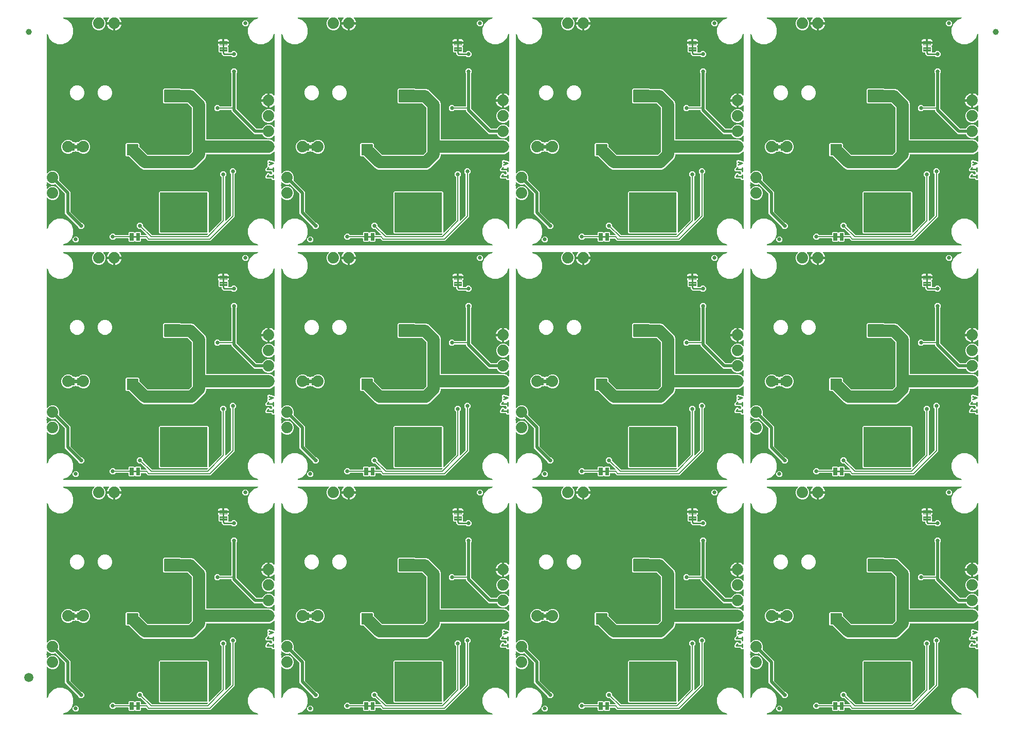
<source format=gbl>
G04 EAGLE Gerber RS-274X export*
G75*
%MOMM*%
%FSLAX34Y34*%
%LPD*%
%INBottom Copper*%
%IPPOS*%
%AMOC8*
5,1,8,0,0,1.08239X$1,22.5*%
G01*
%ADD10C,0.254000*%
%ADD11C,1.879600*%
%ADD12C,0.101600*%
%ADD13C,0.099059*%
%ADD14C,0.635000*%
%ADD15C,1.000000*%
%ADD16C,1.500000*%
%ADD17C,0.660400*%
%ADD18C,0.508000*%
%ADD19C,0.203200*%
%ADD20C,0.705600*%
%ADD21C,2.032000*%

G36*
X350044Y774969D02*
X350044Y774969D01*
X350136Y774974D01*
X350175Y774988D01*
X350216Y774995D01*
X350299Y775035D01*
X350385Y775067D01*
X350418Y775092D01*
X350455Y775110D01*
X350523Y775173D01*
X350596Y775230D01*
X350619Y775264D01*
X350649Y775292D01*
X350695Y775372D01*
X350748Y775447D01*
X350761Y775487D01*
X350781Y775522D01*
X350801Y775612D01*
X350830Y775700D01*
X350830Y775742D01*
X350839Y775782D01*
X350832Y775874D01*
X350833Y775966D01*
X350821Y776006D01*
X350817Y776047D01*
X350783Y776133D01*
X350757Y776221D01*
X350734Y776255D01*
X350718Y776294D01*
X350660Y776365D01*
X350609Y776442D01*
X350583Y776460D01*
X350551Y776500D01*
X350330Y776647D01*
X350310Y776652D01*
X350293Y776664D01*
X343514Y779472D01*
X337512Y785474D01*
X334263Y793316D01*
X334263Y801804D01*
X337512Y809646D01*
X343514Y815648D01*
X351356Y818897D01*
X359844Y818897D01*
X367686Y815648D01*
X373688Y809646D01*
X376496Y802867D01*
X376544Y802788D01*
X376584Y802705D01*
X376612Y802675D01*
X376634Y802640D01*
X376703Y802578D01*
X376766Y802511D01*
X376802Y802490D01*
X376832Y802463D01*
X376916Y802425D01*
X376996Y802379D01*
X377037Y802370D01*
X377074Y802353D01*
X377166Y802341D01*
X377256Y802321D01*
X377297Y802324D01*
X377338Y802319D01*
X377429Y802335D01*
X377521Y802343D01*
X377559Y802358D01*
X377600Y802365D01*
X377682Y802407D01*
X377768Y802442D01*
X377800Y802468D01*
X377836Y802486D01*
X377902Y802551D01*
X377974Y802609D01*
X377997Y802643D01*
X378026Y802672D01*
X378070Y802753D01*
X378121Y802830D01*
X378128Y802861D01*
X378153Y802906D01*
X378204Y803167D01*
X378201Y803187D01*
X378205Y803207D01*
X378205Y881748D01*
X378190Y881850D01*
X378182Y881952D01*
X378170Y881981D01*
X378165Y882011D01*
X378121Y882103D01*
X378083Y882199D01*
X378063Y882223D01*
X378050Y882250D01*
X377980Y882325D01*
X377915Y882405D01*
X377889Y882422D01*
X377868Y882445D01*
X377779Y882496D01*
X377694Y882553D01*
X377670Y882558D01*
X377638Y882577D01*
X377378Y882634D01*
X377340Y882631D01*
X377317Y882637D01*
X374810Y882637D01*
X373024Y884422D01*
X373024Y884571D01*
X373008Y884672D01*
X373000Y884774D01*
X372988Y884803D01*
X372984Y884833D01*
X372939Y884926D01*
X372901Y885021D01*
X372882Y885045D01*
X372868Y885073D01*
X372798Y885148D01*
X372733Y885227D01*
X372708Y885245D01*
X372687Y885267D01*
X372598Y885318D01*
X372512Y885375D01*
X372489Y885380D01*
X372456Y885399D01*
X372197Y885457D01*
X372159Y885454D01*
X372135Y885459D01*
X366130Y885459D01*
X366069Y885449D01*
X366032Y885453D01*
X364968Y885335D01*
X364908Y885375D01*
X364887Y885380D01*
X364856Y885397D01*
X364668Y885440D01*
X363911Y886198D01*
X363860Y886235D01*
X363838Y886263D01*
X363001Y886932D01*
X362987Y887003D01*
X362975Y887021D01*
X362966Y887055D01*
X362864Y887218D01*
X362864Y888289D01*
X362854Y888351D01*
X362858Y888388D01*
X362740Y889452D01*
X362780Y889512D01*
X362785Y889533D01*
X362802Y889564D01*
X362845Y889752D01*
X363603Y890509D01*
X363640Y890560D01*
X363668Y890582D01*
X363813Y890764D01*
X363814Y890764D01*
X364524Y891652D01*
X364524Y891653D01*
X365235Y892541D01*
X365945Y893429D01*
X366578Y894220D01*
X369089Y894499D01*
X371061Y892922D01*
X371125Y892346D01*
X371139Y892294D01*
X371143Y892241D01*
X371173Y892167D01*
X371193Y892090D01*
X371222Y892044D01*
X371242Y891994D01*
X371292Y891932D01*
X371335Y891865D01*
X371376Y891829D01*
X371410Y891788D01*
X371476Y891743D01*
X371536Y891691D01*
X371586Y891670D01*
X371631Y891640D01*
X371681Y891629D01*
X371780Y891586D01*
X371965Y891566D01*
X372008Y891556D01*
X372135Y891556D01*
X372237Y891572D01*
X372339Y891580D01*
X372368Y891591D01*
X372398Y891596D01*
X372491Y891641D01*
X372586Y891679D01*
X372610Y891698D01*
X372638Y891712D01*
X372713Y891782D01*
X372792Y891847D01*
X372809Y891872D01*
X372832Y891893D01*
X372883Y891982D01*
X372940Y892068D01*
X372945Y892091D01*
X372964Y892124D01*
X373022Y892383D01*
X373018Y892421D01*
X373024Y892445D01*
X373024Y892593D01*
X374026Y893594D01*
X374086Y893677D01*
X374153Y893755D01*
X374165Y893784D01*
X374183Y893808D01*
X374217Y893905D01*
X374257Y894000D01*
X374260Y894030D01*
X374271Y894059D01*
X374274Y894162D01*
X374285Y894264D01*
X374279Y894294D01*
X374280Y894325D01*
X374253Y894424D01*
X374233Y894525D01*
X374220Y894545D01*
X374210Y894582D01*
X374067Y894806D01*
X374038Y894831D01*
X374026Y894851D01*
X373024Y895852D01*
X373024Y896001D01*
X373008Y896102D01*
X373000Y896204D01*
X372988Y896233D01*
X372984Y896263D01*
X372939Y896356D01*
X372901Y896451D01*
X372882Y896475D01*
X372868Y896503D01*
X372798Y896578D01*
X372733Y896657D01*
X372708Y896675D01*
X372687Y896697D01*
X372598Y896748D01*
X372512Y896805D01*
X372489Y896810D01*
X372456Y896829D01*
X372197Y896887D01*
X372159Y896884D01*
X372135Y896889D01*
X366130Y896889D01*
X366069Y896879D01*
X366032Y896883D01*
X364968Y896765D01*
X364908Y896805D01*
X364887Y896810D01*
X364856Y896827D01*
X364668Y896870D01*
X363911Y897628D01*
X363860Y897665D01*
X363838Y897693D01*
X363001Y898362D01*
X362987Y898433D01*
X362975Y898451D01*
X362966Y898485D01*
X362864Y898648D01*
X362864Y899719D01*
X362854Y899781D01*
X362858Y899818D01*
X362740Y900882D01*
X362780Y900942D01*
X362785Y900963D01*
X362802Y900994D01*
X362845Y901182D01*
X363603Y901939D01*
X363640Y901990D01*
X363668Y902012D01*
X363907Y902311D01*
X363907Y902312D01*
X364618Y903200D01*
X365328Y904088D01*
X366039Y904976D01*
X366474Y905519D01*
X366531Y905618D01*
X366592Y905715D01*
X366597Y905733D01*
X366607Y905749D01*
X366632Y905860D01*
X366662Y905971D01*
X366661Y905986D01*
X366666Y906009D01*
X366646Y906274D01*
X366626Y906323D01*
X366623Y906355D01*
X366007Y908201D01*
X366821Y909827D01*
X366847Y909907D01*
X366881Y909983D01*
X366887Y910033D01*
X366903Y910080D01*
X366904Y910164D01*
X366914Y910247D01*
X366905Y910283D01*
X366906Y910346D01*
X366831Y910601D01*
X366823Y910613D01*
X366821Y910622D01*
X366007Y912248D01*
X366806Y914644D01*
X369065Y915774D01*
X375792Y913532D01*
X375881Y913516D01*
X375969Y913492D01*
X376001Y913496D01*
X376053Y913486D01*
X376302Y913519D01*
X376920Y913209D01*
X376960Y913196D01*
X376996Y913176D01*
X377086Y913156D01*
X377173Y913127D01*
X377215Y913127D01*
X377256Y913118D01*
X377347Y913125D01*
X377438Y913124D01*
X377479Y913136D01*
X377521Y913139D01*
X377606Y913173D01*
X377693Y913199D01*
X377728Y913223D01*
X377768Y913238D01*
X377839Y913296D01*
X377915Y913347D01*
X377941Y913379D01*
X377974Y913406D01*
X378025Y913482D01*
X378082Y913553D01*
X378098Y913592D01*
X378121Y913627D01*
X378133Y913679D01*
X378181Y913800D01*
X378194Y913954D01*
X378205Y914004D01*
X378205Y928137D01*
X378198Y928188D01*
X378199Y928240D01*
X378178Y928319D01*
X378165Y928400D01*
X378143Y928446D01*
X378129Y928496D01*
X378085Y928565D01*
X378050Y928639D01*
X378015Y928677D01*
X377987Y928720D01*
X377924Y928773D01*
X377868Y928833D01*
X377824Y928859D01*
X377784Y928892D01*
X377709Y928925D01*
X377638Y928965D01*
X377587Y928977D01*
X377540Y928997D01*
X377458Y929005D01*
X377378Y929023D01*
X377327Y929019D01*
X377275Y929024D01*
X377195Y929008D01*
X377113Y929001D01*
X377065Y928982D01*
X377015Y928972D01*
X376971Y928944D01*
X376866Y928902D01*
X376727Y928789D01*
X376689Y928765D01*
X375063Y927139D01*
X370675Y925321D01*
X266827Y925321D01*
X266725Y925306D01*
X266623Y925298D01*
X266595Y925286D01*
X266564Y925281D01*
X266472Y925237D01*
X266376Y925199D01*
X266353Y925179D01*
X266325Y925166D01*
X266250Y925096D01*
X266170Y925031D01*
X266153Y925005D01*
X266131Y924984D01*
X266080Y924895D01*
X266023Y924810D01*
X266017Y924786D01*
X265999Y924754D01*
X265941Y924494D01*
X265944Y924456D01*
X265939Y924433D01*
X265939Y922185D01*
X264121Y917797D01*
X248063Y901739D01*
X243675Y899921D01*
X162395Y899921D01*
X158007Y901739D01*
X154524Y905222D01*
X138368Y921378D01*
X138351Y921391D01*
X138338Y921407D01*
X138244Y921469D01*
X138154Y921536D01*
X138134Y921543D01*
X138116Y921554D01*
X138072Y921564D01*
X137903Y921623D01*
X137790Y921627D01*
X137740Y921638D01*
X134732Y921638D01*
X133095Y923275D01*
X133095Y941618D01*
X134732Y943255D01*
X153939Y943255D01*
X155576Y941618D01*
X155576Y938306D01*
X155579Y938285D01*
X155577Y938264D01*
X155599Y938154D01*
X155616Y938043D01*
X155625Y938024D01*
X155629Y938004D01*
X155653Y937965D01*
X155731Y937804D01*
X155808Y937721D01*
X155836Y937678D01*
X169455Y924059D01*
X169472Y924046D01*
X169485Y924030D01*
X169579Y923968D01*
X169669Y923901D01*
X169689Y923894D01*
X169706Y923883D01*
X169751Y923873D01*
X169920Y923814D01*
X170033Y923810D01*
X170083Y923799D01*
X235987Y923799D01*
X236008Y923802D01*
X236029Y923800D01*
X236139Y923822D01*
X236250Y923839D01*
X236269Y923848D01*
X236289Y923852D01*
X236328Y923876D01*
X236489Y923954D01*
X236571Y924031D01*
X236615Y924059D01*
X241801Y929245D01*
X241814Y929262D01*
X241830Y929275D01*
X241892Y929369D01*
X241959Y929459D01*
X241966Y929479D01*
X241977Y929496D01*
X241987Y929541D01*
X242046Y929710D01*
X242050Y929823D01*
X242061Y929873D01*
X242061Y1001060D01*
X242058Y1001081D01*
X242060Y1001102D01*
X242038Y1001212D01*
X242021Y1001323D01*
X242012Y1001342D01*
X242008Y1001363D01*
X241984Y1001401D01*
X241906Y1001562D01*
X241829Y1001645D01*
X241801Y1001688D01*
X234862Y1008627D01*
X234845Y1008640D01*
X234832Y1008656D01*
X234739Y1008718D01*
X234648Y1008785D01*
X234629Y1008792D01*
X234611Y1008803D01*
X234567Y1008813D01*
X234397Y1008872D01*
X234285Y1008876D01*
X234234Y1008887D01*
X223852Y1008887D01*
X223831Y1008884D01*
X223810Y1008886D01*
X223700Y1008864D01*
X223589Y1008847D01*
X223570Y1008838D01*
X223549Y1008834D01*
X223513Y1008811D01*
X196378Y1008811D01*
X194741Y1010448D01*
X194741Y1031331D01*
X196378Y1032968D01*
X223423Y1032968D01*
X223474Y1032934D01*
X223565Y1032867D01*
X223584Y1032860D01*
X223602Y1032849D01*
X223647Y1032839D01*
X223816Y1032780D01*
X223928Y1032776D01*
X223979Y1032765D01*
X241922Y1032765D01*
X246310Y1030947D01*
X264121Y1013136D01*
X265939Y1008748D01*
X265939Y950087D01*
X265954Y949985D01*
X265962Y949883D01*
X265974Y949855D01*
X265979Y949824D01*
X266023Y949732D01*
X266061Y949636D01*
X266081Y949613D01*
X266094Y949585D01*
X266164Y949510D01*
X266229Y949430D01*
X266255Y949413D01*
X266276Y949391D01*
X266365Y949340D01*
X266450Y949283D01*
X266474Y949277D01*
X266506Y949259D01*
X266766Y949201D01*
X266804Y949204D01*
X266827Y949199D01*
X370675Y949199D01*
X375063Y947381D01*
X376689Y945755D01*
X376704Y945744D01*
X376715Y945730D01*
X376741Y945713D01*
X376766Y945687D01*
X376837Y945646D01*
X376903Y945597D01*
X376927Y945589D01*
X376936Y945583D01*
X376955Y945578D01*
X376996Y945555D01*
X377076Y945537D01*
X377154Y945510D01*
X377206Y945508D01*
X377256Y945497D01*
X377304Y945501D01*
X377313Y945499D01*
X377317Y945499D01*
X377347Y945503D01*
X377420Y945501D01*
X377469Y945514D01*
X377521Y945519D01*
X377565Y945536D01*
X377580Y945539D01*
X377608Y945552D01*
X377676Y945571D01*
X377720Y945598D01*
X377768Y945618D01*
X377803Y945647D01*
X377819Y945654D01*
X377844Y945677D01*
X377900Y945713D01*
X377934Y945753D01*
X377974Y945785D01*
X377998Y945821D01*
X378013Y945836D01*
X378032Y945869D01*
X378072Y945916D01*
X378093Y945963D01*
X378121Y946006D01*
X378128Y946036D01*
X378145Y946066D01*
X378155Y946109D01*
X378177Y946160D01*
X378186Y946249D01*
X378203Y946326D01*
X378200Y946361D01*
X378205Y946383D01*
X378205Y954615D01*
X378198Y954666D01*
X378199Y954717D01*
X378178Y954796D01*
X378165Y954877D01*
X378143Y954924D01*
X378129Y954974D01*
X378085Y955043D01*
X378050Y955117D01*
X378015Y955154D01*
X377987Y955198D01*
X377924Y955251D01*
X377868Y955311D01*
X377824Y955337D01*
X377784Y955370D01*
X377709Y955402D01*
X377638Y955443D01*
X377587Y955454D01*
X377540Y955474D01*
X377458Y955483D01*
X377378Y955501D01*
X377327Y955497D01*
X377275Y955502D01*
X377195Y955486D01*
X377113Y955479D01*
X377065Y955460D01*
X377015Y955450D01*
X376971Y955422D01*
X376866Y955380D01*
X376727Y955267D01*
X376689Y955243D01*
X374631Y953185D01*
X370523Y951483D01*
X366077Y951483D01*
X361969Y953185D01*
X358825Y956329D01*
X358218Y957793D01*
X358186Y957846D01*
X358163Y957904D01*
X358118Y957959D01*
X358081Y958021D01*
X358035Y958062D01*
X357996Y958110D01*
X357936Y958150D01*
X357883Y958197D01*
X357826Y958223D01*
X357775Y958257D01*
X357728Y958268D01*
X357641Y958307D01*
X357428Y958334D01*
X357398Y958341D01*
X344515Y958341D01*
X341725Y961131D01*
X309951Y992905D01*
X307161Y995695D01*
X307161Y997001D01*
X307146Y997102D01*
X307138Y997205D01*
X307126Y997233D01*
X307122Y997264D01*
X307077Y997356D01*
X307039Y997451D01*
X307019Y997475D01*
X307006Y997503D01*
X306936Y997578D01*
X306871Y997658D01*
X306846Y997675D01*
X306825Y997697D01*
X306736Y997748D01*
X306650Y997805D01*
X306627Y997810D01*
X306594Y997829D01*
X306334Y997887D01*
X306296Y997884D01*
X306273Y997889D01*
X288984Y997889D01*
X288964Y997886D01*
X288943Y997888D01*
X288832Y997866D01*
X288722Y997849D01*
X288703Y997840D01*
X288682Y997836D01*
X288643Y997812D01*
X288482Y997734D01*
X288400Y997657D01*
X288356Y997629D01*
X286331Y995603D01*
X282121Y995603D01*
X279145Y998579D01*
X279145Y1002788D01*
X282121Y1005765D01*
X286331Y1005765D01*
X288356Y1003739D01*
X288373Y1003726D01*
X288386Y1003710D01*
X288480Y1003648D01*
X288570Y1003581D01*
X288590Y1003574D01*
X288608Y1003562D01*
X288652Y1003553D01*
X288821Y1003494D01*
X288934Y1003490D01*
X288984Y1003479D01*
X306273Y1003479D01*
X306375Y1003494D01*
X306477Y1003502D01*
X306506Y1003514D01*
X306536Y1003518D01*
X306628Y1003563D01*
X306724Y1003601D01*
X306748Y1003621D01*
X306775Y1003634D01*
X306850Y1003704D01*
X306930Y1003769D01*
X306947Y1003794D01*
X306970Y1003815D01*
X307021Y1003904D01*
X307078Y1003990D01*
X307083Y1004013D01*
X307102Y1004046D01*
X307159Y1004306D01*
X307156Y1004344D01*
X307161Y1004367D01*
X307161Y1058257D01*
X307158Y1058278D01*
X307160Y1058299D01*
X307138Y1058409D01*
X307122Y1058520D01*
X307113Y1058539D01*
X307108Y1058559D01*
X307084Y1058598D01*
X307006Y1058759D01*
X306929Y1058841D01*
X306901Y1058885D01*
X306399Y1059387D01*
X306399Y1063596D01*
X309376Y1066572D01*
X313585Y1066572D01*
X316561Y1063596D01*
X316561Y1059387D01*
X316059Y1058885D01*
X316047Y1058868D01*
X316030Y1058855D01*
X315968Y1058761D01*
X315901Y1058671D01*
X315894Y1058651D01*
X315883Y1058634D01*
X315873Y1058589D01*
X315814Y1058420D01*
X315810Y1058307D01*
X315799Y1058257D01*
X315799Y999640D01*
X315802Y999619D01*
X315800Y999599D01*
X315822Y999489D01*
X315823Y999478D01*
X315824Y999475D01*
X315839Y999377D01*
X315848Y999359D01*
X315852Y999338D01*
X315876Y999299D01*
X315954Y999138D01*
X316031Y999056D01*
X316059Y999012D01*
X347832Y967239D01*
X347849Y967226D01*
X347862Y967210D01*
X347956Y967148D01*
X348046Y967081D01*
X348066Y967074D01*
X348084Y967063D01*
X348128Y967053D01*
X348297Y966994D01*
X348410Y966990D01*
X348460Y966979D01*
X357398Y966979D01*
X357459Y966988D01*
X357521Y966987D01*
X357590Y967008D01*
X357661Y967019D01*
X357716Y967046D01*
X357776Y967063D01*
X357835Y967103D01*
X357900Y967134D01*
X357945Y967177D01*
X357997Y967211D01*
X358024Y967250D01*
X358094Y967316D01*
X358201Y967502D01*
X358218Y967527D01*
X358825Y968991D01*
X361969Y972135D01*
X366077Y973837D01*
X370523Y973837D01*
X374631Y972135D01*
X376689Y970077D01*
X376730Y970047D01*
X376766Y970009D01*
X376837Y969968D01*
X376903Y969920D01*
X376952Y969903D01*
X376996Y969877D01*
X377076Y969859D01*
X377154Y969832D01*
X377206Y969830D01*
X377256Y969819D01*
X377338Y969826D01*
X377420Y969823D01*
X377469Y969837D01*
X377521Y969841D01*
X377597Y969871D01*
X377676Y969893D01*
X377720Y969921D01*
X377768Y969940D01*
X377831Y969992D01*
X377900Y970036D01*
X377934Y970075D01*
X377974Y970107D01*
X378019Y970176D01*
X378072Y970238D01*
X378093Y970286D01*
X378121Y970329D01*
X378133Y970379D01*
X378177Y970483D01*
X378195Y970661D01*
X378205Y970705D01*
X378205Y980015D01*
X378198Y980066D01*
X378199Y980117D01*
X378178Y980196D01*
X378165Y980277D01*
X378143Y980324D01*
X378129Y980374D01*
X378085Y980443D01*
X378050Y980517D01*
X378015Y980554D01*
X377987Y980598D01*
X377924Y980651D01*
X377868Y980711D01*
X377824Y980737D01*
X377784Y980770D01*
X377709Y980802D01*
X377638Y980843D01*
X377587Y980854D01*
X377540Y980874D01*
X377458Y980883D01*
X377378Y980901D01*
X377327Y980897D01*
X377275Y980902D01*
X377195Y980886D01*
X377113Y980879D01*
X377065Y980860D01*
X377015Y980850D01*
X376971Y980822D01*
X376866Y980780D01*
X376727Y980667D01*
X376689Y980643D01*
X374631Y978585D01*
X370523Y976883D01*
X366077Y976883D01*
X361969Y978585D01*
X358825Y981729D01*
X357123Y985837D01*
X357123Y990283D01*
X358825Y994391D01*
X361969Y997535D01*
X366077Y999237D01*
X370523Y999237D01*
X374631Y997535D01*
X376689Y995477D01*
X376695Y995473D01*
X376696Y995472D01*
X376700Y995469D01*
X376730Y995447D01*
X376766Y995409D01*
X376837Y995368D01*
X376903Y995320D01*
X376952Y995303D01*
X376996Y995277D01*
X377076Y995259D01*
X377154Y995232D01*
X377206Y995230D01*
X377256Y995219D01*
X377338Y995226D01*
X377420Y995223D01*
X377469Y995237D01*
X377521Y995241D01*
X377597Y995271D01*
X377676Y995293D01*
X377720Y995321D01*
X377768Y995340D01*
X377831Y995392D01*
X377900Y995436D01*
X377934Y995475D01*
X377974Y995507D01*
X378019Y995576D01*
X378072Y995638D01*
X378093Y995686D01*
X378121Y995729D01*
X378133Y995779D01*
X378145Y995807D01*
X378145Y995808D01*
X378146Y995809D01*
X378177Y995883D01*
X378190Y996008D01*
X378203Y996068D01*
X378201Y996088D01*
X378205Y996105D01*
X378205Y1004337D01*
X378198Y1004388D01*
X378199Y1004440D01*
X378178Y1004519D01*
X378165Y1004600D01*
X378143Y1004646D01*
X378129Y1004696D01*
X378085Y1004765D01*
X378050Y1004839D01*
X378014Y1004877D01*
X377987Y1004920D01*
X377924Y1004973D01*
X377868Y1005033D01*
X377824Y1005059D01*
X377784Y1005092D01*
X377709Y1005125D01*
X377638Y1005165D01*
X377587Y1005177D01*
X377540Y1005197D01*
X377458Y1005205D01*
X377378Y1005223D01*
X377327Y1005219D01*
X377275Y1005224D01*
X377195Y1005208D01*
X377113Y1005201D01*
X377065Y1005182D01*
X377015Y1005172D01*
X376971Y1005144D01*
X376866Y1005102D01*
X376727Y1004989D01*
X376689Y1004965D01*
X376078Y1004354D01*
X374557Y1003249D01*
X372883Y1002396D01*
X371096Y1001815D01*
X370077Y1001654D01*
X370077Y1012571D01*
X370062Y1012672D01*
X370053Y1012775D01*
X370042Y1012803D01*
X370037Y1012834D01*
X369993Y1012926D01*
X369954Y1013021D01*
X369935Y1013045D01*
X369922Y1013073D01*
X369852Y1013148D01*
X369787Y1013228D01*
X369761Y1013245D01*
X369740Y1013267D01*
X369651Y1013318D01*
X369566Y1013375D01*
X369542Y1013380D01*
X369510Y1013399D01*
X369250Y1013457D01*
X369212Y1013454D01*
X369189Y1013459D01*
X368299Y1013459D01*
X368299Y1013461D01*
X369189Y1013461D01*
X369290Y1013476D01*
X369393Y1013485D01*
X369421Y1013496D01*
X369452Y1013501D01*
X369544Y1013545D01*
X369639Y1013584D01*
X369663Y1013603D01*
X369691Y1013616D01*
X369766Y1013686D01*
X369846Y1013751D01*
X369863Y1013777D01*
X369885Y1013798D01*
X369936Y1013887D01*
X369993Y1013972D01*
X369999Y1013996D01*
X370017Y1014029D01*
X370075Y1014288D01*
X370072Y1014326D01*
X370077Y1014349D01*
X370077Y1025266D01*
X371096Y1025105D01*
X372883Y1024524D01*
X374557Y1023671D01*
X376078Y1022566D01*
X376689Y1021955D01*
X376730Y1021924D01*
X376766Y1021887D01*
X376837Y1021846D01*
X376903Y1021797D01*
X376952Y1021780D01*
X376996Y1021755D01*
X377076Y1021737D01*
X377154Y1021710D01*
X377206Y1021708D01*
X377256Y1021697D01*
X377338Y1021704D01*
X377420Y1021701D01*
X377469Y1021714D01*
X377521Y1021719D01*
X377597Y1021749D01*
X377676Y1021771D01*
X377720Y1021798D01*
X377768Y1021818D01*
X377831Y1021869D01*
X377900Y1021913D01*
X377934Y1021953D01*
X377974Y1021985D01*
X378019Y1022053D01*
X378072Y1022116D01*
X378093Y1022163D01*
X378121Y1022206D01*
X378133Y1022257D01*
X378177Y1022360D01*
X378195Y1022539D01*
X378205Y1022583D01*
X378205Y1122113D01*
X378191Y1122204D01*
X378186Y1122296D01*
X378172Y1122335D01*
X378165Y1122376D01*
X378125Y1122459D01*
X378093Y1122545D01*
X378068Y1122578D01*
X378050Y1122615D01*
X377987Y1122683D01*
X377930Y1122756D01*
X377896Y1122779D01*
X377868Y1122809D01*
X377788Y1122855D01*
X377713Y1122908D01*
X377673Y1122921D01*
X377638Y1122941D01*
X377548Y1122961D01*
X377460Y1122990D01*
X377418Y1122990D01*
X377378Y1122999D01*
X377286Y1122992D01*
X377194Y1122993D01*
X377154Y1122981D01*
X377113Y1122977D01*
X377027Y1122943D01*
X376939Y1122917D01*
X376905Y1122894D01*
X376866Y1122878D01*
X376795Y1122820D01*
X376718Y1122769D01*
X376700Y1122743D01*
X376660Y1122711D01*
X376513Y1122490D01*
X376508Y1122470D01*
X376496Y1122453D01*
X373688Y1115674D01*
X367686Y1109672D01*
X359844Y1106423D01*
X351356Y1106423D01*
X343514Y1109672D01*
X337512Y1115674D01*
X334263Y1123516D01*
X334263Y1132004D01*
X336453Y1137291D01*
X336475Y1137380D01*
X336506Y1137468D01*
X336507Y1137509D01*
X336517Y1137549D01*
X336512Y1137641D01*
X336515Y1137733D01*
X336504Y1137773D01*
X336502Y1137814D01*
X336487Y1137852D01*
X336493Y1137854D01*
X336564Y1137912D01*
X336641Y1137963D01*
X336659Y1137989D01*
X336699Y1138021D01*
X336846Y1138243D01*
X336851Y1138263D01*
X336863Y1138279D01*
X337512Y1139846D01*
X343514Y1145848D01*
X350293Y1148656D01*
X350372Y1148704D01*
X350455Y1148744D01*
X350485Y1148772D01*
X350520Y1148794D01*
X350582Y1148863D01*
X350649Y1148926D01*
X350670Y1148962D01*
X350697Y1148992D01*
X350735Y1149076D01*
X350781Y1149156D01*
X350790Y1149197D01*
X350807Y1149234D01*
X350819Y1149326D01*
X350839Y1149416D01*
X350836Y1149457D01*
X350841Y1149498D01*
X350825Y1149589D01*
X350817Y1149681D01*
X350802Y1149719D01*
X350795Y1149760D01*
X350753Y1149842D01*
X350718Y1149928D01*
X350692Y1149960D01*
X350674Y1149996D01*
X350609Y1150062D01*
X350551Y1150134D01*
X350517Y1150157D01*
X350488Y1150186D01*
X350407Y1150230D01*
X350330Y1150281D01*
X350299Y1150288D01*
X350254Y1150313D01*
X349993Y1150364D01*
X349973Y1150361D01*
X349953Y1150365D01*
X123423Y1150365D01*
X123372Y1150358D01*
X123320Y1150359D01*
X123241Y1150338D01*
X123160Y1150325D01*
X123114Y1150303D01*
X123064Y1150289D01*
X122995Y1150245D01*
X122921Y1150210D01*
X122883Y1150174D01*
X122840Y1150147D01*
X122787Y1150084D01*
X122727Y1150028D01*
X122701Y1149984D01*
X122668Y1149944D01*
X122635Y1149869D01*
X122595Y1149798D01*
X122583Y1149747D01*
X122563Y1149700D01*
X122555Y1149618D01*
X122537Y1149538D01*
X122541Y1149487D01*
X122536Y1149435D01*
X122552Y1149355D01*
X122559Y1149273D01*
X122578Y1149225D01*
X122588Y1149175D01*
X122616Y1149131D01*
X122658Y1149026D01*
X122771Y1148887D01*
X122795Y1148849D01*
X123406Y1148238D01*
X124511Y1146717D01*
X125364Y1145043D01*
X125945Y1143256D01*
X126106Y1142237D01*
X115189Y1142237D01*
X115088Y1142222D01*
X114985Y1142213D01*
X114957Y1142202D01*
X114926Y1142197D01*
X114834Y1142153D01*
X114739Y1142114D01*
X114715Y1142095D01*
X114687Y1142082D01*
X114612Y1142012D01*
X114532Y1141947D01*
X114515Y1141921D01*
X114493Y1141900D01*
X114442Y1141811D01*
X114385Y1141726D01*
X114380Y1141702D01*
X114361Y1141670D01*
X114303Y1141410D01*
X114306Y1141372D01*
X114301Y1141349D01*
X114301Y1140459D01*
X114299Y1140459D01*
X114299Y1141349D01*
X114284Y1141450D01*
X114275Y1141553D01*
X114264Y1141581D01*
X114259Y1141612D01*
X114215Y1141704D01*
X114176Y1141799D01*
X114157Y1141823D01*
X114144Y1141851D01*
X114074Y1141926D01*
X114009Y1142006D01*
X113983Y1142023D01*
X113962Y1142045D01*
X113873Y1142096D01*
X113788Y1142153D01*
X113764Y1142159D01*
X113731Y1142177D01*
X113472Y1142235D01*
X113434Y1142232D01*
X113411Y1142237D01*
X102494Y1142237D01*
X102655Y1143256D01*
X103236Y1145043D01*
X104089Y1146717D01*
X105194Y1148238D01*
X105805Y1148849D01*
X105836Y1148890D01*
X105873Y1148926D01*
X105914Y1148997D01*
X105963Y1149063D01*
X105980Y1149112D01*
X106005Y1149156D01*
X106023Y1149236D01*
X106050Y1149314D01*
X106052Y1149366D01*
X106063Y1149416D01*
X106056Y1149498D01*
X106059Y1149580D01*
X106046Y1149629D01*
X106041Y1149681D01*
X106011Y1149757D01*
X105989Y1149836D01*
X105962Y1149880D01*
X105942Y1149928D01*
X105891Y1149991D01*
X105847Y1150060D01*
X105807Y1150094D01*
X105775Y1150134D01*
X105707Y1150179D01*
X105644Y1150232D01*
X105597Y1150253D01*
X105554Y1150281D01*
X105503Y1150293D01*
X105400Y1150337D01*
X105221Y1150355D01*
X105177Y1150365D01*
X96945Y1150365D01*
X96894Y1150358D01*
X96843Y1150359D01*
X96764Y1150338D01*
X96683Y1150325D01*
X96636Y1150303D01*
X96586Y1150289D01*
X96517Y1150245D01*
X96443Y1150210D01*
X96406Y1150175D01*
X96362Y1150147D01*
X96309Y1150084D01*
X96249Y1150028D01*
X96223Y1149984D01*
X96190Y1149944D01*
X96158Y1149869D01*
X96117Y1149798D01*
X96106Y1149747D01*
X96086Y1149700D01*
X96077Y1149618D01*
X96059Y1149538D01*
X96063Y1149487D01*
X96058Y1149435D01*
X96074Y1149355D01*
X96081Y1149273D01*
X96100Y1149225D01*
X96110Y1149175D01*
X96138Y1149131D01*
X96180Y1149026D01*
X96293Y1148887D01*
X96317Y1148849D01*
X98375Y1146791D01*
X100077Y1142683D01*
X100077Y1138237D01*
X98375Y1134129D01*
X95231Y1130985D01*
X91123Y1129283D01*
X86677Y1129283D01*
X82569Y1130985D01*
X79425Y1134129D01*
X77723Y1138237D01*
X77723Y1142683D01*
X79425Y1146791D01*
X81483Y1148849D01*
X81513Y1148890D01*
X81551Y1148926D01*
X81592Y1148997D01*
X81640Y1149063D01*
X81657Y1149112D01*
X81683Y1149156D01*
X81701Y1149236D01*
X81728Y1149314D01*
X81730Y1149366D01*
X81741Y1149416D01*
X81734Y1149498D01*
X81737Y1149580D01*
X81723Y1149629D01*
X81719Y1149681D01*
X81689Y1149757D01*
X81667Y1149836D01*
X81639Y1149880D01*
X81620Y1149928D01*
X81568Y1149991D01*
X81524Y1150060D01*
X81485Y1150094D01*
X81453Y1150134D01*
X81384Y1150179D01*
X81322Y1150232D01*
X81274Y1150253D01*
X81231Y1150281D01*
X81181Y1150293D01*
X81077Y1150337D01*
X80899Y1150355D01*
X80855Y1150365D01*
X31047Y1150365D01*
X30956Y1150351D01*
X30864Y1150346D01*
X30825Y1150332D01*
X30784Y1150325D01*
X30701Y1150285D01*
X30615Y1150253D01*
X30582Y1150228D01*
X30545Y1150210D01*
X30477Y1150147D01*
X30404Y1150090D01*
X30381Y1150056D01*
X30351Y1150028D01*
X30305Y1149948D01*
X30252Y1149873D01*
X30239Y1149833D01*
X30219Y1149798D01*
X30199Y1149708D01*
X30170Y1149620D01*
X30170Y1149578D01*
X30161Y1149538D01*
X30168Y1149446D01*
X30167Y1149354D01*
X30179Y1149314D01*
X30183Y1149273D01*
X30217Y1149187D01*
X30243Y1149099D01*
X30266Y1149065D01*
X30282Y1149026D01*
X30340Y1148955D01*
X30391Y1148878D01*
X30417Y1148860D01*
X30449Y1148820D01*
X30670Y1148673D01*
X30690Y1148668D01*
X30707Y1148656D01*
X37486Y1145848D01*
X43488Y1139846D01*
X46737Y1132004D01*
X46737Y1123516D01*
X43488Y1115674D01*
X37486Y1109672D01*
X29644Y1106423D01*
X21156Y1106423D01*
X13314Y1109672D01*
X7312Y1115674D01*
X4504Y1122453D01*
X4456Y1122532D01*
X4416Y1122615D01*
X4388Y1122645D01*
X4366Y1122680D01*
X4297Y1122742D01*
X4234Y1122809D01*
X4198Y1122830D01*
X4168Y1122857D01*
X4084Y1122895D01*
X4004Y1122941D01*
X3963Y1122950D01*
X3926Y1122967D01*
X3834Y1122979D01*
X3744Y1122999D01*
X3703Y1122996D01*
X3662Y1123001D01*
X3571Y1122985D01*
X3479Y1122977D01*
X3441Y1122962D01*
X3400Y1122955D01*
X3318Y1122913D01*
X3232Y1122878D01*
X3200Y1122852D01*
X3164Y1122834D01*
X3098Y1122769D01*
X3026Y1122711D01*
X3003Y1122677D01*
X2974Y1122648D01*
X2930Y1122567D01*
X2879Y1122490D01*
X2872Y1122459D01*
X2847Y1122414D01*
X2796Y1122153D01*
X2799Y1122133D01*
X2795Y1122113D01*
X2795Y894505D01*
X2802Y894454D01*
X2801Y894403D01*
X2822Y894324D01*
X2835Y894243D01*
X2857Y894196D01*
X2871Y894146D01*
X2915Y894077D01*
X2950Y894003D01*
X2985Y893966D01*
X3013Y893922D01*
X3076Y893869D01*
X3132Y893809D01*
X3176Y893783D01*
X3216Y893750D01*
X3291Y893718D01*
X3362Y893677D01*
X3413Y893666D01*
X3460Y893646D01*
X3542Y893637D01*
X3622Y893619D01*
X3673Y893623D01*
X3725Y893618D01*
X3805Y893634D01*
X3887Y893641D01*
X3935Y893660D01*
X3985Y893670D01*
X4029Y893698D01*
X4134Y893740D01*
X4273Y893853D01*
X4311Y893877D01*
X6369Y895935D01*
X10477Y897637D01*
X14923Y897637D01*
X19031Y895935D01*
X22175Y892791D01*
X23877Y888683D01*
X23877Y884237D01*
X23270Y882773D01*
X23268Y882763D01*
X23263Y882754D01*
X23251Y882703D01*
X23231Y882656D01*
X23224Y882584D01*
X23206Y882515D01*
X23207Y882504D01*
X23205Y882494D01*
X23209Y882443D01*
X23204Y882391D01*
X23218Y882321D01*
X23222Y882249D01*
X23226Y882239D01*
X23226Y882229D01*
X23246Y882182D01*
X23256Y882131D01*
X23282Y882090D01*
X23315Y882000D01*
X23322Y881992D01*
X23325Y881982D01*
X23401Y881890D01*
X23446Y881831D01*
X23463Y881805D01*
X39045Y866223D01*
X41835Y863433D01*
X41835Y831111D01*
X41838Y831090D01*
X41836Y831070D01*
X41858Y830959D01*
X41874Y830848D01*
X41883Y830830D01*
X41888Y830809D01*
X41912Y830770D01*
X41990Y830609D01*
X42067Y830527D01*
X42095Y830483D01*
X60279Y812299D01*
X60296Y812286D01*
X60309Y812270D01*
X60403Y812208D01*
X60493Y812141D01*
X60513Y812134D01*
X60530Y812123D01*
X60575Y812113D01*
X60744Y812054D01*
X60857Y812050D01*
X60907Y812039D01*
X61617Y812039D01*
X64593Y809063D01*
X64593Y804853D01*
X61617Y801877D01*
X57408Y801877D01*
X54431Y804853D01*
X54431Y805563D01*
X54428Y805584D01*
X54430Y805605D01*
X54408Y805715D01*
X54392Y805826D01*
X54383Y805845D01*
X54378Y805866D01*
X54354Y805904D01*
X54276Y806065D01*
X54199Y806148D01*
X54171Y806191D01*
X33197Y827165D01*
X33197Y859487D01*
X33194Y859508D01*
X33196Y859529D01*
X33174Y859639D01*
X33157Y859750D01*
X33148Y859769D01*
X33144Y859790D01*
X33120Y859828D01*
X33042Y859989D01*
X32965Y860072D01*
X32937Y860115D01*
X17355Y875697D01*
X17305Y875734D01*
X17262Y875778D01*
X17199Y875812D01*
X17141Y875855D01*
X17083Y875875D01*
X17028Y875905D01*
X16958Y875919D01*
X16890Y875942D01*
X16828Y875944D01*
X16767Y875956D01*
X16720Y875948D01*
X16625Y875951D01*
X16418Y875895D01*
X16387Y875890D01*
X14923Y875283D01*
X10477Y875283D01*
X6369Y876985D01*
X4311Y879043D01*
X4270Y879073D01*
X4234Y879111D01*
X4163Y879152D01*
X4097Y879200D01*
X4048Y879217D01*
X4004Y879243D01*
X3924Y879261D01*
X3846Y879288D01*
X3794Y879290D01*
X3744Y879301D01*
X3662Y879294D01*
X3580Y879297D01*
X3531Y879283D01*
X3479Y879279D01*
X3403Y879249D01*
X3324Y879227D01*
X3280Y879199D01*
X3232Y879180D01*
X3169Y879128D01*
X3100Y879084D01*
X3066Y879045D01*
X3026Y879013D01*
X2981Y878944D01*
X2928Y878882D01*
X2907Y878834D01*
X2879Y878791D01*
X2867Y878741D01*
X2823Y878637D01*
X2805Y878459D01*
X2795Y878415D01*
X2795Y869105D01*
X2802Y869054D01*
X2801Y869003D01*
X2815Y868951D01*
X2818Y868905D01*
X2829Y868879D01*
X2835Y868843D01*
X2857Y868796D01*
X2871Y868746D01*
X2902Y868696D01*
X2917Y868659D01*
X2932Y868640D01*
X2950Y868603D01*
X2985Y868566D01*
X3013Y868522D01*
X3062Y868480D01*
X3085Y868452D01*
X3101Y868442D01*
X3132Y868409D01*
X3176Y868383D01*
X3216Y868350D01*
X3279Y868323D01*
X3306Y868305D01*
X3319Y868302D01*
X3362Y868277D01*
X3413Y868266D01*
X3460Y868246D01*
X3542Y868237D01*
X3622Y868219D01*
X3672Y868223D01*
X3683Y868221D01*
X3687Y868221D01*
X3691Y868222D01*
X3725Y868218D01*
X3805Y868234D01*
X3887Y868241D01*
X3928Y868258D01*
X3950Y868261D01*
X3958Y868265D01*
X3985Y868270D01*
X4029Y868298D01*
X4134Y868340D01*
X4163Y868364D01*
X4189Y868377D01*
X4258Y868441D01*
X4273Y868453D01*
X4311Y868477D01*
X6369Y870535D01*
X10477Y872237D01*
X14923Y872237D01*
X19031Y870535D01*
X22175Y867391D01*
X23877Y863283D01*
X23877Y858837D01*
X22175Y854729D01*
X19031Y851585D01*
X14923Y849883D01*
X10477Y849883D01*
X6369Y851585D01*
X4311Y853643D01*
X4270Y853673D01*
X4234Y853711D01*
X4163Y853752D01*
X4097Y853800D01*
X4048Y853817D01*
X4004Y853843D01*
X3924Y853861D01*
X3846Y853888D01*
X3794Y853890D01*
X3744Y853901D01*
X3662Y853894D01*
X3580Y853897D01*
X3531Y853883D01*
X3479Y853879D01*
X3403Y853849D01*
X3324Y853827D01*
X3280Y853799D01*
X3232Y853780D01*
X3169Y853728D01*
X3100Y853684D01*
X3066Y853645D01*
X3026Y853613D01*
X2981Y853544D01*
X2928Y853482D01*
X2907Y853434D01*
X2879Y853391D01*
X2867Y853341D01*
X2823Y853237D01*
X2805Y853059D01*
X2795Y853015D01*
X2795Y803207D01*
X2809Y803116D01*
X2814Y803024D01*
X2828Y802985D01*
X2835Y802944D01*
X2875Y802861D01*
X2907Y802775D01*
X2932Y802742D01*
X2950Y802705D01*
X3013Y802637D01*
X3070Y802564D01*
X3104Y802541D01*
X3132Y802511D01*
X3212Y802465D01*
X3287Y802412D01*
X3327Y802399D01*
X3362Y802379D01*
X3452Y802359D01*
X3540Y802330D01*
X3582Y802330D01*
X3622Y802321D01*
X3714Y802328D01*
X3806Y802327D01*
X3846Y802339D01*
X3887Y802343D01*
X3973Y802377D01*
X4061Y802403D01*
X4095Y802426D01*
X4134Y802442D01*
X4205Y802500D01*
X4282Y802551D01*
X4300Y802577D01*
X4340Y802609D01*
X4487Y802830D01*
X4492Y802850D01*
X4504Y802867D01*
X7312Y809646D01*
X13314Y815648D01*
X21156Y818897D01*
X29644Y818897D01*
X37486Y815648D01*
X43488Y809646D01*
X46737Y801804D01*
X46737Y793316D01*
X44547Y788029D01*
X44525Y787940D01*
X44494Y787852D01*
X44493Y787811D01*
X44483Y787771D01*
X44488Y787679D01*
X44485Y787587D01*
X44496Y787547D01*
X44498Y787506D01*
X44513Y787468D01*
X44507Y787466D01*
X44436Y787408D01*
X44359Y787357D01*
X44341Y787331D01*
X44301Y787299D01*
X44154Y787077D01*
X44149Y787057D01*
X44137Y787041D01*
X43488Y785474D01*
X37486Y779472D01*
X30707Y776664D01*
X30628Y776616D01*
X30545Y776576D01*
X30515Y776548D01*
X30480Y776526D01*
X30418Y776457D01*
X30351Y776394D01*
X30330Y776358D01*
X30303Y776328D01*
X30265Y776244D01*
X30219Y776164D01*
X30210Y776123D01*
X30193Y776086D01*
X30181Y775994D01*
X30161Y775904D01*
X30164Y775863D01*
X30159Y775822D01*
X30175Y775731D01*
X30183Y775639D01*
X30198Y775601D01*
X30205Y775560D01*
X30247Y775478D01*
X30282Y775392D01*
X30308Y775360D01*
X30326Y775324D01*
X30391Y775258D01*
X30449Y775186D01*
X30483Y775163D01*
X30512Y775134D01*
X30593Y775090D01*
X30670Y775039D01*
X30701Y775032D01*
X30746Y775007D01*
X31007Y774956D01*
X31027Y774959D01*
X31047Y774955D01*
X349953Y774955D01*
X350044Y774969D01*
G37*
G36*
X1122204Y774969D02*
X1122204Y774969D01*
X1122296Y774974D01*
X1122335Y774988D01*
X1122376Y774995D01*
X1122459Y775035D01*
X1122545Y775067D01*
X1122578Y775092D01*
X1122615Y775110D01*
X1122683Y775173D01*
X1122756Y775230D01*
X1122779Y775264D01*
X1122809Y775292D01*
X1122855Y775372D01*
X1122908Y775447D01*
X1122921Y775487D01*
X1122941Y775522D01*
X1122961Y775612D01*
X1122990Y775700D01*
X1122990Y775742D01*
X1122999Y775782D01*
X1122992Y775874D01*
X1122993Y775966D01*
X1122981Y776006D01*
X1122977Y776047D01*
X1122943Y776133D01*
X1122917Y776221D01*
X1122894Y776255D01*
X1122878Y776294D01*
X1122820Y776365D01*
X1122769Y776442D01*
X1122743Y776460D01*
X1122711Y776500D01*
X1122490Y776647D01*
X1122470Y776652D01*
X1122453Y776664D01*
X1115674Y779472D01*
X1109672Y785474D01*
X1106423Y793316D01*
X1106423Y801804D01*
X1109672Y809646D01*
X1115674Y815648D01*
X1123516Y818897D01*
X1132004Y818897D01*
X1139846Y815648D01*
X1145848Y809646D01*
X1148656Y802867D01*
X1148704Y802788D01*
X1148744Y802705D01*
X1148772Y802675D01*
X1148794Y802640D01*
X1148863Y802578D01*
X1148926Y802511D01*
X1148962Y802490D01*
X1148992Y802463D01*
X1149076Y802425D01*
X1149156Y802379D01*
X1149197Y802370D01*
X1149234Y802353D01*
X1149326Y802341D01*
X1149416Y802321D01*
X1149457Y802324D01*
X1149498Y802319D01*
X1149589Y802335D01*
X1149681Y802343D01*
X1149719Y802358D01*
X1149760Y802365D01*
X1149842Y802407D01*
X1149928Y802442D01*
X1149960Y802468D01*
X1149996Y802486D01*
X1150062Y802551D01*
X1150134Y802609D01*
X1150157Y802643D01*
X1150186Y802672D01*
X1150230Y802753D01*
X1150281Y802830D01*
X1150288Y802861D01*
X1150313Y802906D01*
X1150364Y803167D01*
X1150361Y803187D01*
X1150365Y803207D01*
X1150365Y881748D01*
X1150350Y881850D01*
X1150342Y881952D01*
X1150330Y881981D01*
X1150325Y882011D01*
X1150281Y882103D01*
X1150243Y882199D01*
X1150223Y882223D01*
X1150210Y882250D01*
X1150140Y882325D01*
X1150075Y882405D01*
X1150049Y882422D01*
X1150028Y882445D01*
X1149939Y882496D01*
X1149854Y882553D01*
X1149830Y882558D01*
X1149798Y882577D01*
X1149538Y882634D01*
X1149500Y882631D01*
X1149477Y882637D01*
X1146970Y882637D01*
X1145184Y884422D01*
X1145184Y884571D01*
X1145168Y884672D01*
X1145160Y884774D01*
X1145148Y884803D01*
X1145144Y884833D01*
X1145099Y884926D01*
X1145061Y885021D01*
X1145042Y885045D01*
X1145028Y885073D01*
X1144958Y885148D01*
X1144893Y885227D01*
X1144868Y885245D01*
X1144847Y885267D01*
X1144758Y885318D01*
X1144672Y885375D01*
X1144649Y885380D01*
X1144616Y885399D01*
X1144357Y885457D01*
X1144319Y885454D01*
X1144295Y885459D01*
X1138290Y885459D01*
X1138229Y885449D01*
X1138192Y885453D01*
X1137128Y885335D01*
X1137068Y885375D01*
X1137047Y885380D01*
X1137016Y885397D01*
X1136828Y885440D01*
X1136071Y886198D01*
X1136020Y886235D01*
X1135998Y886263D01*
X1135161Y886932D01*
X1135147Y887003D01*
X1135135Y887021D01*
X1135126Y887055D01*
X1135024Y887218D01*
X1135024Y888289D01*
X1135014Y888351D01*
X1135018Y888388D01*
X1134900Y889452D01*
X1134940Y889512D01*
X1134945Y889533D01*
X1134962Y889564D01*
X1135005Y889752D01*
X1135762Y890509D01*
X1135800Y890560D01*
X1135828Y890582D01*
X1138738Y894220D01*
X1141249Y894499D01*
X1143221Y892922D01*
X1143285Y892346D01*
X1143299Y892294D01*
X1143303Y892241D01*
X1143333Y892167D01*
X1143353Y892090D01*
X1143382Y892044D01*
X1143402Y891994D01*
X1143452Y891932D01*
X1143495Y891865D01*
X1143536Y891830D01*
X1143570Y891788D01*
X1143636Y891743D01*
X1143696Y891691D01*
X1143746Y891670D01*
X1143791Y891640D01*
X1143841Y891629D01*
X1143940Y891586D01*
X1144125Y891566D01*
X1144168Y891556D01*
X1144295Y891556D01*
X1144397Y891572D01*
X1144499Y891580D01*
X1144528Y891591D01*
X1144558Y891596D01*
X1144651Y891641D01*
X1144746Y891679D01*
X1144770Y891698D01*
X1144798Y891712D01*
X1144873Y891782D01*
X1144952Y891847D01*
X1144969Y891872D01*
X1144992Y891893D01*
X1145043Y891982D01*
X1145100Y892068D01*
X1145105Y892091D01*
X1145124Y892124D01*
X1145182Y892383D01*
X1145178Y892421D01*
X1145184Y892445D01*
X1145184Y892593D01*
X1146186Y893594D01*
X1146246Y893677D01*
X1146313Y893755D01*
X1146325Y893784D01*
X1146343Y893808D01*
X1146377Y893905D01*
X1146417Y894000D01*
X1146420Y894030D01*
X1146431Y894059D01*
X1146434Y894162D01*
X1146445Y894264D01*
X1146439Y894294D01*
X1146440Y894325D01*
X1146413Y894424D01*
X1146393Y894525D01*
X1146380Y894545D01*
X1146370Y894582D01*
X1146227Y894806D01*
X1146198Y894831D01*
X1146186Y894851D01*
X1145184Y895852D01*
X1145184Y896001D01*
X1145168Y896102D01*
X1145160Y896204D01*
X1145148Y896233D01*
X1145144Y896263D01*
X1145099Y896356D01*
X1145061Y896451D01*
X1145042Y896475D01*
X1145028Y896503D01*
X1144958Y896578D01*
X1144893Y896657D01*
X1144868Y896675D01*
X1144847Y896697D01*
X1144758Y896748D01*
X1144672Y896805D01*
X1144649Y896810D01*
X1144616Y896829D01*
X1144357Y896887D01*
X1144319Y896884D01*
X1144295Y896889D01*
X1138290Y896889D01*
X1138229Y896879D01*
X1138192Y896883D01*
X1137128Y896765D01*
X1137068Y896805D01*
X1137047Y896810D01*
X1137016Y896827D01*
X1136828Y896870D01*
X1136071Y897628D01*
X1136020Y897665D01*
X1135998Y897693D01*
X1135161Y898362D01*
X1135147Y898433D01*
X1135135Y898451D01*
X1135126Y898485D01*
X1135024Y898648D01*
X1135024Y899719D01*
X1135014Y899781D01*
X1135018Y899818D01*
X1134900Y900882D01*
X1134940Y900942D01*
X1134945Y900963D01*
X1134962Y900994D01*
X1135005Y901182D01*
X1135762Y901939D01*
X1135800Y901990D01*
X1135828Y902012D01*
X1136067Y902311D01*
X1136778Y903199D01*
X1136778Y903200D01*
X1137488Y904088D01*
X1137489Y904088D01*
X1138199Y904976D01*
X1138634Y905519D01*
X1138691Y905618D01*
X1138752Y905715D01*
X1138757Y905733D01*
X1138767Y905749D01*
X1138792Y905861D01*
X1138822Y905971D01*
X1138821Y905986D01*
X1138826Y906009D01*
X1138806Y906274D01*
X1138786Y906323D01*
X1138783Y906355D01*
X1138167Y908201D01*
X1138981Y909827D01*
X1139007Y909907D01*
X1139041Y909983D01*
X1139047Y910033D01*
X1139063Y910080D01*
X1139064Y910164D01*
X1139074Y910247D01*
X1139065Y910283D01*
X1139066Y910346D01*
X1138991Y910601D01*
X1138983Y910613D01*
X1138981Y910622D01*
X1138167Y912248D01*
X1138966Y914644D01*
X1141225Y915774D01*
X1147952Y913532D01*
X1148041Y913516D01*
X1148129Y913492D01*
X1148161Y913495D01*
X1148213Y913486D01*
X1148462Y913519D01*
X1149080Y913209D01*
X1149120Y913196D01*
X1149156Y913176D01*
X1149246Y913156D01*
X1149333Y913127D01*
X1149375Y913127D01*
X1149416Y913118D01*
X1149507Y913125D01*
X1149598Y913124D01*
X1149639Y913136D01*
X1149681Y913139D01*
X1149766Y913173D01*
X1149853Y913199D01*
X1149888Y913223D01*
X1149928Y913238D01*
X1149999Y913296D01*
X1150075Y913347D01*
X1150101Y913379D01*
X1150134Y913406D01*
X1150185Y913482D01*
X1150242Y913553D01*
X1150258Y913592D01*
X1150281Y913627D01*
X1150293Y913679D01*
X1150341Y913800D01*
X1150354Y913954D01*
X1150365Y914004D01*
X1150365Y928137D01*
X1150358Y928188D01*
X1150359Y928240D01*
X1150338Y928319D01*
X1150325Y928400D01*
X1150303Y928446D01*
X1150289Y928496D01*
X1150245Y928565D01*
X1150210Y928639D01*
X1150175Y928677D01*
X1150147Y928720D01*
X1150084Y928773D01*
X1150028Y928833D01*
X1149984Y928859D01*
X1149944Y928892D01*
X1149869Y928925D01*
X1149798Y928965D01*
X1149747Y928977D01*
X1149700Y928997D01*
X1149618Y929005D01*
X1149538Y929023D01*
X1149487Y929019D01*
X1149435Y929024D01*
X1149355Y929008D01*
X1149273Y929001D01*
X1149225Y928982D01*
X1149175Y928972D01*
X1149131Y928944D01*
X1149026Y928902D01*
X1148887Y928789D01*
X1148849Y928765D01*
X1147223Y927139D01*
X1142835Y925321D01*
X1038987Y925321D01*
X1038885Y925306D01*
X1038783Y925298D01*
X1038755Y925286D01*
X1038724Y925281D01*
X1038632Y925237D01*
X1038536Y925199D01*
X1038513Y925179D01*
X1038485Y925166D01*
X1038410Y925096D01*
X1038330Y925031D01*
X1038313Y925005D01*
X1038291Y924984D01*
X1038240Y924895D01*
X1038183Y924810D01*
X1038177Y924786D01*
X1038159Y924754D01*
X1038101Y924494D01*
X1038104Y924456D01*
X1038099Y924433D01*
X1038099Y922185D01*
X1036281Y917797D01*
X1020223Y901739D01*
X1015835Y899921D01*
X934555Y899921D01*
X930167Y901739D01*
X926684Y905222D01*
X910528Y921378D01*
X910511Y921391D01*
X910498Y921407D01*
X910404Y921469D01*
X910314Y921536D01*
X910294Y921543D01*
X910276Y921554D01*
X910232Y921564D01*
X910063Y921623D01*
X909950Y921627D01*
X909900Y921638D01*
X906892Y921638D01*
X905255Y923275D01*
X905255Y941618D01*
X906892Y943255D01*
X926099Y943255D01*
X927736Y941618D01*
X927736Y938306D01*
X927739Y938285D01*
X927737Y938264D01*
X927759Y938154D01*
X927776Y938043D01*
X927785Y938024D01*
X927789Y938004D01*
X927813Y937965D01*
X927891Y937804D01*
X927968Y937721D01*
X927996Y937678D01*
X941615Y924059D01*
X941632Y924046D01*
X941645Y924030D01*
X941739Y923968D01*
X941829Y923901D01*
X941849Y923894D01*
X941866Y923883D01*
X941911Y923873D01*
X942080Y923814D01*
X942193Y923810D01*
X942243Y923799D01*
X1008147Y923799D01*
X1008168Y923802D01*
X1008189Y923800D01*
X1008299Y923822D01*
X1008410Y923839D01*
X1008429Y923848D01*
X1008449Y923852D01*
X1008488Y923876D01*
X1008649Y923954D01*
X1008731Y924031D01*
X1008775Y924059D01*
X1013961Y929245D01*
X1013974Y929262D01*
X1013990Y929275D01*
X1014052Y929369D01*
X1014119Y929459D01*
X1014126Y929479D01*
X1014137Y929496D01*
X1014147Y929541D01*
X1014206Y929710D01*
X1014210Y929823D01*
X1014221Y929873D01*
X1014221Y1001060D01*
X1014218Y1001081D01*
X1014220Y1001102D01*
X1014198Y1001212D01*
X1014181Y1001323D01*
X1014172Y1001342D01*
X1014168Y1001363D01*
X1014144Y1001401D01*
X1014066Y1001562D01*
X1013989Y1001645D01*
X1013961Y1001688D01*
X1007022Y1008627D01*
X1007005Y1008640D01*
X1006992Y1008656D01*
X1006899Y1008718D01*
X1006808Y1008785D01*
X1006789Y1008792D01*
X1006771Y1008803D01*
X1006727Y1008813D01*
X1006557Y1008872D01*
X1006445Y1008876D01*
X1006394Y1008887D01*
X996012Y1008887D01*
X995991Y1008884D01*
X995970Y1008886D01*
X995860Y1008864D01*
X995749Y1008847D01*
X995730Y1008838D01*
X995709Y1008834D01*
X995673Y1008811D01*
X968538Y1008811D01*
X966901Y1010448D01*
X966901Y1031331D01*
X968538Y1032968D01*
X995583Y1032968D01*
X995634Y1032934D01*
X995725Y1032867D01*
X995744Y1032860D01*
X995762Y1032849D01*
X995807Y1032839D01*
X995976Y1032780D01*
X996088Y1032776D01*
X996139Y1032765D01*
X1014082Y1032765D01*
X1018470Y1030947D01*
X1036281Y1013136D01*
X1038099Y1008748D01*
X1038099Y950087D01*
X1038114Y949985D01*
X1038122Y949883D01*
X1038134Y949855D01*
X1038139Y949824D01*
X1038183Y949732D01*
X1038221Y949636D01*
X1038241Y949613D01*
X1038254Y949585D01*
X1038324Y949510D01*
X1038389Y949430D01*
X1038415Y949413D01*
X1038436Y949391D01*
X1038525Y949340D01*
X1038610Y949283D01*
X1038634Y949277D01*
X1038666Y949259D01*
X1038926Y949201D01*
X1038964Y949204D01*
X1038987Y949199D01*
X1142835Y949199D01*
X1147223Y947381D01*
X1148849Y945755D01*
X1148864Y945744D01*
X1148875Y945730D01*
X1148901Y945713D01*
X1148926Y945687D01*
X1148997Y945646D01*
X1149063Y945597D01*
X1149087Y945589D01*
X1149096Y945583D01*
X1149115Y945578D01*
X1149156Y945555D01*
X1149236Y945537D01*
X1149314Y945510D01*
X1149366Y945508D01*
X1149416Y945497D01*
X1149464Y945501D01*
X1149473Y945499D01*
X1149477Y945499D01*
X1149507Y945503D01*
X1149580Y945501D01*
X1149629Y945514D01*
X1149681Y945519D01*
X1149725Y945536D01*
X1149740Y945539D01*
X1149768Y945552D01*
X1149836Y945571D01*
X1149880Y945598D01*
X1149928Y945618D01*
X1149963Y945647D01*
X1149979Y945654D01*
X1150004Y945677D01*
X1150060Y945713D01*
X1150094Y945753D01*
X1150134Y945785D01*
X1150158Y945821D01*
X1150173Y945836D01*
X1150192Y945869D01*
X1150232Y945916D01*
X1150253Y945963D01*
X1150281Y946006D01*
X1150288Y946036D01*
X1150305Y946066D01*
X1150315Y946109D01*
X1150337Y946160D01*
X1150346Y946249D01*
X1150363Y946326D01*
X1150360Y946361D01*
X1150365Y946383D01*
X1150365Y954615D01*
X1150358Y954666D01*
X1150359Y954717D01*
X1150338Y954796D01*
X1150325Y954877D01*
X1150303Y954924D01*
X1150289Y954974D01*
X1150245Y955043D01*
X1150210Y955117D01*
X1150175Y955154D01*
X1150147Y955198D01*
X1150084Y955251D01*
X1150028Y955311D01*
X1149984Y955337D01*
X1149944Y955370D01*
X1149869Y955402D01*
X1149798Y955443D01*
X1149747Y955454D01*
X1149700Y955474D01*
X1149618Y955483D01*
X1149538Y955501D01*
X1149487Y955497D01*
X1149435Y955502D01*
X1149355Y955486D01*
X1149273Y955479D01*
X1149225Y955460D01*
X1149175Y955450D01*
X1149131Y955422D01*
X1149026Y955380D01*
X1148887Y955267D01*
X1148849Y955243D01*
X1146791Y953185D01*
X1142683Y951483D01*
X1138237Y951483D01*
X1134129Y953185D01*
X1130985Y956329D01*
X1130378Y957793D01*
X1130346Y957846D01*
X1130323Y957904D01*
X1130278Y957959D01*
X1130241Y958021D01*
X1130195Y958062D01*
X1130156Y958110D01*
X1130096Y958150D01*
X1130043Y958197D01*
X1129986Y958223D01*
X1129935Y958257D01*
X1129888Y958268D01*
X1129801Y958307D01*
X1129588Y958334D01*
X1129558Y958341D01*
X1116675Y958341D01*
X1079321Y995695D01*
X1079321Y997001D01*
X1079306Y997102D01*
X1079298Y997205D01*
X1079286Y997233D01*
X1079282Y997264D01*
X1079237Y997356D01*
X1079199Y997451D01*
X1079179Y997475D01*
X1079166Y997503D01*
X1079096Y997578D01*
X1079031Y997658D01*
X1079006Y997675D01*
X1078985Y997697D01*
X1078896Y997748D01*
X1078810Y997805D01*
X1078787Y997810D01*
X1078754Y997829D01*
X1078494Y997887D01*
X1078456Y997884D01*
X1078433Y997889D01*
X1061144Y997889D01*
X1061124Y997886D01*
X1061103Y997888D01*
X1060992Y997866D01*
X1060882Y997849D01*
X1060863Y997840D01*
X1060842Y997836D01*
X1060804Y997812D01*
X1060642Y997734D01*
X1060560Y997657D01*
X1060516Y997629D01*
X1058491Y995603D01*
X1054281Y995603D01*
X1051305Y998579D01*
X1051305Y1002788D01*
X1054281Y1005765D01*
X1058491Y1005765D01*
X1060516Y1003739D01*
X1060533Y1003726D01*
X1060547Y1003710D01*
X1060640Y1003648D01*
X1060730Y1003581D01*
X1060750Y1003574D01*
X1060768Y1003562D01*
X1060812Y1003553D01*
X1060981Y1003494D01*
X1061094Y1003490D01*
X1061144Y1003479D01*
X1078433Y1003479D01*
X1078535Y1003494D01*
X1078637Y1003502D01*
X1078666Y1003514D01*
X1078696Y1003518D01*
X1078788Y1003563D01*
X1078884Y1003601D01*
X1078908Y1003621D01*
X1078935Y1003634D01*
X1079010Y1003704D01*
X1079090Y1003769D01*
X1079107Y1003794D01*
X1079130Y1003815D01*
X1079181Y1003904D01*
X1079238Y1003990D01*
X1079243Y1004013D01*
X1079262Y1004046D01*
X1079319Y1004306D01*
X1079316Y1004344D01*
X1079321Y1004367D01*
X1079321Y1058257D01*
X1079318Y1058278D01*
X1079320Y1058299D01*
X1079298Y1058409D01*
X1079282Y1058520D01*
X1079273Y1058539D01*
X1079268Y1058559D01*
X1079244Y1058598D01*
X1079166Y1058759D01*
X1079089Y1058841D01*
X1079061Y1058885D01*
X1078559Y1059387D01*
X1078559Y1063596D01*
X1081536Y1066572D01*
X1085745Y1066572D01*
X1088721Y1063596D01*
X1088721Y1059387D01*
X1088219Y1058885D01*
X1088207Y1058868D01*
X1088190Y1058855D01*
X1088128Y1058761D01*
X1088061Y1058671D01*
X1088054Y1058651D01*
X1088043Y1058634D01*
X1088033Y1058589D01*
X1087974Y1058420D01*
X1087970Y1058307D01*
X1087959Y1058257D01*
X1087959Y999640D01*
X1087962Y999620D01*
X1087960Y999599D01*
X1087982Y999489D01*
X1087983Y999478D01*
X1087984Y999475D01*
X1087999Y999377D01*
X1088008Y999359D01*
X1088012Y999338D01*
X1088036Y999299D01*
X1088114Y999138D01*
X1088191Y999056D01*
X1088219Y999012D01*
X1119992Y967239D01*
X1120009Y967226D01*
X1120022Y967210D01*
X1120116Y967148D01*
X1120206Y967081D01*
X1120226Y967074D01*
X1120244Y967063D01*
X1120288Y967053D01*
X1120457Y966994D01*
X1120570Y966990D01*
X1120620Y966979D01*
X1129558Y966979D01*
X1129619Y966988D01*
X1129681Y966987D01*
X1129750Y967008D01*
X1129821Y967019D01*
X1129876Y967046D01*
X1129936Y967063D01*
X1129995Y967103D01*
X1130060Y967134D01*
X1130105Y967177D01*
X1130157Y967211D01*
X1130184Y967250D01*
X1130254Y967316D01*
X1130361Y967502D01*
X1130378Y967527D01*
X1130985Y968991D01*
X1134129Y972135D01*
X1138237Y973837D01*
X1142683Y973837D01*
X1146791Y972135D01*
X1148849Y970077D01*
X1148890Y970047D01*
X1148926Y970009D01*
X1148997Y969968D01*
X1149063Y969920D01*
X1149112Y969903D01*
X1149156Y969877D01*
X1149236Y969859D01*
X1149314Y969832D01*
X1149366Y969830D01*
X1149416Y969819D01*
X1149498Y969826D01*
X1149580Y969823D01*
X1149629Y969837D01*
X1149681Y969841D01*
X1149757Y969871D01*
X1149836Y969893D01*
X1149880Y969921D01*
X1149928Y969940D01*
X1149991Y969992D01*
X1150060Y970036D01*
X1150094Y970075D01*
X1150134Y970107D01*
X1150179Y970176D01*
X1150232Y970238D01*
X1150253Y970286D01*
X1150281Y970329D01*
X1150293Y970379D01*
X1150337Y970483D01*
X1150355Y970661D01*
X1150365Y970705D01*
X1150365Y980015D01*
X1150358Y980066D01*
X1150359Y980117D01*
X1150338Y980196D01*
X1150325Y980277D01*
X1150303Y980324D01*
X1150289Y980374D01*
X1150245Y980443D01*
X1150210Y980517D01*
X1150175Y980554D01*
X1150147Y980598D01*
X1150084Y980651D01*
X1150028Y980711D01*
X1149984Y980737D01*
X1149944Y980770D01*
X1149869Y980802D01*
X1149798Y980843D01*
X1149747Y980854D01*
X1149700Y980874D01*
X1149618Y980883D01*
X1149538Y980901D01*
X1149487Y980897D01*
X1149435Y980902D01*
X1149355Y980886D01*
X1149273Y980879D01*
X1149225Y980860D01*
X1149175Y980850D01*
X1149131Y980822D01*
X1149026Y980780D01*
X1148887Y980667D01*
X1148849Y980643D01*
X1146791Y978585D01*
X1142683Y976883D01*
X1138237Y976883D01*
X1134129Y978585D01*
X1130985Y981729D01*
X1129283Y985837D01*
X1129283Y990283D01*
X1130985Y994391D01*
X1134129Y997535D01*
X1138237Y999237D01*
X1142683Y999237D01*
X1146791Y997535D01*
X1148849Y995477D01*
X1148855Y995473D01*
X1148856Y995472D01*
X1148860Y995469D01*
X1148890Y995447D01*
X1148926Y995409D01*
X1148997Y995368D01*
X1149063Y995320D01*
X1149112Y995303D01*
X1149156Y995277D01*
X1149236Y995259D01*
X1149314Y995232D01*
X1149366Y995230D01*
X1149416Y995219D01*
X1149498Y995226D01*
X1149580Y995223D01*
X1149629Y995237D01*
X1149681Y995241D01*
X1149757Y995271D01*
X1149836Y995293D01*
X1149880Y995321D01*
X1149928Y995340D01*
X1149991Y995392D01*
X1150060Y995436D01*
X1150094Y995475D01*
X1150134Y995507D01*
X1150179Y995576D01*
X1150232Y995638D01*
X1150253Y995686D01*
X1150281Y995729D01*
X1150293Y995779D01*
X1150305Y995807D01*
X1150305Y995808D01*
X1150306Y995809D01*
X1150337Y995883D01*
X1150350Y996008D01*
X1150363Y996068D01*
X1150361Y996088D01*
X1150365Y996105D01*
X1150365Y1004337D01*
X1150358Y1004388D01*
X1150359Y1004440D01*
X1150338Y1004519D01*
X1150325Y1004600D01*
X1150303Y1004646D01*
X1150289Y1004696D01*
X1150245Y1004765D01*
X1150210Y1004839D01*
X1150174Y1004877D01*
X1150147Y1004920D01*
X1150084Y1004973D01*
X1150028Y1005033D01*
X1149984Y1005059D01*
X1149944Y1005092D01*
X1149869Y1005125D01*
X1149798Y1005165D01*
X1149747Y1005177D01*
X1149700Y1005197D01*
X1149618Y1005205D01*
X1149538Y1005223D01*
X1149487Y1005219D01*
X1149435Y1005224D01*
X1149355Y1005208D01*
X1149273Y1005201D01*
X1149225Y1005182D01*
X1149175Y1005172D01*
X1149131Y1005144D01*
X1149026Y1005102D01*
X1148887Y1004989D01*
X1148849Y1004965D01*
X1148238Y1004354D01*
X1146717Y1003249D01*
X1145043Y1002396D01*
X1143256Y1001815D01*
X1142237Y1001654D01*
X1142237Y1012571D01*
X1142222Y1012672D01*
X1142213Y1012775D01*
X1142202Y1012803D01*
X1142197Y1012834D01*
X1142153Y1012926D01*
X1142114Y1013021D01*
X1142095Y1013045D01*
X1142082Y1013073D01*
X1142012Y1013148D01*
X1141947Y1013228D01*
X1141921Y1013245D01*
X1141900Y1013267D01*
X1141811Y1013318D01*
X1141726Y1013375D01*
X1141702Y1013380D01*
X1141670Y1013399D01*
X1141410Y1013457D01*
X1141372Y1013454D01*
X1141349Y1013459D01*
X1140459Y1013459D01*
X1140459Y1013461D01*
X1141349Y1013461D01*
X1141450Y1013476D01*
X1141553Y1013485D01*
X1141581Y1013496D01*
X1141612Y1013501D01*
X1141704Y1013545D01*
X1141799Y1013584D01*
X1141823Y1013603D01*
X1141851Y1013616D01*
X1141926Y1013686D01*
X1142006Y1013751D01*
X1142023Y1013777D01*
X1142045Y1013798D01*
X1142096Y1013887D01*
X1142153Y1013972D01*
X1142159Y1013996D01*
X1142177Y1014029D01*
X1142235Y1014288D01*
X1142232Y1014326D01*
X1142237Y1014349D01*
X1142237Y1025266D01*
X1143256Y1025105D01*
X1145043Y1024524D01*
X1146717Y1023671D01*
X1148238Y1022566D01*
X1148849Y1021955D01*
X1148890Y1021924D01*
X1148926Y1021887D01*
X1148997Y1021846D01*
X1149063Y1021797D01*
X1149112Y1021780D01*
X1149156Y1021755D01*
X1149236Y1021737D01*
X1149314Y1021710D01*
X1149366Y1021708D01*
X1149416Y1021697D01*
X1149498Y1021704D01*
X1149580Y1021701D01*
X1149629Y1021714D01*
X1149681Y1021719D01*
X1149757Y1021749D01*
X1149836Y1021771D01*
X1149880Y1021798D01*
X1149928Y1021818D01*
X1149991Y1021869D01*
X1150060Y1021913D01*
X1150094Y1021953D01*
X1150134Y1021985D01*
X1150179Y1022053D01*
X1150232Y1022116D01*
X1150253Y1022163D01*
X1150281Y1022206D01*
X1150293Y1022257D01*
X1150337Y1022360D01*
X1150355Y1022539D01*
X1150365Y1022583D01*
X1150365Y1122113D01*
X1150351Y1122204D01*
X1150346Y1122296D01*
X1150332Y1122335D01*
X1150325Y1122376D01*
X1150285Y1122459D01*
X1150253Y1122545D01*
X1150228Y1122578D01*
X1150210Y1122615D01*
X1150147Y1122683D01*
X1150090Y1122756D01*
X1150056Y1122779D01*
X1150028Y1122809D01*
X1149948Y1122855D01*
X1149873Y1122908D01*
X1149833Y1122921D01*
X1149798Y1122941D01*
X1149708Y1122961D01*
X1149620Y1122990D01*
X1149578Y1122990D01*
X1149538Y1122999D01*
X1149446Y1122992D01*
X1149354Y1122993D01*
X1149314Y1122981D01*
X1149273Y1122977D01*
X1149187Y1122943D01*
X1149099Y1122917D01*
X1149065Y1122894D01*
X1149026Y1122878D01*
X1148955Y1122820D01*
X1148878Y1122769D01*
X1148860Y1122743D01*
X1148820Y1122711D01*
X1148673Y1122490D01*
X1148668Y1122470D01*
X1148656Y1122453D01*
X1145848Y1115674D01*
X1139846Y1109672D01*
X1132004Y1106423D01*
X1123516Y1106423D01*
X1115674Y1109672D01*
X1109672Y1115674D01*
X1106423Y1123516D01*
X1106423Y1132004D01*
X1108613Y1137291D01*
X1108635Y1137380D01*
X1108666Y1137468D01*
X1108667Y1137509D01*
X1108677Y1137549D01*
X1108672Y1137641D01*
X1108675Y1137733D01*
X1108664Y1137773D01*
X1108662Y1137814D01*
X1108647Y1137852D01*
X1108653Y1137854D01*
X1108724Y1137912D01*
X1108801Y1137963D01*
X1108819Y1137989D01*
X1108859Y1138021D01*
X1109006Y1138243D01*
X1109011Y1138263D01*
X1109023Y1138279D01*
X1109672Y1139846D01*
X1115674Y1145848D01*
X1122453Y1148656D01*
X1122532Y1148704D01*
X1122615Y1148744D01*
X1122645Y1148772D01*
X1122680Y1148794D01*
X1122742Y1148863D01*
X1122809Y1148926D01*
X1122830Y1148962D01*
X1122857Y1148992D01*
X1122895Y1149076D01*
X1122941Y1149156D01*
X1122950Y1149197D01*
X1122967Y1149234D01*
X1122979Y1149326D01*
X1122999Y1149416D01*
X1122996Y1149457D01*
X1123001Y1149498D01*
X1122985Y1149589D01*
X1122977Y1149681D01*
X1122962Y1149719D01*
X1122955Y1149760D01*
X1122913Y1149842D01*
X1122878Y1149928D01*
X1122852Y1149960D01*
X1122834Y1149996D01*
X1122769Y1150062D01*
X1122711Y1150134D01*
X1122677Y1150157D01*
X1122648Y1150186D01*
X1122567Y1150230D01*
X1122490Y1150281D01*
X1122459Y1150288D01*
X1122414Y1150313D01*
X1122153Y1150364D01*
X1122133Y1150361D01*
X1122113Y1150365D01*
X895583Y1150365D01*
X895532Y1150358D01*
X895480Y1150359D01*
X895401Y1150338D01*
X895320Y1150325D01*
X895274Y1150303D01*
X895224Y1150289D01*
X895155Y1150245D01*
X895081Y1150210D01*
X895043Y1150174D01*
X895000Y1150147D01*
X894947Y1150084D01*
X894887Y1150028D01*
X894861Y1149984D01*
X894828Y1149944D01*
X894795Y1149869D01*
X894755Y1149798D01*
X894743Y1149747D01*
X894723Y1149700D01*
X894715Y1149618D01*
X894697Y1149538D01*
X894701Y1149487D01*
X894696Y1149435D01*
X894712Y1149355D01*
X894719Y1149273D01*
X894738Y1149225D01*
X894748Y1149175D01*
X894776Y1149131D01*
X894818Y1149026D01*
X894931Y1148887D01*
X894955Y1148849D01*
X895566Y1148238D01*
X896671Y1146717D01*
X897524Y1145043D01*
X898105Y1143256D01*
X898266Y1142237D01*
X887349Y1142237D01*
X887248Y1142222D01*
X887145Y1142213D01*
X887117Y1142202D01*
X887086Y1142197D01*
X886994Y1142153D01*
X886899Y1142114D01*
X886875Y1142095D01*
X886847Y1142082D01*
X886772Y1142012D01*
X886692Y1141947D01*
X886675Y1141921D01*
X886653Y1141900D01*
X886602Y1141811D01*
X886545Y1141726D01*
X886540Y1141702D01*
X886521Y1141670D01*
X886463Y1141410D01*
X886466Y1141372D01*
X886461Y1141349D01*
X886461Y1140459D01*
X886459Y1140459D01*
X886459Y1141349D01*
X886444Y1141450D01*
X886435Y1141553D01*
X886424Y1141581D01*
X886419Y1141612D01*
X886375Y1141704D01*
X886336Y1141799D01*
X886317Y1141823D01*
X886304Y1141851D01*
X886234Y1141926D01*
X886169Y1142006D01*
X886143Y1142023D01*
X886122Y1142045D01*
X886033Y1142096D01*
X885948Y1142153D01*
X885924Y1142159D01*
X885891Y1142177D01*
X885632Y1142235D01*
X885594Y1142232D01*
X885571Y1142237D01*
X874654Y1142237D01*
X874815Y1143256D01*
X875396Y1145043D01*
X876249Y1146717D01*
X877354Y1148238D01*
X877965Y1148849D01*
X877996Y1148890D01*
X878033Y1148926D01*
X878074Y1148997D01*
X878123Y1149063D01*
X878140Y1149112D01*
X878165Y1149156D01*
X878183Y1149236D01*
X878210Y1149314D01*
X878212Y1149366D01*
X878223Y1149416D01*
X878216Y1149498D01*
X878219Y1149580D01*
X878206Y1149629D01*
X878201Y1149681D01*
X878171Y1149757D01*
X878149Y1149836D01*
X878122Y1149880D01*
X878102Y1149928D01*
X878051Y1149991D01*
X878007Y1150060D01*
X877967Y1150094D01*
X877935Y1150134D01*
X877867Y1150179D01*
X877804Y1150232D01*
X877757Y1150253D01*
X877714Y1150281D01*
X877663Y1150293D01*
X877560Y1150337D01*
X877381Y1150355D01*
X877337Y1150365D01*
X869105Y1150365D01*
X869054Y1150358D01*
X869003Y1150359D01*
X868924Y1150338D01*
X868843Y1150325D01*
X868796Y1150303D01*
X868746Y1150289D01*
X868677Y1150245D01*
X868603Y1150210D01*
X868566Y1150175D01*
X868522Y1150147D01*
X868469Y1150084D01*
X868409Y1150028D01*
X868383Y1149984D01*
X868350Y1149944D01*
X868318Y1149869D01*
X868277Y1149798D01*
X868266Y1149747D01*
X868246Y1149700D01*
X868237Y1149618D01*
X868219Y1149538D01*
X868223Y1149487D01*
X868218Y1149435D01*
X868234Y1149355D01*
X868241Y1149273D01*
X868260Y1149225D01*
X868270Y1149175D01*
X868298Y1149131D01*
X868340Y1149026D01*
X868453Y1148887D01*
X868477Y1148849D01*
X870535Y1146791D01*
X872237Y1142683D01*
X872237Y1138237D01*
X870535Y1134129D01*
X867391Y1130985D01*
X863283Y1129283D01*
X858837Y1129283D01*
X854729Y1130985D01*
X851585Y1134129D01*
X849883Y1138237D01*
X849883Y1142683D01*
X851585Y1146791D01*
X853643Y1148849D01*
X853673Y1148890D01*
X853711Y1148926D01*
X853752Y1148997D01*
X853800Y1149063D01*
X853817Y1149112D01*
X853843Y1149156D01*
X853861Y1149236D01*
X853888Y1149314D01*
X853890Y1149366D01*
X853901Y1149416D01*
X853894Y1149498D01*
X853897Y1149580D01*
X853883Y1149629D01*
X853879Y1149681D01*
X853849Y1149757D01*
X853827Y1149836D01*
X853799Y1149880D01*
X853780Y1149928D01*
X853728Y1149991D01*
X853684Y1150060D01*
X853645Y1150094D01*
X853613Y1150134D01*
X853544Y1150179D01*
X853482Y1150232D01*
X853434Y1150253D01*
X853391Y1150281D01*
X853341Y1150293D01*
X853237Y1150337D01*
X853059Y1150355D01*
X853015Y1150365D01*
X803207Y1150365D01*
X803116Y1150351D01*
X803024Y1150346D01*
X802985Y1150332D01*
X802944Y1150325D01*
X802861Y1150285D01*
X802775Y1150253D01*
X802742Y1150228D01*
X802705Y1150210D01*
X802637Y1150147D01*
X802564Y1150090D01*
X802541Y1150056D01*
X802511Y1150028D01*
X802465Y1149948D01*
X802412Y1149873D01*
X802399Y1149833D01*
X802379Y1149798D01*
X802359Y1149708D01*
X802330Y1149620D01*
X802330Y1149578D01*
X802321Y1149538D01*
X802328Y1149446D01*
X802327Y1149354D01*
X802339Y1149314D01*
X802343Y1149273D01*
X802377Y1149187D01*
X802403Y1149099D01*
X802426Y1149065D01*
X802442Y1149026D01*
X802500Y1148955D01*
X802551Y1148878D01*
X802577Y1148860D01*
X802609Y1148820D01*
X802830Y1148673D01*
X802850Y1148668D01*
X802867Y1148656D01*
X809646Y1145848D01*
X815648Y1139846D01*
X818897Y1132004D01*
X818897Y1123516D01*
X815648Y1115674D01*
X809646Y1109672D01*
X801804Y1106423D01*
X793316Y1106423D01*
X785474Y1109672D01*
X779472Y1115674D01*
X776664Y1122453D01*
X776616Y1122532D01*
X776576Y1122615D01*
X776548Y1122645D01*
X776526Y1122680D01*
X776457Y1122742D01*
X776394Y1122809D01*
X776358Y1122830D01*
X776328Y1122857D01*
X776244Y1122895D01*
X776164Y1122941D01*
X776123Y1122950D01*
X776086Y1122967D01*
X775994Y1122979D01*
X775904Y1122999D01*
X775863Y1122996D01*
X775822Y1123001D01*
X775731Y1122985D01*
X775639Y1122977D01*
X775601Y1122962D01*
X775560Y1122955D01*
X775478Y1122913D01*
X775392Y1122878D01*
X775360Y1122852D01*
X775324Y1122834D01*
X775258Y1122769D01*
X775186Y1122711D01*
X775163Y1122677D01*
X775134Y1122648D01*
X775090Y1122567D01*
X775039Y1122490D01*
X775032Y1122459D01*
X775007Y1122414D01*
X774956Y1122153D01*
X774959Y1122133D01*
X774955Y1122113D01*
X774955Y894505D01*
X774962Y894454D01*
X774961Y894403D01*
X774982Y894324D01*
X774995Y894243D01*
X775017Y894196D01*
X775031Y894146D01*
X775075Y894077D01*
X775110Y894003D01*
X775145Y893966D01*
X775173Y893922D01*
X775236Y893869D01*
X775292Y893809D01*
X775336Y893783D01*
X775376Y893750D01*
X775451Y893718D01*
X775522Y893677D01*
X775573Y893666D01*
X775620Y893646D01*
X775702Y893637D01*
X775782Y893619D01*
X775833Y893623D01*
X775885Y893618D01*
X775965Y893634D01*
X776047Y893641D01*
X776095Y893660D01*
X776145Y893670D01*
X776189Y893698D01*
X776294Y893740D01*
X776433Y893853D01*
X776471Y893877D01*
X778529Y895935D01*
X782637Y897637D01*
X787083Y897637D01*
X791191Y895935D01*
X794335Y892791D01*
X796037Y888683D01*
X796037Y884237D01*
X795430Y882773D01*
X795428Y882763D01*
X795423Y882754D01*
X795411Y882703D01*
X795391Y882656D01*
X795384Y882584D01*
X795366Y882515D01*
X795367Y882504D01*
X795365Y882494D01*
X795369Y882443D01*
X795364Y882391D01*
X795378Y882321D01*
X795382Y882249D01*
X795386Y882239D01*
X795386Y882229D01*
X795406Y882182D01*
X795416Y882131D01*
X795442Y882090D01*
X795475Y882000D01*
X795482Y881992D01*
X795485Y881982D01*
X795561Y881890D01*
X795606Y881831D01*
X795623Y881805D01*
X811205Y866223D01*
X813995Y863433D01*
X813995Y831111D01*
X813998Y831090D01*
X813996Y831070D01*
X814018Y830959D01*
X814034Y830848D01*
X814043Y830830D01*
X814048Y830809D01*
X814072Y830770D01*
X814150Y830609D01*
X814227Y830527D01*
X814255Y830483D01*
X832439Y812299D01*
X832456Y812286D01*
X832469Y812270D01*
X832563Y812208D01*
X832653Y812141D01*
X832673Y812134D01*
X832690Y812123D01*
X832735Y812113D01*
X832904Y812054D01*
X833017Y812050D01*
X833067Y812039D01*
X833777Y812039D01*
X836753Y809063D01*
X836753Y804853D01*
X833777Y801877D01*
X829568Y801877D01*
X826591Y804853D01*
X826591Y805563D01*
X826588Y805584D01*
X826590Y805605D01*
X826568Y805715D01*
X826552Y805826D01*
X826543Y805845D01*
X826538Y805866D01*
X826514Y805904D01*
X826436Y806065D01*
X826359Y806148D01*
X826331Y806191D01*
X808147Y824375D01*
X808147Y824376D01*
X805357Y827165D01*
X805357Y859487D01*
X805354Y859508D01*
X805356Y859529D01*
X805334Y859639D01*
X805317Y859750D01*
X805308Y859769D01*
X805304Y859790D01*
X805280Y859828D01*
X805202Y859990D01*
X805125Y860072D01*
X805097Y860115D01*
X789515Y875697D01*
X789465Y875734D01*
X789422Y875778D01*
X789359Y875812D01*
X789301Y875855D01*
X789243Y875875D01*
X789188Y875905D01*
X789118Y875919D01*
X789050Y875942D01*
X788988Y875944D01*
X788927Y875956D01*
X788880Y875948D01*
X788785Y875951D01*
X788578Y875895D01*
X788547Y875890D01*
X787083Y875283D01*
X782637Y875283D01*
X778529Y876985D01*
X776471Y879043D01*
X776430Y879073D01*
X776394Y879111D01*
X776323Y879152D01*
X776257Y879200D01*
X776208Y879217D01*
X776164Y879243D01*
X776084Y879261D01*
X776006Y879288D01*
X775954Y879290D01*
X775904Y879301D01*
X775822Y879294D01*
X775740Y879297D01*
X775691Y879283D01*
X775639Y879279D01*
X775563Y879249D01*
X775484Y879227D01*
X775440Y879199D01*
X775392Y879180D01*
X775329Y879128D01*
X775260Y879084D01*
X775226Y879045D01*
X775186Y879013D01*
X775141Y878944D01*
X775088Y878882D01*
X775067Y878834D01*
X775039Y878791D01*
X775027Y878741D01*
X774983Y878637D01*
X774965Y878459D01*
X774955Y878415D01*
X774955Y869105D01*
X774962Y869054D01*
X774961Y869003D01*
X774975Y868951D01*
X774978Y868905D01*
X774989Y868879D01*
X774995Y868843D01*
X775017Y868796D01*
X775031Y868746D01*
X775062Y868696D01*
X775077Y868659D01*
X775092Y868640D01*
X775110Y868603D01*
X775145Y868566D01*
X775173Y868522D01*
X775222Y868480D01*
X775245Y868452D01*
X775261Y868442D01*
X775292Y868409D01*
X775336Y868383D01*
X775376Y868350D01*
X775439Y868323D01*
X775466Y868305D01*
X775479Y868302D01*
X775522Y868277D01*
X775573Y868266D01*
X775620Y868246D01*
X775702Y868237D01*
X775782Y868219D01*
X775832Y868223D01*
X775843Y868221D01*
X775847Y868221D01*
X775851Y868222D01*
X775885Y868218D01*
X775965Y868234D01*
X776047Y868241D01*
X776088Y868258D01*
X776110Y868261D01*
X776118Y868265D01*
X776145Y868270D01*
X776189Y868298D01*
X776294Y868340D01*
X776323Y868364D01*
X776349Y868377D01*
X776418Y868441D01*
X776433Y868453D01*
X776471Y868477D01*
X778529Y870535D01*
X782637Y872237D01*
X787083Y872237D01*
X791191Y870535D01*
X794335Y867391D01*
X796037Y863283D01*
X796037Y858837D01*
X794335Y854729D01*
X791191Y851585D01*
X787083Y849883D01*
X782637Y849883D01*
X778529Y851585D01*
X776471Y853643D01*
X776430Y853673D01*
X776394Y853711D01*
X776323Y853752D01*
X776257Y853800D01*
X776208Y853817D01*
X776164Y853843D01*
X776084Y853861D01*
X776006Y853888D01*
X775954Y853890D01*
X775904Y853901D01*
X775822Y853894D01*
X775740Y853897D01*
X775691Y853883D01*
X775639Y853879D01*
X775563Y853849D01*
X775484Y853827D01*
X775440Y853799D01*
X775392Y853780D01*
X775329Y853728D01*
X775260Y853684D01*
X775226Y853645D01*
X775186Y853613D01*
X775141Y853544D01*
X775088Y853482D01*
X775067Y853434D01*
X775039Y853391D01*
X775027Y853341D01*
X774983Y853237D01*
X774965Y853059D01*
X774955Y853015D01*
X774955Y803207D01*
X774969Y803116D01*
X774974Y803024D01*
X774988Y802985D01*
X774995Y802944D01*
X775035Y802861D01*
X775067Y802775D01*
X775092Y802742D01*
X775110Y802705D01*
X775173Y802637D01*
X775230Y802564D01*
X775264Y802541D01*
X775292Y802511D01*
X775372Y802465D01*
X775447Y802412D01*
X775487Y802399D01*
X775522Y802379D01*
X775612Y802359D01*
X775700Y802330D01*
X775742Y802330D01*
X775782Y802321D01*
X775874Y802328D01*
X775966Y802327D01*
X776006Y802339D01*
X776047Y802343D01*
X776133Y802377D01*
X776221Y802403D01*
X776255Y802426D01*
X776294Y802442D01*
X776365Y802500D01*
X776442Y802551D01*
X776460Y802577D01*
X776500Y802609D01*
X776647Y802830D01*
X776652Y802850D01*
X776664Y802867D01*
X779472Y809646D01*
X785474Y815648D01*
X793316Y818897D01*
X801804Y818897D01*
X809646Y815648D01*
X815648Y809646D01*
X818897Y801804D01*
X818897Y793316D01*
X816707Y788029D01*
X816685Y787940D01*
X816654Y787852D01*
X816653Y787811D01*
X816643Y787771D01*
X816648Y787679D01*
X816645Y787587D01*
X816656Y787547D01*
X816658Y787506D01*
X816673Y787468D01*
X816667Y787466D01*
X816596Y787408D01*
X816519Y787357D01*
X816501Y787331D01*
X816461Y787299D01*
X816314Y787077D01*
X816309Y787057D01*
X816297Y787041D01*
X815648Y785474D01*
X809646Y779472D01*
X802867Y776664D01*
X802788Y776616D01*
X802705Y776576D01*
X802675Y776548D01*
X802640Y776526D01*
X802578Y776457D01*
X802511Y776394D01*
X802490Y776358D01*
X802463Y776328D01*
X802425Y776244D01*
X802379Y776164D01*
X802370Y776123D01*
X802353Y776086D01*
X802341Y775994D01*
X802321Y775904D01*
X802324Y775863D01*
X802319Y775822D01*
X802335Y775731D01*
X802343Y775639D01*
X802358Y775601D01*
X802365Y775560D01*
X802407Y775478D01*
X802442Y775392D01*
X802468Y775360D01*
X802486Y775324D01*
X802551Y775258D01*
X802609Y775186D01*
X802643Y775163D01*
X802672Y775134D01*
X802753Y775090D01*
X802830Y775039D01*
X802861Y775032D01*
X802906Y775007D01*
X803167Y774956D01*
X803187Y774959D01*
X803207Y774955D01*
X1122113Y774955D01*
X1122204Y774969D01*
G37*
G36*
X736124Y2809D02*
X736124Y2809D01*
X736216Y2814D01*
X736255Y2828D01*
X736296Y2835D01*
X736379Y2875D01*
X736465Y2907D01*
X736498Y2932D01*
X736535Y2950D01*
X736603Y3013D01*
X736676Y3070D01*
X736699Y3104D01*
X736729Y3132D01*
X736775Y3212D01*
X736828Y3287D01*
X736841Y3327D01*
X736861Y3362D01*
X736881Y3452D01*
X736910Y3540D01*
X736910Y3582D01*
X736919Y3622D01*
X736912Y3714D01*
X736913Y3806D01*
X736901Y3846D01*
X736897Y3887D01*
X736863Y3973D01*
X736837Y4061D01*
X736814Y4095D01*
X736798Y4134D01*
X736740Y4205D01*
X736689Y4282D01*
X736663Y4300D01*
X736631Y4340D01*
X736410Y4487D01*
X736390Y4492D01*
X736373Y4504D01*
X729594Y7312D01*
X723592Y13314D01*
X720343Y21156D01*
X720343Y29644D01*
X723592Y37486D01*
X729594Y43488D01*
X737436Y46737D01*
X745924Y46737D01*
X753766Y43488D01*
X759768Y37486D01*
X762576Y30707D01*
X762624Y30628D01*
X762664Y30545D01*
X762692Y30515D01*
X762714Y30480D01*
X762783Y30418D01*
X762846Y30351D01*
X762882Y30330D01*
X762912Y30303D01*
X762996Y30265D01*
X763076Y30219D01*
X763117Y30210D01*
X763154Y30193D01*
X763246Y30181D01*
X763336Y30161D01*
X763377Y30164D01*
X763418Y30159D01*
X763509Y30175D01*
X763601Y30183D01*
X763639Y30198D01*
X763680Y30205D01*
X763762Y30247D01*
X763848Y30282D01*
X763880Y30308D01*
X763916Y30326D01*
X763982Y30391D01*
X764054Y30449D01*
X764077Y30483D01*
X764106Y30512D01*
X764150Y30593D01*
X764201Y30670D01*
X764208Y30701D01*
X764233Y30746D01*
X764284Y31007D01*
X764281Y31027D01*
X764285Y31047D01*
X764285Y109588D01*
X764270Y109690D01*
X764262Y109792D01*
X764250Y109821D01*
X764245Y109851D01*
X764201Y109943D01*
X764163Y110039D01*
X764143Y110063D01*
X764130Y110090D01*
X764060Y110165D01*
X763995Y110245D01*
X763969Y110262D01*
X763948Y110285D01*
X763859Y110336D01*
X763774Y110393D01*
X763750Y110398D01*
X763718Y110417D01*
X763458Y110474D01*
X763420Y110471D01*
X763397Y110477D01*
X760890Y110477D01*
X759104Y112262D01*
X759104Y112411D01*
X759088Y112512D01*
X759080Y112614D01*
X759068Y112643D01*
X759064Y112673D01*
X759019Y112766D01*
X758981Y112861D01*
X758962Y112885D01*
X758948Y112913D01*
X758878Y112988D01*
X758813Y113067D01*
X758788Y113085D01*
X758767Y113107D01*
X758678Y113158D01*
X758592Y113215D01*
X758569Y113220D01*
X758536Y113239D01*
X758277Y113297D01*
X758239Y113294D01*
X758215Y113299D01*
X752210Y113299D01*
X752149Y113289D01*
X752112Y113293D01*
X751048Y113175D01*
X750988Y113215D01*
X750967Y113220D01*
X750936Y113237D01*
X750748Y113280D01*
X749991Y114038D01*
X749940Y114075D01*
X749918Y114103D01*
X749081Y114772D01*
X749067Y114843D01*
X749055Y114861D01*
X749046Y114895D01*
X748944Y115058D01*
X748944Y116129D01*
X748934Y116191D01*
X748938Y116228D01*
X748820Y117292D01*
X748860Y117352D01*
X748865Y117373D01*
X748882Y117404D01*
X748925Y117592D01*
X749682Y118349D01*
X749720Y118400D01*
X749748Y118422D01*
X752658Y122060D01*
X755169Y122339D01*
X757141Y120762D01*
X757205Y120186D01*
X757219Y120134D01*
X757223Y120081D01*
X757253Y120007D01*
X757273Y119930D01*
X757302Y119884D01*
X757322Y119834D01*
X757372Y119772D01*
X757415Y119705D01*
X757456Y119670D01*
X757490Y119628D01*
X757556Y119583D01*
X757616Y119531D01*
X757666Y119510D01*
X757711Y119480D01*
X757761Y119469D01*
X757860Y119426D01*
X758045Y119406D01*
X758088Y119396D01*
X758215Y119396D01*
X758317Y119412D01*
X758419Y119420D01*
X758448Y119431D01*
X758478Y119436D01*
X758571Y119481D01*
X758666Y119519D01*
X758690Y119538D01*
X758718Y119552D01*
X758793Y119622D01*
X758872Y119687D01*
X758889Y119712D01*
X758912Y119733D01*
X758963Y119822D01*
X759020Y119908D01*
X759025Y119931D01*
X759044Y119964D01*
X759102Y120223D01*
X759098Y120261D01*
X759104Y120285D01*
X759104Y120433D01*
X760106Y121434D01*
X760166Y121517D01*
X760233Y121595D01*
X760245Y121624D01*
X760263Y121648D01*
X760297Y121745D01*
X760337Y121840D01*
X760340Y121870D01*
X760351Y121899D01*
X760354Y122002D01*
X760365Y122104D01*
X760359Y122134D01*
X760360Y122165D01*
X760333Y122264D01*
X760313Y122365D01*
X760300Y122385D01*
X760290Y122422D01*
X760147Y122646D01*
X760118Y122671D01*
X760106Y122691D01*
X759104Y123692D01*
X759104Y123841D01*
X759088Y123942D01*
X759080Y124044D01*
X759068Y124073D01*
X759064Y124103D01*
X759019Y124196D01*
X758981Y124291D01*
X758962Y124315D01*
X758948Y124343D01*
X758878Y124418D01*
X758813Y124497D01*
X758788Y124515D01*
X758767Y124537D01*
X758678Y124588D01*
X758592Y124645D01*
X758569Y124650D01*
X758536Y124669D01*
X758277Y124727D01*
X758239Y124724D01*
X758215Y124729D01*
X752210Y124729D01*
X752149Y124719D01*
X752112Y124723D01*
X751048Y124605D01*
X750988Y124645D01*
X750967Y124650D01*
X750936Y124667D01*
X750748Y124710D01*
X749991Y125468D01*
X749940Y125505D01*
X749918Y125533D01*
X749081Y126202D01*
X749067Y126273D01*
X749055Y126291D01*
X749046Y126325D01*
X748944Y126488D01*
X748944Y127559D01*
X748934Y127621D01*
X748938Y127658D01*
X748820Y128722D01*
X748860Y128782D01*
X748865Y128803D01*
X748882Y128834D01*
X748925Y129022D01*
X749682Y129779D01*
X749720Y129830D01*
X749748Y129852D01*
X749987Y130151D01*
X750698Y131039D01*
X750698Y131040D01*
X751408Y131928D01*
X751409Y131928D01*
X752119Y132816D01*
X752554Y133359D01*
X752611Y133458D01*
X752672Y133555D01*
X752677Y133573D01*
X752687Y133589D01*
X752712Y133701D01*
X752742Y133811D01*
X752741Y133826D01*
X752746Y133849D01*
X752726Y134114D01*
X752706Y134163D01*
X752703Y134195D01*
X752087Y136041D01*
X752901Y137667D01*
X752927Y137747D01*
X752961Y137823D01*
X752967Y137873D01*
X752983Y137920D01*
X752984Y138004D01*
X752994Y138087D01*
X752985Y138123D01*
X752986Y138186D01*
X752911Y138441D01*
X752903Y138453D01*
X752901Y138462D01*
X752087Y140088D01*
X752886Y142484D01*
X755145Y143614D01*
X761872Y141372D01*
X761961Y141356D01*
X762049Y141332D01*
X762081Y141335D01*
X762133Y141326D01*
X762382Y141359D01*
X763000Y141049D01*
X763040Y141036D01*
X763076Y141016D01*
X763166Y140996D01*
X763253Y140967D01*
X763295Y140967D01*
X763336Y140958D01*
X763427Y140965D01*
X763518Y140964D01*
X763559Y140976D01*
X763601Y140979D01*
X763686Y141013D01*
X763773Y141039D01*
X763808Y141063D01*
X763848Y141078D01*
X763919Y141136D01*
X763995Y141187D01*
X764021Y141219D01*
X764054Y141246D01*
X764105Y141322D01*
X764162Y141393D01*
X764178Y141432D01*
X764201Y141467D01*
X764213Y141519D01*
X764261Y141640D01*
X764274Y141794D01*
X764285Y141844D01*
X764285Y155977D01*
X764278Y156028D01*
X764279Y156080D01*
X764258Y156159D01*
X764245Y156240D01*
X764223Y156286D01*
X764209Y156336D01*
X764165Y156405D01*
X764130Y156479D01*
X764095Y156517D01*
X764067Y156560D01*
X764004Y156613D01*
X763948Y156673D01*
X763904Y156699D01*
X763864Y156732D01*
X763789Y156765D01*
X763718Y156805D01*
X763667Y156817D01*
X763620Y156837D01*
X763538Y156845D01*
X763458Y156863D01*
X763407Y156859D01*
X763355Y156864D01*
X763275Y156848D01*
X763193Y156841D01*
X763145Y156822D01*
X763095Y156812D01*
X763051Y156784D01*
X762946Y156742D01*
X762807Y156629D01*
X762769Y156605D01*
X761143Y154979D01*
X756755Y153161D01*
X652907Y153161D01*
X652805Y153146D01*
X652703Y153138D01*
X652675Y153126D01*
X652644Y153121D01*
X652552Y153077D01*
X652456Y153039D01*
X652433Y153019D01*
X652405Y153006D01*
X652330Y152936D01*
X652250Y152871D01*
X652233Y152845D01*
X652211Y152824D01*
X652160Y152735D01*
X652103Y152650D01*
X652097Y152626D01*
X652079Y152594D01*
X652021Y152334D01*
X652024Y152296D01*
X652019Y152273D01*
X652019Y150025D01*
X650201Y145637D01*
X634143Y129579D01*
X629755Y127761D01*
X548475Y127761D01*
X544087Y129579D01*
X540604Y133062D01*
X524448Y149218D01*
X524431Y149231D01*
X524418Y149247D01*
X524324Y149309D01*
X524234Y149376D01*
X524214Y149383D01*
X524196Y149394D01*
X524152Y149404D01*
X523983Y149463D01*
X523870Y149467D01*
X523820Y149478D01*
X520812Y149478D01*
X519175Y151115D01*
X519175Y169458D01*
X520812Y171095D01*
X540019Y171095D01*
X541656Y169458D01*
X541656Y166146D01*
X541659Y166125D01*
X541657Y166104D01*
X541679Y165994D01*
X541696Y165883D01*
X541705Y165864D01*
X541709Y165844D01*
X541733Y165805D01*
X541811Y165644D01*
X541888Y165561D01*
X541916Y165518D01*
X555535Y151899D01*
X555552Y151886D01*
X555565Y151870D01*
X555659Y151808D01*
X555749Y151741D01*
X555769Y151734D01*
X555786Y151723D01*
X555831Y151713D01*
X556000Y151654D01*
X556113Y151650D01*
X556163Y151639D01*
X622067Y151639D01*
X622088Y151642D01*
X622109Y151640D01*
X622219Y151662D01*
X622330Y151679D01*
X622349Y151688D01*
X622369Y151692D01*
X622408Y151716D01*
X622569Y151794D01*
X622651Y151871D01*
X622695Y151899D01*
X627881Y157085D01*
X627894Y157102D01*
X627910Y157115D01*
X627972Y157209D01*
X628039Y157299D01*
X628046Y157319D01*
X628057Y157336D01*
X628067Y157381D01*
X628126Y157550D01*
X628130Y157663D01*
X628141Y157713D01*
X628141Y228900D01*
X628138Y228921D01*
X628140Y228942D01*
X628118Y229052D01*
X628101Y229163D01*
X628092Y229182D01*
X628088Y229203D01*
X628064Y229241D01*
X627986Y229402D01*
X627909Y229485D01*
X627881Y229528D01*
X620942Y236467D01*
X620925Y236480D01*
X620912Y236496D01*
X620819Y236558D01*
X620728Y236625D01*
X620709Y236632D01*
X620691Y236643D01*
X620647Y236653D01*
X620477Y236712D01*
X620365Y236716D01*
X620314Y236727D01*
X609932Y236727D01*
X609911Y236724D01*
X609890Y236726D01*
X609780Y236704D01*
X609669Y236687D01*
X609650Y236678D01*
X609629Y236674D01*
X609593Y236651D01*
X582458Y236651D01*
X580821Y238288D01*
X580821Y259171D01*
X582458Y260808D01*
X609503Y260808D01*
X609554Y260774D01*
X609645Y260707D01*
X609664Y260700D01*
X609682Y260689D01*
X609727Y260679D01*
X609896Y260620D01*
X610008Y260616D01*
X610059Y260605D01*
X628002Y260605D01*
X632390Y258787D01*
X650201Y240976D01*
X652019Y236588D01*
X652019Y177927D01*
X652034Y177825D01*
X652042Y177723D01*
X652054Y177695D01*
X652059Y177664D01*
X652103Y177572D01*
X652141Y177476D01*
X652161Y177453D01*
X652174Y177425D01*
X652244Y177350D01*
X652309Y177270D01*
X652335Y177253D01*
X652356Y177231D01*
X652445Y177180D01*
X652530Y177123D01*
X652554Y177117D01*
X652586Y177099D01*
X652846Y177041D01*
X652884Y177044D01*
X652907Y177039D01*
X756755Y177039D01*
X761143Y175221D01*
X762769Y173595D01*
X762784Y173584D01*
X762795Y173570D01*
X762821Y173553D01*
X762846Y173527D01*
X762917Y173486D01*
X762983Y173437D01*
X763007Y173429D01*
X763016Y173423D01*
X763035Y173418D01*
X763076Y173395D01*
X763156Y173377D01*
X763234Y173350D01*
X763286Y173348D01*
X763336Y173337D01*
X763384Y173341D01*
X763393Y173339D01*
X763397Y173339D01*
X763427Y173343D01*
X763500Y173341D01*
X763549Y173354D01*
X763601Y173359D01*
X763645Y173376D01*
X763660Y173379D01*
X763688Y173392D01*
X763756Y173411D01*
X763800Y173438D01*
X763848Y173458D01*
X763883Y173487D01*
X763899Y173494D01*
X763924Y173517D01*
X763980Y173553D01*
X764014Y173593D01*
X764054Y173625D01*
X764078Y173661D01*
X764093Y173676D01*
X764112Y173709D01*
X764152Y173756D01*
X764173Y173803D01*
X764201Y173846D01*
X764208Y173876D01*
X764225Y173906D01*
X764235Y173949D01*
X764257Y174000D01*
X764266Y174089D01*
X764283Y174166D01*
X764280Y174201D01*
X764285Y174223D01*
X764285Y182455D01*
X764278Y182506D01*
X764279Y182557D01*
X764258Y182636D01*
X764245Y182717D01*
X764223Y182764D01*
X764209Y182814D01*
X764165Y182883D01*
X764130Y182957D01*
X764095Y182994D01*
X764067Y183038D01*
X764004Y183091D01*
X763948Y183151D01*
X763904Y183177D01*
X763864Y183210D01*
X763789Y183242D01*
X763718Y183283D01*
X763667Y183294D01*
X763620Y183314D01*
X763538Y183323D01*
X763458Y183341D01*
X763407Y183337D01*
X763355Y183342D01*
X763275Y183326D01*
X763193Y183319D01*
X763145Y183300D01*
X763095Y183290D01*
X763051Y183262D01*
X762946Y183220D01*
X762807Y183107D01*
X762769Y183083D01*
X760711Y181025D01*
X756603Y179323D01*
X752157Y179323D01*
X748049Y181025D01*
X744905Y184169D01*
X744298Y185633D01*
X744266Y185686D01*
X744243Y185744D01*
X744198Y185799D01*
X744161Y185861D01*
X744115Y185902D01*
X744076Y185950D01*
X744016Y185990D01*
X743963Y186037D01*
X743906Y186063D01*
X743855Y186097D01*
X743808Y186108D01*
X743721Y186147D01*
X743508Y186174D01*
X743478Y186181D01*
X730595Y186181D01*
X727805Y188971D01*
X693241Y223535D01*
X693241Y224841D01*
X693226Y224942D01*
X693218Y225045D01*
X693206Y225073D01*
X693202Y225104D01*
X693157Y225196D01*
X693119Y225291D01*
X693099Y225315D01*
X693086Y225343D01*
X693016Y225418D01*
X692951Y225498D01*
X692926Y225515D01*
X692905Y225537D01*
X692816Y225588D01*
X692730Y225645D01*
X692707Y225650D01*
X692674Y225669D01*
X692414Y225727D01*
X692376Y225724D01*
X692353Y225729D01*
X675064Y225729D01*
X675044Y225726D01*
X675023Y225728D01*
X674912Y225706D01*
X674802Y225689D01*
X674783Y225680D01*
X674762Y225676D01*
X674724Y225652D01*
X674562Y225574D01*
X674480Y225497D01*
X674436Y225469D01*
X672411Y223443D01*
X668201Y223443D01*
X665225Y226419D01*
X665225Y230628D01*
X668201Y233605D01*
X672411Y233605D01*
X674436Y231579D01*
X674453Y231566D01*
X674467Y231550D01*
X674560Y231488D01*
X674650Y231421D01*
X674670Y231414D01*
X674688Y231402D01*
X674732Y231393D01*
X674901Y231334D01*
X675014Y231330D01*
X675064Y231319D01*
X692353Y231319D01*
X692455Y231334D01*
X692557Y231342D01*
X692586Y231354D01*
X692616Y231358D01*
X692708Y231403D01*
X692804Y231441D01*
X692828Y231461D01*
X692855Y231474D01*
X692930Y231544D01*
X693010Y231609D01*
X693027Y231634D01*
X693050Y231655D01*
X693101Y231744D01*
X693158Y231830D01*
X693163Y231853D01*
X693182Y231886D01*
X693239Y232146D01*
X693236Y232184D01*
X693241Y232207D01*
X693241Y286097D01*
X693238Y286118D01*
X693240Y286139D01*
X693218Y286249D01*
X693202Y286360D01*
X693193Y286379D01*
X693188Y286399D01*
X693164Y286438D01*
X693086Y286599D01*
X693009Y286681D01*
X692981Y286725D01*
X692479Y287227D01*
X692479Y291436D01*
X695456Y294412D01*
X699665Y294412D01*
X702641Y291436D01*
X702641Y287227D01*
X702139Y286725D01*
X702127Y286708D01*
X702110Y286695D01*
X702048Y286601D01*
X701981Y286511D01*
X701974Y286491D01*
X701963Y286474D01*
X701953Y286429D01*
X701894Y286260D01*
X701890Y286147D01*
X701879Y286097D01*
X701879Y227480D01*
X701882Y227459D01*
X701880Y227439D01*
X701902Y227329D01*
X701903Y227318D01*
X701904Y227315D01*
X701919Y227217D01*
X701928Y227199D01*
X701932Y227178D01*
X701956Y227139D01*
X702034Y226978D01*
X702111Y226896D01*
X702139Y226852D01*
X733912Y195079D01*
X733929Y195066D01*
X733942Y195050D01*
X734036Y194988D01*
X734126Y194921D01*
X734146Y194914D01*
X734164Y194903D01*
X734208Y194893D01*
X734377Y194834D01*
X734490Y194830D01*
X734540Y194819D01*
X743478Y194819D01*
X743539Y194828D01*
X743601Y194827D01*
X743670Y194848D01*
X743741Y194859D01*
X743796Y194886D01*
X743856Y194903D01*
X743915Y194943D01*
X743980Y194974D01*
X744025Y195017D01*
X744077Y195051D01*
X744104Y195090D01*
X744174Y195156D01*
X744281Y195342D01*
X744298Y195367D01*
X744905Y196831D01*
X748049Y199975D01*
X752157Y201677D01*
X756603Y201677D01*
X760711Y199975D01*
X762769Y197917D01*
X762810Y197887D01*
X762846Y197849D01*
X762917Y197808D01*
X762983Y197760D01*
X763032Y197743D01*
X763076Y197717D01*
X763156Y197699D01*
X763234Y197672D01*
X763286Y197670D01*
X763336Y197659D01*
X763418Y197666D01*
X763500Y197663D01*
X763549Y197677D01*
X763601Y197681D01*
X763677Y197711D01*
X763756Y197733D01*
X763800Y197761D01*
X763848Y197780D01*
X763911Y197832D01*
X763980Y197876D01*
X764014Y197915D01*
X764054Y197947D01*
X764099Y198016D01*
X764152Y198078D01*
X764173Y198126D01*
X764201Y198169D01*
X764213Y198219D01*
X764257Y198323D01*
X764275Y198501D01*
X764285Y198545D01*
X764285Y207855D01*
X764278Y207906D01*
X764279Y207957D01*
X764258Y208036D01*
X764245Y208117D01*
X764223Y208164D01*
X764209Y208214D01*
X764165Y208283D01*
X764130Y208357D01*
X764095Y208394D01*
X764067Y208438D01*
X764004Y208491D01*
X763948Y208551D01*
X763904Y208577D01*
X763864Y208610D01*
X763789Y208642D01*
X763718Y208683D01*
X763667Y208694D01*
X763620Y208714D01*
X763538Y208723D01*
X763458Y208741D01*
X763407Y208737D01*
X763355Y208742D01*
X763275Y208726D01*
X763193Y208719D01*
X763145Y208700D01*
X763095Y208690D01*
X763051Y208662D01*
X762946Y208620D01*
X762807Y208507D01*
X762769Y208483D01*
X760711Y206425D01*
X756603Y204723D01*
X752157Y204723D01*
X748049Y206425D01*
X744905Y209569D01*
X743203Y213677D01*
X743203Y218123D01*
X744905Y222231D01*
X748049Y225375D01*
X752157Y227077D01*
X756603Y227077D01*
X760711Y225375D01*
X762769Y223317D01*
X762775Y223313D01*
X762776Y223312D01*
X762780Y223309D01*
X762810Y223287D01*
X762846Y223249D01*
X762917Y223208D01*
X762983Y223160D01*
X763032Y223143D01*
X763076Y223117D01*
X763156Y223099D01*
X763234Y223072D01*
X763286Y223070D01*
X763336Y223059D01*
X763418Y223066D01*
X763500Y223063D01*
X763549Y223077D01*
X763601Y223081D01*
X763677Y223111D01*
X763756Y223133D01*
X763800Y223161D01*
X763848Y223180D01*
X763911Y223232D01*
X763980Y223276D01*
X764014Y223315D01*
X764054Y223347D01*
X764099Y223416D01*
X764152Y223478D01*
X764173Y223526D01*
X764201Y223569D01*
X764213Y223619D01*
X764225Y223647D01*
X764225Y223648D01*
X764226Y223649D01*
X764257Y223723D01*
X764270Y223848D01*
X764283Y223908D01*
X764281Y223928D01*
X764285Y223945D01*
X764285Y232177D01*
X764278Y232228D01*
X764279Y232280D01*
X764258Y232359D01*
X764245Y232440D01*
X764223Y232486D01*
X764209Y232536D01*
X764165Y232605D01*
X764130Y232679D01*
X764094Y232717D01*
X764067Y232760D01*
X764004Y232813D01*
X763948Y232873D01*
X763904Y232899D01*
X763864Y232932D01*
X763789Y232965D01*
X763718Y233005D01*
X763667Y233017D01*
X763620Y233037D01*
X763538Y233045D01*
X763458Y233063D01*
X763407Y233059D01*
X763355Y233064D01*
X763275Y233048D01*
X763193Y233041D01*
X763145Y233022D01*
X763095Y233012D01*
X763051Y232984D01*
X762946Y232942D01*
X762807Y232829D01*
X762769Y232805D01*
X762158Y232194D01*
X760637Y231089D01*
X758963Y230236D01*
X757176Y229655D01*
X756157Y229494D01*
X756157Y240411D01*
X756142Y240512D01*
X756133Y240615D01*
X756122Y240643D01*
X756117Y240674D01*
X756073Y240766D01*
X756034Y240861D01*
X756015Y240885D01*
X756002Y240913D01*
X755932Y240988D01*
X755867Y241068D01*
X755841Y241085D01*
X755820Y241107D01*
X755731Y241158D01*
X755646Y241215D01*
X755622Y241220D01*
X755590Y241239D01*
X755330Y241297D01*
X755292Y241294D01*
X755269Y241299D01*
X754379Y241299D01*
X754379Y241301D01*
X755269Y241301D01*
X755370Y241316D01*
X755473Y241325D01*
X755501Y241336D01*
X755532Y241341D01*
X755624Y241385D01*
X755719Y241424D01*
X755743Y241443D01*
X755771Y241456D01*
X755846Y241526D01*
X755926Y241591D01*
X755943Y241617D01*
X755965Y241638D01*
X756016Y241727D01*
X756073Y241812D01*
X756079Y241836D01*
X756097Y241869D01*
X756155Y242128D01*
X756152Y242166D01*
X756157Y242189D01*
X756157Y253106D01*
X757176Y252945D01*
X758963Y252364D01*
X760637Y251511D01*
X762158Y250406D01*
X762769Y249795D01*
X762810Y249764D01*
X762846Y249727D01*
X762917Y249686D01*
X762983Y249637D01*
X763032Y249620D01*
X763076Y249595D01*
X763156Y249577D01*
X763234Y249550D01*
X763286Y249548D01*
X763336Y249537D01*
X763418Y249544D01*
X763500Y249541D01*
X763549Y249554D01*
X763601Y249559D01*
X763677Y249589D01*
X763756Y249611D01*
X763800Y249638D01*
X763848Y249658D01*
X763911Y249709D01*
X763980Y249753D01*
X764014Y249793D01*
X764054Y249825D01*
X764099Y249893D01*
X764152Y249956D01*
X764173Y250003D01*
X764201Y250046D01*
X764213Y250097D01*
X764257Y250200D01*
X764275Y250379D01*
X764285Y250423D01*
X764285Y349953D01*
X764271Y350044D01*
X764266Y350136D01*
X764252Y350175D01*
X764245Y350216D01*
X764205Y350299D01*
X764173Y350385D01*
X764148Y350418D01*
X764130Y350455D01*
X764067Y350523D01*
X764010Y350596D01*
X763976Y350619D01*
X763948Y350649D01*
X763868Y350695D01*
X763793Y350748D01*
X763753Y350761D01*
X763718Y350781D01*
X763628Y350801D01*
X763540Y350830D01*
X763498Y350830D01*
X763458Y350839D01*
X763366Y350832D01*
X763274Y350833D01*
X763234Y350821D01*
X763193Y350817D01*
X763107Y350783D01*
X763019Y350757D01*
X762985Y350734D01*
X762946Y350718D01*
X762875Y350660D01*
X762798Y350609D01*
X762780Y350583D01*
X762740Y350551D01*
X762593Y350330D01*
X762588Y350310D01*
X762576Y350293D01*
X759768Y343514D01*
X753766Y337512D01*
X745924Y334263D01*
X737436Y334263D01*
X729594Y337512D01*
X723592Y343514D01*
X720343Y351356D01*
X720343Y359844D01*
X722533Y365131D01*
X722555Y365220D01*
X722586Y365308D01*
X722587Y365349D01*
X722597Y365389D01*
X722592Y365481D01*
X722595Y365573D01*
X722584Y365613D01*
X722582Y365654D01*
X722567Y365692D01*
X722573Y365694D01*
X722644Y365752D01*
X722721Y365803D01*
X722739Y365829D01*
X722779Y365861D01*
X722926Y366083D01*
X722931Y366103D01*
X722943Y366119D01*
X723592Y367686D01*
X729594Y373688D01*
X736373Y376496D01*
X736452Y376544D01*
X736535Y376584D01*
X736565Y376612D01*
X736600Y376634D01*
X736662Y376703D01*
X736729Y376766D01*
X736750Y376802D01*
X736777Y376832D01*
X736815Y376916D01*
X736861Y376996D01*
X736870Y377037D01*
X736887Y377074D01*
X736899Y377166D01*
X736919Y377256D01*
X736916Y377297D01*
X736921Y377338D01*
X736905Y377429D01*
X736897Y377521D01*
X736882Y377559D01*
X736875Y377600D01*
X736833Y377682D01*
X736798Y377768D01*
X736772Y377800D01*
X736754Y377836D01*
X736689Y377902D01*
X736631Y377974D01*
X736597Y377997D01*
X736568Y378026D01*
X736487Y378070D01*
X736410Y378121D01*
X736379Y378128D01*
X736334Y378153D01*
X736073Y378204D01*
X736053Y378201D01*
X736033Y378205D01*
X509503Y378205D01*
X509452Y378198D01*
X509400Y378199D01*
X509321Y378178D01*
X509240Y378165D01*
X509194Y378143D01*
X509144Y378129D01*
X509075Y378085D01*
X509001Y378050D01*
X508963Y378014D01*
X508920Y377987D01*
X508867Y377924D01*
X508807Y377868D01*
X508781Y377824D01*
X508748Y377784D01*
X508715Y377709D01*
X508675Y377638D01*
X508663Y377587D01*
X508643Y377540D01*
X508635Y377458D01*
X508617Y377378D01*
X508621Y377327D01*
X508616Y377275D01*
X508632Y377195D01*
X508639Y377113D01*
X508658Y377065D01*
X508668Y377015D01*
X508696Y376971D01*
X508738Y376866D01*
X508851Y376727D01*
X508875Y376689D01*
X509486Y376078D01*
X510591Y374557D01*
X511444Y372883D01*
X512025Y371096D01*
X512186Y370077D01*
X501269Y370077D01*
X501168Y370062D01*
X501065Y370053D01*
X501037Y370042D01*
X501006Y370037D01*
X500914Y369993D01*
X500819Y369954D01*
X500795Y369935D01*
X500767Y369922D01*
X500692Y369852D01*
X500612Y369787D01*
X500595Y369761D01*
X500573Y369740D01*
X500522Y369651D01*
X500465Y369566D01*
X500460Y369542D01*
X500441Y369510D01*
X500383Y369250D01*
X500386Y369212D01*
X500381Y369189D01*
X500381Y368299D01*
X500379Y368299D01*
X500379Y369189D01*
X500364Y369290D01*
X500355Y369393D01*
X500344Y369421D01*
X500339Y369452D01*
X500295Y369544D01*
X500256Y369639D01*
X500237Y369663D01*
X500224Y369691D01*
X500154Y369766D01*
X500089Y369846D01*
X500063Y369863D01*
X500042Y369885D01*
X499953Y369936D01*
X499868Y369993D01*
X499844Y369999D01*
X499811Y370017D01*
X499552Y370075D01*
X499514Y370072D01*
X499491Y370077D01*
X488574Y370077D01*
X488735Y371096D01*
X489316Y372883D01*
X490169Y374557D01*
X491274Y376078D01*
X491885Y376689D01*
X491916Y376730D01*
X491953Y376766D01*
X491994Y376837D01*
X492043Y376903D01*
X492060Y376952D01*
X492085Y376996D01*
X492103Y377076D01*
X492130Y377154D01*
X492132Y377206D01*
X492143Y377256D01*
X492136Y377338D01*
X492139Y377420D01*
X492126Y377469D01*
X492121Y377521D01*
X492091Y377597D01*
X492069Y377676D01*
X492042Y377720D01*
X492022Y377768D01*
X491971Y377831D01*
X491927Y377900D01*
X491887Y377934D01*
X491855Y377974D01*
X491787Y378019D01*
X491724Y378072D01*
X491677Y378093D01*
X491634Y378121D01*
X491583Y378133D01*
X491480Y378177D01*
X491301Y378195D01*
X491257Y378205D01*
X483025Y378205D01*
X482974Y378198D01*
X482923Y378199D01*
X482844Y378178D01*
X482763Y378165D01*
X482716Y378143D01*
X482666Y378129D01*
X482597Y378085D01*
X482523Y378050D01*
X482486Y378015D01*
X482442Y377987D01*
X482389Y377924D01*
X482329Y377868D01*
X482303Y377824D01*
X482270Y377784D01*
X482238Y377709D01*
X482197Y377638D01*
X482186Y377587D01*
X482166Y377540D01*
X482157Y377458D01*
X482139Y377378D01*
X482143Y377327D01*
X482138Y377275D01*
X482154Y377195D01*
X482161Y377113D01*
X482180Y377065D01*
X482190Y377015D01*
X482218Y376971D01*
X482260Y376866D01*
X482373Y376727D01*
X482397Y376689D01*
X484455Y374631D01*
X486157Y370523D01*
X486157Y366077D01*
X484455Y361969D01*
X481311Y358825D01*
X477203Y357123D01*
X472757Y357123D01*
X468649Y358825D01*
X465505Y361969D01*
X463803Y366077D01*
X463803Y370523D01*
X465505Y374631D01*
X467563Y376689D01*
X467593Y376730D01*
X467631Y376766D01*
X467672Y376837D01*
X467720Y376903D01*
X467737Y376952D01*
X467763Y376996D01*
X467781Y377076D01*
X467808Y377154D01*
X467810Y377206D01*
X467821Y377256D01*
X467814Y377338D01*
X467817Y377420D01*
X467803Y377469D01*
X467799Y377521D01*
X467769Y377597D01*
X467747Y377676D01*
X467719Y377720D01*
X467700Y377768D01*
X467648Y377831D01*
X467604Y377900D01*
X467565Y377934D01*
X467533Y377974D01*
X467464Y378019D01*
X467402Y378072D01*
X467354Y378093D01*
X467311Y378121D01*
X467261Y378133D01*
X467157Y378177D01*
X466979Y378195D01*
X466935Y378205D01*
X417127Y378205D01*
X417036Y378191D01*
X416944Y378186D01*
X416905Y378172D01*
X416864Y378165D01*
X416781Y378125D01*
X416695Y378093D01*
X416662Y378068D01*
X416625Y378050D01*
X416557Y377987D01*
X416484Y377930D01*
X416461Y377896D01*
X416431Y377868D01*
X416385Y377788D01*
X416332Y377713D01*
X416319Y377673D01*
X416299Y377638D01*
X416279Y377548D01*
X416250Y377460D01*
X416250Y377418D01*
X416241Y377378D01*
X416248Y377286D01*
X416247Y377194D01*
X416259Y377154D01*
X416263Y377113D01*
X416297Y377027D01*
X416323Y376939D01*
X416346Y376905D01*
X416362Y376866D01*
X416420Y376795D01*
X416471Y376718D01*
X416497Y376700D01*
X416529Y376660D01*
X416750Y376513D01*
X416770Y376508D01*
X416787Y376496D01*
X423566Y373688D01*
X429568Y367686D01*
X432817Y359844D01*
X432817Y351356D01*
X429568Y343514D01*
X423566Y337512D01*
X415724Y334263D01*
X407236Y334263D01*
X399394Y337512D01*
X393392Y343514D01*
X390584Y350293D01*
X390536Y350372D01*
X390496Y350455D01*
X390468Y350485D01*
X390446Y350520D01*
X390377Y350582D01*
X390314Y350649D01*
X390278Y350670D01*
X390248Y350697D01*
X390164Y350735D01*
X390084Y350781D01*
X390043Y350790D01*
X390006Y350807D01*
X389914Y350819D01*
X389824Y350839D01*
X389783Y350836D01*
X389742Y350841D01*
X389651Y350825D01*
X389559Y350817D01*
X389521Y350802D01*
X389480Y350795D01*
X389398Y350753D01*
X389312Y350718D01*
X389280Y350692D01*
X389244Y350674D01*
X389178Y350609D01*
X389106Y350551D01*
X389083Y350517D01*
X389054Y350488D01*
X389010Y350407D01*
X388959Y350330D01*
X388952Y350299D01*
X388927Y350254D01*
X388876Y349993D01*
X388879Y349973D01*
X388875Y349953D01*
X388875Y122345D01*
X388882Y122294D01*
X388881Y122243D01*
X388902Y122164D01*
X388915Y122083D01*
X388937Y122036D01*
X388951Y121986D01*
X388995Y121917D01*
X389030Y121843D01*
X389065Y121806D01*
X389093Y121762D01*
X389156Y121709D01*
X389212Y121649D01*
X389256Y121623D01*
X389296Y121590D01*
X389371Y121558D01*
X389442Y121517D01*
X389493Y121506D01*
X389540Y121486D01*
X389622Y121477D01*
X389702Y121459D01*
X389753Y121463D01*
X389805Y121458D01*
X389885Y121474D01*
X389967Y121481D01*
X390015Y121500D01*
X390065Y121510D01*
X390109Y121538D01*
X390214Y121580D01*
X390353Y121693D01*
X390391Y121717D01*
X392449Y123775D01*
X396557Y125477D01*
X401003Y125477D01*
X405111Y123775D01*
X408255Y120631D01*
X409957Y116523D01*
X409957Y112077D01*
X409350Y110613D01*
X409348Y110603D01*
X409343Y110594D01*
X409331Y110543D01*
X409311Y110496D01*
X409304Y110424D01*
X409286Y110355D01*
X409287Y110344D01*
X409285Y110334D01*
X409289Y110283D01*
X409284Y110231D01*
X409298Y110161D01*
X409302Y110089D01*
X409306Y110079D01*
X409306Y110069D01*
X409326Y110022D01*
X409336Y109971D01*
X409362Y109930D01*
X409395Y109840D01*
X409402Y109832D01*
X409405Y109822D01*
X409480Y109730D01*
X409526Y109671D01*
X409543Y109645D01*
X427915Y91273D01*
X427915Y58951D01*
X427918Y58930D01*
X427916Y58910D01*
X427938Y58799D01*
X427954Y58688D01*
X427963Y58670D01*
X427968Y58649D01*
X427992Y58610D01*
X428070Y58449D01*
X428147Y58367D01*
X428175Y58323D01*
X446359Y40139D01*
X446376Y40126D01*
X446389Y40110D01*
X446483Y40048D01*
X446573Y39981D01*
X446593Y39974D01*
X446610Y39963D01*
X446655Y39953D01*
X446824Y39894D01*
X446937Y39890D01*
X446987Y39879D01*
X447697Y39879D01*
X450673Y36903D01*
X450673Y32693D01*
X447697Y29717D01*
X443488Y29717D01*
X440511Y32693D01*
X440511Y33403D01*
X440508Y33424D01*
X440510Y33445D01*
X440488Y33555D01*
X440472Y33666D01*
X440463Y33685D01*
X440458Y33706D01*
X440434Y33744D01*
X440356Y33905D01*
X440279Y33988D01*
X440251Y34031D01*
X419277Y55005D01*
X419277Y87327D01*
X419274Y87348D01*
X419276Y87369D01*
X419254Y87479D01*
X419237Y87590D01*
X419228Y87609D01*
X419224Y87630D01*
X419200Y87668D01*
X419122Y87829D01*
X419045Y87912D01*
X419017Y87955D01*
X403435Y103537D01*
X403385Y103574D01*
X403342Y103618D01*
X403279Y103652D01*
X403221Y103695D01*
X403163Y103715D01*
X403108Y103745D01*
X403038Y103759D01*
X402970Y103782D01*
X402908Y103784D01*
X402847Y103796D01*
X402800Y103788D01*
X402705Y103791D01*
X402498Y103735D01*
X402467Y103730D01*
X401003Y103123D01*
X396557Y103123D01*
X392449Y104825D01*
X390391Y106883D01*
X390350Y106913D01*
X390314Y106951D01*
X390243Y106992D01*
X390177Y107040D01*
X390128Y107057D01*
X390084Y107083D01*
X390004Y107101D01*
X389926Y107128D01*
X389874Y107130D01*
X389824Y107141D01*
X389742Y107134D01*
X389660Y107137D01*
X389611Y107123D01*
X389559Y107119D01*
X389483Y107089D01*
X389404Y107067D01*
X389360Y107039D01*
X389312Y107020D01*
X389249Y106968D01*
X389180Y106924D01*
X389146Y106885D01*
X389106Y106853D01*
X389061Y106784D01*
X389008Y106722D01*
X388987Y106674D01*
X388959Y106631D01*
X388947Y106581D01*
X388903Y106477D01*
X388885Y106299D01*
X388875Y106255D01*
X388875Y96945D01*
X388882Y96894D01*
X388881Y96843D01*
X388895Y96791D01*
X388898Y96745D01*
X388909Y96719D01*
X388915Y96683D01*
X388937Y96636D01*
X388951Y96586D01*
X388982Y96536D01*
X388997Y96499D01*
X389012Y96480D01*
X389030Y96443D01*
X389065Y96406D01*
X389093Y96362D01*
X389142Y96320D01*
X389165Y96292D01*
X389181Y96282D01*
X389212Y96249D01*
X389256Y96223D01*
X389296Y96190D01*
X389359Y96163D01*
X389386Y96145D01*
X389399Y96142D01*
X389442Y96117D01*
X389493Y96106D01*
X389540Y96086D01*
X389622Y96077D01*
X389702Y96059D01*
X389752Y96063D01*
X389763Y96061D01*
X389767Y96061D01*
X389771Y96062D01*
X389805Y96058D01*
X389885Y96074D01*
X389967Y96081D01*
X390008Y96098D01*
X390030Y96101D01*
X390038Y96105D01*
X390065Y96110D01*
X390109Y96138D01*
X390214Y96180D01*
X390243Y96204D01*
X390269Y96217D01*
X390338Y96281D01*
X390353Y96293D01*
X390391Y96317D01*
X392449Y98375D01*
X396557Y100077D01*
X401003Y100077D01*
X405111Y98375D01*
X408255Y95231D01*
X409957Y91123D01*
X409957Y86677D01*
X408255Y82569D01*
X405111Y79425D01*
X401003Y77723D01*
X396557Y77723D01*
X392449Y79425D01*
X390391Y81483D01*
X390350Y81513D01*
X390314Y81551D01*
X390243Y81592D01*
X390177Y81640D01*
X390128Y81657D01*
X390084Y81683D01*
X390004Y81701D01*
X389926Y81728D01*
X389874Y81730D01*
X389824Y81741D01*
X389742Y81734D01*
X389660Y81737D01*
X389611Y81723D01*
X389559Y81719D01*
X389483Y81689D01*
X389404Y81667D01*
X389360Y81639D01*
X389312Y81620D01*
X389249Y81568D01*
X389180Y81524D01*
X389146Y81485D01*
X389106Y81453D01*
X389061Y81384D01*
X389008Y81322D01*
X388987Y81274D01*
X388959Y81231D01*
X388947Y81181D01*
X388903Y81077D01*
X388885Y80899D01*
X388875Y80855D01*
X388875Y31047D01*
X388889Y30956D01*
X388894Y30864D01*
X388908Y30825D01*
X388915Y30784D01*
X388955Y30701D01*
X388987Y30615D01*
X389012Y30582D01*
X389030Y30545D01*
X389093Y30477D01*
X389150Y30404D01*
X389184Y30381D01*
X389212Y30351D01*
X389292Y30305D01*
X389367Y30252D01*
X389407Y30239D01*
X389442Y30219D01*
X389532Y30199D01*
X389620Y30170D01*
X389662Y30170D01*
X389702Y30161D01*
X389794Y30168D01*
X389886Y30167D01*
X389926Y30179D01*
X389967Y30183D01*
X390053Y30217D01*
X390141Y30243D01*
X390175Y30266D01*
X390214Y30282D01*
X390285Y30340D01*
X390362Y30391D01*
X390380Y30417D01*
X390420Y30449D01*
X390567Y30670D01*
X390572Y30690D01*
X390584Y30707D01*
X393392Y37486D01*
X399394Y43488D01*
X407236Y46737D01*
X415724Y46737D01*
X423566Y43488D01*
X429568Y37486D01*
X432817Y29644D01*
X432817Y21156D01*
X430627Y15869D01*
X430605Y15780D01*
X430574Y15692D01*
X430573Y15651D01*
X430563Y15611D01*
X430568Y15519D01*
X430565Y15427D01*
X430576Y15387D01*
X430578Y15346D01*
X430593Y15308D01*
X430587Y15306D01*
X430516Y15248D01*
X430439Y15197D01*
X430421Y15171D01*
X430381Y15139D01*
X430234Y14917D01*
X430229Y14897D01*
X430217Y14881D01*
X429568Y13314D01*
X423566Y7312D01*
X416787Y4504D01*
X416708Y4456D01*
X416625Y4416D01*
X416595Y4388D01*
X416560Y4366D01*
X416498Y4297D01*
X416431Y4234D01*
X416410Y4198D01*
X416383Y4168D01*
X416345Y4084D01*
X416299Y4004D01*
X416290Y3963D01*
X416273Y3926D01*
X416261Y3834D01*
X416241Y3744D01*
X416244Y3703D01*
X416239Y3662D01*
X416255Y3571D01*
X416263Y3479D01*
X416278Y3441D01*
X416285Y3400D01*
X416327Y3318D01*
X416362Y3232D01*
X416388Y3200D01*
X416406Y3164D01*
X416471Y3098D01*
X416529Y3026D01*
X416563Y3003D01*
X416592Y2974D01*
X416673Y2930D01*
X416750Y2879D01*
X416781Y2872D01*
X416826Y2847D01*
X417087Y2796D01*
X417107Y2799D01*
X417127Y2795D01*
X736033Y2795D01*
X736124Y2809D01*
G37*
G36*
X1508284Y2809D02*
X1508284Y2809D01*
X1508376Y2814D01*
X1508415Y2828D01*
X1508456Y2835D01*
X1508539Y2875D01*
X1508625Y2907D01*
X1508658Y2932D01*
X1508695Y2950D01*
X1508763Y3013D01*
X1508836Y3070D01*
X1508859Y3104D01*
X1508889Y3132D01*
X1508935Y3212D01*
X1508988Y3287D01*
X1509001Y3327D01*
X1509021Y3362D01*
X1509041Y3452D01*
X1509070Y3540D01*
X1509070Y3582D01*
X1509079Y3622D01*
X1509072Y3714D01*
X1509073Y3806D01*
X1509061Y3846D01*
X1509057Y3887D01*
X1509023Y3973D01*
X1508997Y4061D01*
X1508974Y4095D01*
X1508958Y4134D01*
X1508900Y4205D01*
X1508849Y4282D01*
X1508823Y4300D01*
X1508791Y4340D01*
X1508570Y4487D01*
X1508550Y4492D01*
X1508533Y4504D01*
X1501754Y7312D01*
X1495752Y13314D01*
X1492503Y21156D01*
X1492503Y29644D01*
X1495752Y37486D01*
X1501754Y43488D01*
X1509596Y46737D01*
X1518084Y46737D01*
X1525926Y43488D01*
X1531928Y37486D01*
X1534736Y30707D01*
X1534784Y30628D01*
X1534824Y30545D01*
X1534852Y30515D01*
X1534874Y30480D01*
X1534943Y30418D01*
X1535006Y30351D01*
X1535042Y30330D01*
X1535072Y30303D01*
X1535156Y30265D01*
X1535236Y30219D01*
X1535277Y30210D01*
X1535314Y30193D01*
X1535406Y30181D01*
X1535496Y30161D01*
X1535537Y30164D01*
X1535578Y30159D01*
X1535669Y30175D01*
X1535761Y30183D01*
X1535799Y30198D01*
X1535840Y30205D01*
X1535922Y30247D01*
X1536008Y30282D01*
X1536040Y30308D01*
X1536076Y30326D01*
X1536142Y30391D01*
X1536214Y30449D01*
X1536237Y30483D01*
X1536266Y30512D01*
X1536310Y30593D01*
X1536361Y30670D01*
X1536368Y30701D01*
X1536393Y30746D01*
X1536444Y31007D01*
X1536441Y31027D01*
X1536445Y31047D01*
X1536445Y109588D01*
X1536430Y109690D01*
X1536422Y109792D01*
X1536410Y109821D01*
X1536405Y109851D01*
X1536361Y109943D01*
X1536323Y110039D01*
X1536303Y110063D01*
X1536290Y110090D01*
X1536220Y110165D01*
X1536155Y110245D01*
X1536129Y110262D01*
X1536108Y110285D01*
X1536019Y110336D01*
X1535934Y110393D01*
X1535910Y110398D01*
X1535878Y110417D01*
X1535618Y110474D01*
X1535580Y110471D01*
X1535557Y110477D01*
X1533050Y110477D01*
X1531264Y112262D01*
X1531264Y112411D01*
X1531248Y112512D01*
X1531240Y112614D01*
X1531228Y112643D01*
X1531224Y112673D01*
X1531179Y112766D01*
X1531141Y112861D01*
X1531122Y112885D01*
X1531108Y112913D01*
X1531038Y112988D01*
X1530973Y113067D01*
X1530948Y113085D01*
X1530927Y113107D01*
X1530838Y113158D01*
X1530752Y113215D01*
X1530729Y113220D01*
X1530696Y113239D01*
X1530437Y113297D01*
X1530399Y113294D01*
X1530375Y113299D01*
X1524370Y113299D01*
X1524309Y113289D01*
X1524272Y113293D01*
X1523208Y113175D01*
X1523148Y113215D01*
X1523127Y113220D01*
X1523096Y113237D01*
X1522908Y113280D01*
X1522151Y114038D01*
X1522100Y114075D01*
X1522078Y114103D01*
X1521241Y114772D01*
X1521227Y114843D01*
X1521215Y114861D01*
X1521206Y114895D01*
X1521104Y115058D01*
X1521104Y116129D01*
X1521094Y116191D01*
X1521098Y116228D01*
X1520980Y117292D01*
X1521020Y117352D01*
X1521025Y117373D01*
X1521042Y117404D01*
X1521085Y117592D01*
X1521843Y118349D01*
X1521880Y118400D01*
X1521908Y118422D01*
X1522053Y118604D01*
X1522054Y118604D01*
X1522764Y119492D01*
X1522764Y119493D01*
X1523475Y120381D01*
X1524185Y121269D01*
X1524818Y122060D01*
X1527329Y122339D01*
X1529301Y120762D01*
X1529365Y120186D01*
X1529379Y120134D01*
X1529383Y120081D01*
X1529413Y120007D01*
X1529433Y119930D01*
X1529462Y119884D01*
X1529482Y119834D01*
X1529532Y119772D01*
X1529575Y119705D01*
X1529616Y119669D01*
X1529650Y119628D01*
X1529716Y119583D01*
X1529776Y119531D01*
X1529826Y119510D01*
X1529871Y119480D01*
X1529921Y119469D01*
X1530020Y119426D01*
X1530205Y119406D01*
X1530248Y119396D01*
X1530375Y119396D01*
X1530477Y119412D01*
X1530579Y119420D01*
X1530608Y119431D01*
X1530638Y119436D01*
X1530731Y119481D01*
X1530826Y119519D01*
X1530850Y119538D01*
X1530878Y119552D01*
X1530953Y119622D01*
X1531032Y119687D01*
X1531049Y119712D01*
X1531072Y119733D01*
X1531123Y119822D01*
X1531180Y119908D01*
X1531185Y119931D01*
X1531204Y119964D01*
X1531262Y120223D01*
X1531258Y120261D01*
X1531264Y120285D01*
X1531264Y120433D01*
X1532266Y121434D01*
X1532326Y121517D01*
X1532393Y121595D01*
X1532405Y121624D01*
X1532423Y121648D01*
X1532457Y121745D01*
X1532497Y121840D01*
X1532500Y121870D01*
X1532511Y121899D01*
X1532514Y122002D01*
X1532525Y122104D01*
X1532519Y122134D01*
X1532520Y122165D01*
X1532493Y122264D01*
X1532473Y122365D01*
X1532460Y122385D01*
X1532450Y122422D01*
X1532307Y122646D01*
X1532278Y122671D01*
X1532266Y122691D01*
X1531264Y123692D01*
X1531264Y123841D01*
X1531248Y123942D01*
X1531240Y124044D01*
X1531228Y124073D01*
X1531224Y124103D01*
X1531179Y124196D01*
X1531141Y124291D01*
X1531122Y124315D01*
X1531108Y124343D01*
X1531038Y124418D01*
X1530973Y124497D01*
X1530948Y124515D01*
X1530927Y124537D01*
X1530838Y124588D01*
X1530752Y124645D01*
X1530729Y124650D01*
X1530696Y124669D01*
X1530437Y124727D01*
X1530399Y124724D01*
X1530375Y124729D01*
X1524370Y124729D01*
X1524309Y124719D01*
X1524272Y124723D01*
X1523208Y124605D01*
X1523148Y124645D01*
X1523127Y124650D01*
X1523096Y124667D01*
X1522908Y124710D01*
X1522151Y125468D01*
X1522100Y125505D01*
X1522078Y125533D01*
X1521241Y126202D01*
X1521227Y126273D01*
X1521215Y126291D01*
X1521206Y126325D01*
X1521104Y126488D01*
X1521104Y127559D01*
X1521094Y127621D01*
X1521098Y127658D01*
X1520980Y128722D01*
X1521020Y128782D01*
X1521025Y128803D01*
X1521042Y128834D01*
X1521085Y129022D01*
X1521842Y129779D01*
X1521880Y129830D01*
X1521908Y129852D01*
X1522147Y130151D01*
X1522858Y131039D01*
X1522858Y131040D01*
X1523568Y131928D01*
X1523569Y131928D01*
X1524279Y132816D01*
X1524714Y133359D01*
X1524771Y133458D01*
X1524832Y133555D01*
X1524837Y133573D01*
X1524847Y133589D01*
X1524872Y133701D01*
X1524902Y133811D01*
X1524901Y133826D01*
X1524906Y133849D01*
X1524886Y134114D01*
X1524866Y134163D01*
X1524863Y134195D01*
X1524247Y136041D01*
X1525061Y137667D01*
X1525087Y137747D01*
X1525121Y137823D01*
X1525127Y137873D01*
X1525143Y137920D01*
X1525144Y138004D01*
X1525154Y138087D01*
X1525145Y138123D01*
X1525146Y138186D01*
X1525071Y138441D01*
X1525063Y138453D01*
X1525061Y138462D01*
X1524247Y140088D01*
X1525046Y142484D01*
X1527305Y143614D01*
X1534032Y141372D01*
X1534121Y141356D01*
X1534209Y141332D01*
X1534241Y141335D01*
X1534293Y141326D01*
X1534542Y141359D01*
X1535160Y141049D01*
X1535200Y141036D01*
X1535236Y141016D01*
X1535326Y140996D01*
X1535413Y140967D01*
X1535455Y140967D01*
X1535496Y140958D01*
X1535587Y140965D01*
X1535678Y140964D01*
X1535719Y140976D01*
X1535761Y140979D01*
X1535846Y141013D01*
X1535933Y141039D01*
X1535968Y141063D01*
X1536008Y141078D01*
X1536079Y141136D01*
X1536155Y141187D01*
X1536181Y141219D01*
X1536214Y141246D01*
X1536265Y141322D01*
X1536322Y141393D01*
X1536338Y141432D01*
X1536361Y141467D01*
X1536373Y141519D01*
X1536421Y141640D01*
X1536434Y141794D01*
X1536445Y141844D01*
X1536445Y155977D01*
X1536438Y156028D01*
X1536439Y156080D01*
X1536418Y156159D01*
X1536405Y156240D01*
X1536383Y156286D01*
X1536369Y156336D01*
X1536325Y156405D01*
X1536290Y156479D01*
X1536255Y156517D01*
X1536227Y156560D01*
X1536164Y156613D01*
X1536108Y156673D01*
X1536064Y156699D01*
X1536024Y156732D01*
X1535949Y156765D01*
X1535878Y156805D01*
X1535827Y156817D01*
X1535780Y156837D01*
X1535698Y156845D01*
X1535618Y156863D01*
X1535567Y156859D01*
X1535515Y156864D01*
X1535435Y156848D01*
X1535353Y156841D01*
X1535305Y156822D01*
X1535255Y156812D01*
X1535211Y156784D01*
X1535106Y156742D01*
X1534967Y156629D01*
X1534929Y156605D01*
X1533303Y154979D01*
X1528915Y153161D01*
X1425067Y153161D01*
X1424965Y153146D01*
X1424863Y153138D01*
X1424835Y153126D01*
X1424804Y153121D01*
X1424712Y153077D01*
X1424616Y153039D01*
X1424593Y153019D01*
X1424565Y153006D01*
X1424490Y152936D01*
X1424410Y152871D01*
X1424393Y152845D01*
X1424371Y152824D01*
X1424320Y152735D01*
X1424263Y152650D01*
X1424257Y152626D01*
X1424239Y152594D01*
X1424181Y152334D01*
X1424184Y152296D01*
X1424179Y152273D01*
X1424179Y150025D01*
X1422361Y145637D01*
X1406303Y129579D01*
X1401915Y127761D01*
X1320635Y127761D01*
X1316247Y129579D01*
X1312764Y133062D01*
X1296608Y149218D01*
X1296591Y149231D01*
X1296578Y149247D01*
X1296484Y149309D01*
X1296394Y149376D01*
X1296374Y149383D01*
X1296356Y149394D01*
X1296312Y149404D01*
X1296143Y149463D01*
X1296030Y149467D01*
X1295980Y149478D01*
X1292972Y149478D01*
X1291335Y151115D01*
X1291335Y169458D01*
X1292972Y171095D01*
X1312179Y171095D01*
X1313816Y169458D01*
X1313816Y166146D01*
X1313819Y166125D01*
X1313817Y166104D01*
X1313839Y165994D01*
X1313856Y165883D01*
X1313865Y165864D01*
X1313869Y165844D01*
X1313893Y165805D01*
X1313971Y165644D01*
X1314048Y165561D01*
X1314076Y165518D01*
X1327695Y151899D01*
X1327712Y151886D01*
X1327725Y151870D01*
X1327819Y151808D01*
X1327909Y151741D01*
X1327929Y151734D01*
X1327946Y151723D01*
X1327991Y151713D01*
X1328160Y151654D01*
X1328273Y151650D01*
X1328323Y151639D01*
X1394227Y151639D01*
X1394248Y151642D01*
X1394269Y151640D01*
X1394379Y151662D01*
X1394490Y151679D01*
X1394509Y151688D01*
X1394529Y151692D01*
X1394568Y151716D01*
X1394729Y151794D01*
X1394811Y151871D01*
X1394855Y151899D01*
X1400041Y157085D01*
X1400054Y157102D01*
X1400070Y157115D01*
X1400132Y157209D01*
X1400199Y157299D01*
X1400206Y157319D01*
X1400217Y157336D01*
X1400227Y157381D01*
X1400286Y157550D01*
X1400290Y157663D01*
X1400301Y157713D01*
X1400301Y228900D01*
X1400298Y228921D01*
X1400300Y228942D01*
X1400278Y229052D01*
X1400261Y229163D01*
X1400252Y229182D01*
X1400248Y229203D01*
X1400224Y229241D01*
X1400146Y229402D01*
X1400069Y229485D01*
X1400041Y229528D01*
X1393102Y236467D01*
X1393085Y236480D01*
X1393072Y236496D01*
X1392979Y236558D01*
X1392888Y236625D01*
X1392869Y236632D01*
X1392851Y236643D01*
X1392807Y236653D01*
X1392637Y236712D01*
X1392525Y236716D01*
X1392474Y236727D01*
X1382092Y236727D01*
X1382071Y236724D01*
X1382050Y236726D01*
X1381940Y236704D01*
X1381829Y236687D01*
X1381810Y236678D01*
X1381789Y236674D01*
X1381753Y236651D01*
X1354618Y236651D01*
X1352981Y238288D01*
X1352981Y259171D01*
X1354618Y260808D01*
X1381663Y260808D01*
X1381714Y260774D01*
X1381805Y260707D01*
X1381824Y260700D01*
X1381842Y260689D01*
X1381887Y260679D01*
X1382056Y260620D01*
X1382168Y260616D01*
X1382219Y260605D01*
X1400162Y260605D01*
X1404550Y258787D01*
X1422361Y240976D01*
X1424179Y236588D01*
X1424179Y177927D01*
X1424194Y177825D01*
X1424202Y177723D01*
X1424214Y177695D01*
X1424219Y177664D01*
X1424263Y177572D01*
X1424301Y177476D01*
X1424321Y177453D01*
X1424334Y177425D01*
X1424404Y177350D01*
X1424469Y177270D01*
X1424495Y177253D01*
X1424516Y177231D01*
X1424605Y177180D01*
X1424690Y177123D01*
X1424714Y177117D01*
X1424746Y177099D01*
X1425006Y177041D01*
X1425044Y177044D01*
X1425067Y177039D01*
X1528915Y177039D01*
X1533303Y175221D01*
X1534929Y173595D01*
X1534944Y173584D01*
X1534955Y173570D01*
X1534981Y173553D01*
X1535006Y173527D01*
X1535077Y173486D01*
X1535143Y173437D01*
X1535167Y173429D01*
X1535176Y173423D01*
X1535195Y173418D01*
X1535236Y173395D01*
X1535316Y173377D01*
X1535394Y173350D01*
X1535446Y173348D01*
X1535496Y173337D01*
X1535544Y173341D01*
X1535553Y173339D01*
X1535557Y173339D01*
X1535587Y173343D01*
X1535660Y173341D01*
X1535709Y173354D01*
X1535761Y173359D01*
X1535805Y173376D01*
X1535820Y173379D01*
X1535848Y173392D01*
X1535916Y173411D01*
X1535960Y173438D01*
X1536008Y173458D01*
X1536043Y173487D01*
X1536059Y173494D01*
X1536084Y173517D01*
X1536140Y173553D01*
X1536174Y173593D01*
X1536214Y173625D01*
X1536238Y173661D01*
X1536253Y173676D01*
X1536272Y173709D01*
X1536312Y173756D01*
X1536333Y173803D01*
X1536361Y173846D01*
X1536368Y173876D01*
X1536385Y173906D01*
X1536395Y173949D01*
X1536417Y174000D01*
X1536426Y174089D01*
X1536443Y174166D01*
X1536440Y174201D01*
X1536445Y174223D01*
X1536445Y182455D01*
X1536438Y182506D01*
X1536439Y182557D01*
X1536418Y182636D01*
X1536405Y182717D01*
X1536383Y182764D01*
X1536369Y182814D01*
X1536325Y182883D01*
X1536290Y182957D01*
X1536255Y182994D01*
X1536227Y183038D01*
X1536164Y183091D01*
X1536108Y183151D01*
X1536064Y183177D01*
X1536024Y183210D01*
X1535949Y183242D01*
X1535878Y183283D01*
X1535827Y183294D01*
X1535780Y183314D01*
X1535698Y183323D01*
X1535618Y183341D01*
X1535567Y183337D01*
X1535515Y183342D01*
X1535435Y183326D01*
X1535353Y183319D01*
X1535305Y183300D01*
X1535255Y183290D01*
X1535211Y183262D01*
X1535106Y183220D01*
X1534967Y183107D01*
X1534929Y183083D01*
X1532871Y181025D01*
X1528763Y179323D01*
X1524317Y179323D01*
X1520209Y181025D01*
X1517065Y184169D01*
X1516458Y185633D01*
X1516426Y185686D01*
X1516403Y185744D01*
X1516358Y185799D01*
X1516321Y185861D01*
X1516275Y185902D01*
X1516236Y185950D01*
X1516176Y185990D01*
X1516123Y186037D01*
X1516066Y186063D01*
X1516015Y186097D01*
X1515968Y186108D01*
X1515881Y186147D01*
X1515668Y186174D01*
X1515638Y186181D01*
X1502755Y186181D01*
X1465401Y223535D01*
X1465401Y224841D01*
X1465386Y224942D01*
X1465378Y225045D01*
X1465366Y225073D01*
X1465362Y225104D01*
X1465317Y225196D01*
X1465279Y225291D01*
X1465259Y225315D01*
X1465246Y225343D01*
X1465176Y225418D01*
X1465111Y225498D01*
X1465086Y225515D01*
X1465065Y225537D01*
X1464976Y225588D01*
X1464890Y225645D01*
X1464867Y225650D01*
X1464834Y225669D01*
X1464574Y225727D01*
X1464536Y225724D01*
X1464513Y225729D01*
X1447224Y225729D01*
X1447204Y225726D01*
X1447183Y225728D01*
X1447072Y225706D01*
X1446962Y225689D01*
X1446943Y225680D01*
X1446922Y225676D01*
X1446884Y225652D01*
X1446722Y225574D01*
X1446640Y225497D01*
X1446596Y225469D01*
X1444571Y223443D01*
X1440361Y223443D01*
X1437385Y226419D01*
X1437385Y230628D01*
X1440361Y233605D01*
X1444571Y233605D01*
X1446596Y231579D01*
X1446613Y231566D01*
X1446627Y231550D01*
X1446720Y231488D01*
X1446810Y231421D01*
X1446830Y231414D01*
X1446848Y231402D01*
X1446892Y231393D01*
X1447061Y231334D01*
X1447174Y231330D01*
X1447224Y231319D01*
X1464513Y231319D01*
X1464615Y231334D01*
X1464717Y231342D01*
X1464746Y231354D01*
X1464776Y231358D01*
X1464868Y231403D01*
X1464964Y231441D01*
X1464988Y231461D01*
X1465015Y231474D01*
X1465090Y231544D01*
X1465170Y231609D01*
X1465187Y231634D01*
X1465210Y231655D01*
X1465261Y231744D01*
X1465318Y231830D01*
X1465323Y231853D01*
X1465342Y231886D01*
X1465399Y232146D01*
X1465396Y232184D01*
X1465401Y232207D01*
X1465401Y286097D01*
X1465398Y286118D01*
X1465400Y286139D01*
X1465378Y286249D01*
X1465362Y286360D01*
X1465353Y286379D01*
X1465348Y286399D01*
X1465324Y286438D01*
X1465246Y286599D01*
X1465169Y286681D01*
X1465141Y286725D01*
X1464639Y287227D01*
X1464639Y291436D01*
X1467616Y294412D01*
X1471825Y294412D01*
X1474801Y291436D01*
X1474801Y287227D01*
X1474299Y286725D01*
X1474287Y286708D01*
X1474270Y286695D01*
X1474208Y286601D01*
X1474141Y286511D01*
X1474134Y286491D01*
X1474123Y286474D01*
X1474113Y286429D01*
X1474054Y286260D01*
X1474050Y286147D01*
X1474039Y286097D01*
X1474039Y227480D01*
X1474042Y227460D01*
X1474040Y227439D01*
X1474062Y227329D01*
X1474063Y227318D01*
X1474064Y227315D01*
X1474079Y227217D01*
X1474088Y227199D01*
X1474092Y227178D01*
X1474116Y227139D01*
X1474194Y226978D01*
X1474271Y226896D01*
X1474299Y226852D01*
X1506072Y195079D01*
X1506089Y195066D01*
X1506102Y195050D01*
X1506196Y194988D01*
X1506286Y194921D01*
X1506306Y194914D01*
X1506324Y194903D01*
X1506368Y194893D01*
X1506537Y194834D01*
X1506650Y194830D01*
X1506700Y194819D01*
X1515638Y194819D01*
X1515699Y194828D01*
X1515761Y194827D01*
X1515830Y194848D01*
X1515901Y194859D01*
X1515956Y194886D01*
X1516016Y194903D01*
X1516075Y194943D01*
X1516140Y194974D01*
X1516185Y195017D01*
X1516237Y195051D01*
X1516264Y195090D01*
X1516334Y195156D01*
X1516441Y195342D01*
X1516458Y195367D01*
X1517065Y196831D01*
X1520209Y199975D01*
X1524317Y201677D01*
X1528763Y201677D01*
X1532871Y199975D01*
X1534929Y197917D01*
X1534970Y197887D01*
X1535006Y197849D01*
X1535077Y197808D01*
X1535143Y197760D01*
X1535192Y197743D01*
X1535236Y197717D01*
X1535316Y197699D01*
X1535394Y197672D01*
X1535446Y197670D01*
X1535496Y197659D01*
X1535578Y197666D01*
X1535660Y197663D01*
X1535709Y197677D01*
X1535761Y197681D01*
X1535837Y197711D01*
X1535916Y197733D01*
X1535960Y197761D01*
X1536008Y197780D01*
X1536071Y197832D01*
X1536140Y197876D01*
X1536174Y197915D01*
X1536214Y197947D01*
X1536259Y198016D01*
X1536312Y198078D01*
X1536333Y198126D01*
X1536361Y198169D01*
X1536373Y198219D01*
X1536417Y198323D01*
X1536435Y198501D01*
X1536445Y198545D01*
X1536445Y207855D01*
X1536438Y207906D01*
X1536439Y207957D01*
X1536418Y208036D01*
X1536405Y208117D01*
X1536383Y208164D01*
X1536369Y208214D01*
X1536325Y208283D01*
X1536290Y208357D01*
X1536255Y208394D01*
X1536227Y208438D01*
X1536164Y208491D01*
X1536108Y208551D01*
X1536064Y208577D01*
X1536024Y208610D01*
X1535949Y208642D01*
X1535878Y208683D01*
X1535827Y208694D01*
X1535780Y208714D01*
X1535698Y208723D01*
X1535618Y208741D01*
X1535567Y208737D01*
X1535515Y208742D01*
X1535435Y208726D01*
X1535353Y208719D01*
X1535305Y208700D01*
X1535255Y208690D01*
X1535211Y208662D01*
X1535106Y208620D01*
X1534967Y208507D01*
X1534929Y208483D01*
X1532871Y206425D01*
X1528763Y204723D01*
X1524317Y204723D01*
X1520209Y206425D01*
X1517065Y209569D01*
X1515363Y213677D01*
X1515363Y218123D01*
X1517065Y222231D01*
X1520209Y225375D01*
X1524317Y227077D01*
X1528763Y227077D01*
X1532871Y225375D01*
X1534929Y223317D01*
X1534935Y223313D01*
X1534936Y223312D01*
X1534940Y223309D01*
X1534970Y223287D01*
X1535006Y223249D01*
X1535077Y223208D01*
X1535143Y223160D01*
X1535192Y223143D01*
X1535236Y223117D01*
X1535316Y223099D01*
X1535394Y223072D01*
X1535446Y223070D01*
X1535496Y223059D01*
X1535578Y223066D01*
X1535660Y223063D01*
X1535709Y223077D01*
X1535761Y223081D01*
X1535837Y223111D01*
X1535916Y223133D01*
X1535960Y223161D01*
X1536008Y223180D01*
X1536071Y223232D01*
X1536140Y223276D01*
X1536174Y223315D01*
X1536214Y223347D01*
X1536259Y223416D01*
X1536312Y223478D01*
X1536333Y223526D01*
X1536361Y223569D01*
X1536373Y223619D01*
X1536385Y223647D01*
X1536385Y223648D01*
X1536386Y223649D01*
X1536417Y223723D01*
X1536430Y223848D01*
X1536443Y223908D01*
X1536441Y223928D01*
X1536445Y223945D01*
X1536445Y232177D01*
X1536438Y232228D01*
X1536439Y232280D01*
X1536418Y232359D01*
X1536405Y232440D01*
X1536383Y232486D01*
X1536369Y232536D01*
X1536325Y232605D01*
X1536290Y232679D01*
X1536254Y232717D01*
X1536227Y232760D01*
X1536164Y232813D01*
X1536108Y232873D01*
X1536064Y232899D01*
X1536024Y232932D01*
X1535949Y232965D01*
X1535878Y233005D01*
X1535827Y233017D01*
X1535780Y233037D01*
X1535698Y233045D01*
X1535618Y233063D01*
X1535567Y233059D01*
X1535515Y233064D01*
X1535435Y233048D01*
X1535353Y233041D01*
X1535305Y233022D01*
X1535255Y233012D01*
X1535211Y232984D01*
X1535106Y232942D01*
X1534967Y232829D01*
X1534929Y232805D01*
X1534318Y232194D01*
X1532797Y231089D01*
X1531123Y230236D01*
X1529336Y229655D01*
X1528317Y229494D01*
X1528317Y240411D01*
X1528302Y240512D01*
X1528293Y240615D01*
X1528282Y240643D01*
X1528277Y240674D01*
X1528233Y240766D01*
X1528194Y240861D01*
X1528175Y240885D01*
X1528162Y240913D01*
X1528092Y240988D01*
X1528027Y241068D01*
X1528001Y241085D01*
X1527980Y241107D01*
X1527891Y241158D01*
X1527806Y241215D01*
X1527782Y241220D01*
X1527750Y241239D01*
X1527490Y241297D01*
X1527452Y241294D01*
X1527429Y241299D01*
X1526539Y241299D01*
X1526539Y241301D01*
X1527429Y241301D01*
X1527530Y241316D01*
X1527633Y241325D01*
X1527661Y241336D01*
X1527692Y241341D01*
X1527784Y241385D01*
X1527879Y241424D01*
X1527903Y241443D01*
X1527931Y241456D01*
X1528006Y241526D01*
X1528086Y241591D01*
X1528103Y241617D01*
X1528125Y241638D01*
X1528176Y241727D01*
X1528233Y241812D01*
X1528239Y241836D01*
X1528257Y241869D01*
X1528315Y242128D01*
X1528312Y242166D01*
X1528317Y242189D01*
X1528317Y253106D01*
X1529336Y252945D01*
X1531123Y252364D01*
X1532797Y251511D01*
X1534318Y250406D01*
X1534929Y249795D01*
X1534970Y249764D01*
X1535006Y249727D01*
X1535077Y249686D01*
X1535143Y249637D01*
X1535192Y249620D01*
X1535236Y249595D01*
X1535316Y249577D01*
X1535394Y249550D01*
X1535446Y249548D01*
X1535496Y249537D01*
X1535578Y249544D01*
X1535660Y249541D01*
X1535709Y249554D01*
X1535761Y249559D01*
X1535837Y249589D01*
X1535916Y249611D01*
X1535960Y249638D01*
X1536008Y249658D01*
X1536071Y249709D01*
X1536140Y249753D01*
X1536174Y249793D01*
X1536214Y249825D01*
X1536259Y249893D01*
X1536312Y249956D01*
X1536333Y250003D01*
X1536361Y250046D01*
X1536373Y250097D01*
X1536417Y250200D01*
X1536435Y250379D01*
X1536445Y250423D01*
X1536445Y349953D01*
X1536431Y350044D01*
X1536426Y350136D01*
X1536412Y350175D01*
X1536405Y350216D01*
X1536365Y350299D01*
X1536333Y350385D01*
X1536308Y350418D01*
X1536290Y350455D01*
X1536227Y350523D01*
X1536170Y350596D01*
X1536136Y350619D01*
X1536108Y350649D01*
X1536028Y350695D01*
X1535953Y350748D01*
X1535913Y350761D01*
X1535878Y350781D01*
X1535788Y350801D01*
X1535700Y350830D01*
X1535658Y350830D01*
X1535618Y350839D01*
X1535526Y350832D01*
X1535434Y350833D01*
X1535394Y350821D01*
X1535353Y350817D01*
X1535267Y350783D01*
X1535179Y350757D01*
X1535145Y350734D01*
X1535106Y350718D01*
X1535035Y350660D01*
X1534958Y350609D01*
X1534940Y350583D01*
X1534900Y350551D01*
X1534753Y350330D01*
X1534748Y350310D01*
X1534736Y350293D01*
X1531928Y343514D01*
X1525926Y337512D01*
X1518084Y334263D01*
X1509596Y334263D01*
X1501754Y337512D01*
X1495752Y343514D01*
X1492503Y351356D01*
X1492503Y359844D01*
X1494693Y365131D01*
X1494715Y365220D01*
X1494746Y365308D01*
X1494747Y365349D01*
X1494757Y365389D01*
X1494752Y365481D01*
X1494755Y365573D01*
X1494744Y365613D01*
X1494742Y365654D01*
X1494727Y365692D01*
X1494733Y365694D01*
X1494804Y365752D01*
X1494881Y365803D01*
X1494899Y365829D01*
X1494939Y365861D01*
X1495086Y366083D01*
X1495091Y366103D01*
X1495103Y366119D01*
X1495752Y367686D01*
X1501754Y373688D01*
X1508533Y376496D01*
X1508612Y376544D01*
X1508695Y376584D01*
X1508725Y376612D01*
X1508760Y376634D01*
X1508822Y376703D01*
X1508889Y376766D01*
X1508910Y376802D01*
X1508937Y376832D01*
X1508975Y376916D01*
X1509021Y376996D01*
X1509030Y377037D01*
X1509047Y377074D01*
X1509059Y377166D01*
X1509079Y377256D01*
X1509076Y377297D01*
X1509081Y377338D01*
X1509065Y377429D01*
X1509057Y377521D01*
X1509042Y377559D01*
X1509035Y377600D01*
X1508993Y377682D01*
X1508958Y377768D01*
X1508932Y377800D01*
X1508914Y377836D01*
X1508849Y377902D01*
X1508791Y377974D01*
X1508757Y377997D01*
X1508728Y378026D01*
X1508647Y378070D01*
X1508570Y378121D01*
X1508539Y378128D01*
X1508494Y378153D01*
X1508233Y378204D01*
X1508213Y378201D01*
X1508193Y378205D01*
X1281663Y378205D01*
X1281612Y378198D01*
X1281560Y378199D01*
X1281481Y378178D01*
X1281400Y378165D01*
X1281354Y378143D01*
X1281304Y378129D01*
X1281235Y378085D01*
X1281161Y378050D01*
X1281123Y378014D01*
X1281080Y377987D01*
X1281027Y377924D01*
X1280967Y377868D01*
X1280941Y377824D01*
X1280908Y377784D01*
X1280875Y377709D01*
X1280835Y377638D01*
X1280823Y377587D01*
X1280803Y377540D01*
X1280795Y377458D01*
X1280777Y377378D01*
X1280781Y377327D01*
X1280776Y377275D01*
X1280792Y377195D01*
X1280799Y377113D01*
X1280818Y377065D01*
X1280828Y377015D01*
X1280856Y376971D01*
X1280898Y376866D01*
X1281011Y376727D01*
X1281035Y376689D01*
X1281646Y376078D01*
X1282751Y374557D01*
X1283604Y372883D01*
X1284185Y371096D01*
X1284346Y370077D01*
X1273429Y370077D01*
X1273328Y370062D01*
X1273225Y370053D01*
X1273197Y370042D01*
X1273166Y370037D01*
X1273074Y369993D01*
X1272979Y369954D01*
X1272955Y369935D01*
X1272927Y369922D01*
X1272852Y369852D01*
X1272772Y369787D01*
X1272755Y369761D01*
X1272733Y369740D01*
X1272682Y369651D01*
X1272625Y369566D01*
X1272620Y369542D01*
X1272601Y369510D01*
X1272543Y369250D01*
X1272546Y369212D01*
X1272541Y369189D01*
X1272541Y368299D01*
X1272539Y368299D01*
X1272539Y369189D01*
X1272524Y369290D01*
X1272515Y369393D01*
X1272504Y369421D01*
X1272499Y369452D01*
X1272455Y369544D01*
X1272416Y369639D01*
X1272397Y369663D01*
X1272384Y369691D01*
X1272314Y369766D01*
X1272249Y369846D01*
X1272223Y369863D01*
X1272202Y369885D01*
X1272113Y369936D01*
X1272028Y369993D01*
X1272004Y369999D01*
X1271971Y370017D01*
X1271712Y370075D01*
X1271674Y370072D01*
X1271651Y370077D01*
X1260734Y370077D01*
X1260895Y371096D01*
X1261476Y372883D01*
X1262329Y374557D01*
X1263434Y376078D01*
X1264045Y376689D01*
X1264076Y376730D01*
X1264113Y376766D01*
X1264154Y376837D01*
X1264203Y376903D01*
X1264220Y376952D01*
X1264245Y376996D01*
X1264263Y377076D01*
X1264290Y377154D01*
X1264292Y377206D01*
X1264303Y377256D01*
X1264296Y377338D01*
X1264299Y377420D01*
X1264286Y377469D01*
X1264281Y377521D01*
X1264251Y377597D01*
X1264229Y377676D01*
X1264202Y377720D01*
X1264182Y377768D01*
X1264131Y377831D01*
X1264087Y377900D01*
X1264047Y377934D01*
X1264015Y377974D01*
X1263947Y378019D01*
X1263884Y378072D01*
X1263837Y378093D01*
X1263794Y378121D01*
X1263743Y378133D01*
X1263640Y378177D01*
X1263461Y378195D01*
X1263417Y378205D01*
X1255185Y378205D01*
X1255134Y378198D01*
X1255083Y378199D01*
X1255004Y378178D01*
X1254923Y378165D01*
X1254876Y378143D01*
X1254826Y378129D01*
X1254757Y378085D01*
X1254683Y378050D01*
X1254646Y378015D01*
X1254602Y377987D01*
X1254549Y377924D01*
X1254489Y377868D01*
X1254463Y377824D01*
X1254430Y377784D01*
X1254398Y377709D01*
X1254357Y377638D01*
X1254346Y377587D01*
X1254326Y377540D01*
X1254317Y377458D01*
X1254299Y377378D01*
X1254303Y377327D01*
X1254298Y377275D01*
X1254314Y377195D01*
X1254321Y377113D01*
X1254340Y377065D01*
X1254350Y377015D01*
X1254378Y376971D01*
X1254420Y376866D01*
X1254533Y376727D01*
X1254557Y376689D01*
X1256615Y374631D01*
X1258317Y370523D01*
X1258317Y366077D01*
X1256615Y361969D01*
X1253471Y358825D01*
X1249363Y357123D01*
X1244917Y357123D01*
X1240809Y358825D01*
X1237665Y361969D01*
X1235963Y366077D01*
X1235963Y370523D01*
X1237665Y374631D01*
X1239723Y376689D01*
X1239753Y376730D01*
X1239791Y376766D01*
X1239832Y376837D01*
X1239880Y376903D01*
X1239897Y376952D01*
X1239923Y376996D01*
X1239941Y377076D01*
X1239968Y377154D01*
X1239970Y377206D01*
X1239981Y377256D01*
X1239974Y377338D01*
X1239977Y377420D01*
X1239963Y377469D01*
X1239959Y377521D01*
X1239929Y377597D01*
X1239907Y377676D01*
X1239879Y377720D01*
X1239860Y377768D01*
X1239808Y377831D01*
X1239764Y377900D01*
X1239725Y377934D01*
X1239693Y377974D01*
X1239624Y378019D01*
X1239562Y378072D01*
X1239514Y378093D01*
X1239471Y378121D01*
X1239421Y378133D01*
X1239317Y378177D01*
X1239139Y378195D01*
X1239095Y378205D01*
X1189287Y378205D01*
X1189196Y378191D01*
X1189104Y378186D01*
X1189065Y378172D01*
X1189024Y378165D01*
X1188941Y378125D01*
X1188855Y378093D01*
X1188822Y378068D01*
X1188785Y378050D01*
X1188717Y377987D01*
X1188644Y377930D01*
X1188621Y377896D01*
X1188591Y377868D01*
X1188545Y377788D01*
X1188492Y377713D01*
X1188479Y377673D01*
X1188459Y377638D01*
X1188439Y377548D01*
X1188410Y377460D01*
X1188410Y377418D01*
X1188401Y377378D01*
X1188408Y377286D01*
X1188407Y377194D01*
X1188419Y377154D01*
X1188423Y377113D01*
X1188457Y377027D01*
X1188483Y376939D01*
X1188506Y376905D01*
X1188522Y376866D01*
X1188580Y376795D01*
X1188631Y376718D01*
X1188657Y376700D01*
X1188689Y376660D01*
X1188910Y376513D01*
X1188930Y376508D01*
X1188947Y376496D01*
X1195726Y373688D01*
X1201728Y367686D01*
X1204977Y359844D01*
X1204977Y351356D01*
X1201728Y343514D01*
X1195726Y337512D01*
X1187884Y334263D01*
X1179396Y334263D01*
X1171554Y337512D01*
X1165552Y343514D01*
X1162744Y350293D01*
X1162696Y350372D01*
X1162656Y350455D01*
X1162628Y350485D01*
X1162606Y350520D01*
X1162537Y350582D01*
X1162474Y350649D01*
X1162438Y350670D01*
X1162408Y350697D01*
X1162324Y350735D01*
X1162244Y350781D01*
X1162203Y350790D01*
X1162166Y350807D01*
X1162074Y350819D01*
X1161984Y350839D01*
X1161943Y350836D01*
X1161902Y350841D01*
X1161811Y350825D01*
X1161719Y350817D01*
X1161681Y350802D01*
X1161640Y350795D01*
X1161558Y350753D01*
X1161472Y350718D01*
X1161440Y350692D01*
X1161404Y350674D01*
X1161338Y350609D01*
X1161266Y350551D01*
X1161243Y350517D01*
X1161214Y350488D01*
X1161170Y350407D01*
X1161119Y350330D01*
X1161112Y350299D01*
X1161087Y350254D01*
X1161036Y349993D01*
X1161039Y349973D01*
X1161035Y349953D01*
X1161035Y122345D01*
X1161042Y122294D01*
X1161041Y122243D01*
X1161062Y122164D01*
X1161075Y122083D01*
X1161097Y122036D01*
X1161111Y121986D01*
X1161155Y121917D01*
X1161190Y121843D01*
X1161225Y121806D01*
X1161253Y121762D01*
X1161316Y121709D01*
X1161372Y121649D01*
X1161416Y121623D01*
X1161456Y121590D01*
X1161531Y121558D01*
X1161602Y121517D01*
X1161653Y121506D01*
X1161700Y121486D01*
X1161782Y121477D01*
X1161862Y121459D01*
X1161913Y121463D01*
X1161965Y121458D01*
X1162045Y121474D01*
X1162127Y121481D01*
X1162175Y121500D01*
X1162225Y121510D01*
X1162269Y121538D01*
X1162374Y121580D01*
X1162513Y121693D01*
X1162551Y121717D01*
X1164609Y123775D01*
X1168717Y125477D01*
X1173163Y125477D01*
X1177271Y123775D01*
X1180415Y120631D01*
X1182117Y116523D01*
X1182117Y112077D01*
X1181510Y110613D01*
X1181508Y110603D01*
X1181503Y110594D01*
X1181491Y110543D01*
X1181471Y110496D01*
X1181464Y110424D01*
X1181446Y110355D01*
X1181447Y110344D01*
X1181445Y110334D01*
X1181449Y110283D01*
X1181444Y110231D01*
X1181458Y110161D01*
X1181462Y110089D01*
X1181466Y110079D01*
X1181466Y110069D01*
X1181486Y110022D01*
X1181496Y109971D01*
X1181522Y109930D01*
X1181555Y109840D01*
X1181562Y109832D01*
X1181565Y109822D01*
X1181641Y109730D01*
X1181686Y109671D01*
X1181703Y109645D01*
X1197285Y94063D01*
X1200075Y91273D01*
X1200075Y58951D01*
X1200078Y58930D01*
X1200076Y58910D01*
X1200098Y58799D01*
X1200114Y58688D01*
X1200123Y58670D01*
X1200128Y58649D01*
X1200152Y58610D01*
X1200230Y58449D01*
X1200307Y58367D01*
X1200335Y58323D01*
X1218519Y40139D01*
X1218536Y40126D01*
X1218549Y40110D01*
X1218643Y40048D01*
X1218733Y39981D01*
X1218753Y39974D01*
X1218770Y39963D01*
X1218815Y39953D01*
X1218984Y39894D01*
X1219097Y39890D01*
X1219147Y39879D01*
X1219857Y39879D01*
X1222833Y36903D01*
X1222833Y32693D01*
X1219857Y29717D01*
X1215648Y29717D01*
X1212671Y32693D01*
X1212671Y33403D01*
X1212668Y33424D01*
X1212670Y33445D01*
X1212648Y33555D01*
X1212632Y33666D01*
X1212623Y33685D01*
X1212618Y33706D01*
X1212594Y33744D01*
X1212516Y33905D01*
X1212439Y33988D01*
X1212411Y34031D01*
X1194227Y52215D01*
X1194227Y52216D01*
X1191437Y55005D01*
X1191437Y87327D01*
X1191434Y87348D01*
X1191436Y87369D01*
X1191414Y87479D01*
X1191397Y87590D01*
X1191388Y87609D01*
X1191384Y87630D01*
X1191360Y87668D01*
X1191282Y87830D01*
X1191205Y87912D01*
X1191177Y87955D01*
X1175595Y103537D01*
X1175545Y103574D01*
X1175502Y103618D01*
X1175439Y103652D01*
X1175381Y103695D01*
X1175323Y103715D01*
X1175268Y103745D01*
X1175198Y103759D01*
X1175130Y103782D01*
X1175068Y103784D01*
X1175007Y103796D01*
X1174960Y103788D01*
X1174865Y103791D01*
X1174658Y103735D01*
X1174627Y103730D01*
X1173163Y103123D01*
X1168717Y103123D01*
X1164609Y104825D01*
X1162551Y106883D01*
X1162510Y106913D01*
X1162474Y106951D01*
X1162403Y106992D01*
X1162337Y107040D01*
X1162288Y107057D01*
X1162244Y107083D01*
X1162164Y107101D01*
X1162086Y107128D01*
X1162034Y107130D01*
X1161984Y107141D01*
X1161902Y107134D01*
X1161820Y107137D01*
X1161771Y107123D01*
X1161719Y107119D01*
X1161643Y107089D01*
X1161564Y107067D01*
X1161520Y107039D01*
X1161472Y107020D01*
X1161409Y106968D01*
X1161340Y106924D01*
X1161306Y106885D01*
X1161266Y106853D01*
X1161221Y106784D01*
X1161168Y106722D01*
X1161147Y106674D01*
X1161119Y106631D01*
X1161107Y106581D01*
X1161063Y106477D01*
X1161045Y106299D01*
X1161035Y106255D01*
X1161035Y96945D01*
X1161042Y96894D01*
X1161041Y96843D01*
X1161055Y96791D01*
X1161058Y96745D01*
X1161069Y96719D01*
X1161075Y96683D01*
X1161097Y96636D01*
X1161111Y96586D01*
X1161142Y96536D01*
X1161157Y96499D01*
X1161172Y96480D01*
X1161190Y96443D01*
X1161225Y96406D01*
X1161253Y96362D01*
X1161302Y96320D01*
X1161325Y96292D01*
X1161341Y96282D01*
X1161372Y96249D01*
X1161416Y96223D01*
X1161456Y96190D01*
X1161519Y96163D01*
X1161546Y96145D01*
X1161559Y96142D01*
X1161602Y96117D01*
X1161653Y96106D01*
X1161700Y96086D01*
X1161782Y96077D01*
X1161862Y96059D01*
X1161912Y96063D01*
X1161923Y96061D01*
X1161927Y96061D01*
X1161931Y96062D01*
X1161965Y96058D01*
X1162045Y96074D01*
X1162127Y96081D01*
X1162168Y96098D01*
X1162190Y96101D01*
X1162198Y96105D01*
X1162225Y96110D01*
X1162269Y96138D01*
X1162374Y96180D01*
X1162403Y96204D01*
X1162429Y96217D01*
X1162498Y96281D01*
X1162513Y96293D01*
X1162551Y96317D01*
X1164609Y98375D01*
X1168717Y100077D01*
X1173163Y100077D01*
X1177271Y98375D01*
X1180415Y95231D01*
X1182117Y91123D01*
X1182117Y86677D01*
X1180415Y82569D01*
X1177271Y79425D01*
X1173163Y77723D01*
X1168717Y77723D01*
X1164609Y79425D01*
X1162551Y81483D01*
X1162510Y81513D01*
X1162474Y81551D01*
X1162403Y81592D01*
X1162337Y81640D01*
X1162288Y81657D01*
X1162244Y81683D01*
X1162164Y81701D01*
X1162086Y81728D01*
X1162034Y81730D01*
X1161984Y81741D01*
X1161902Y81734D01*
X1161820Y81737D01*
X1161771Y81723D01*
X1161719Y81719D01*
X1161643Y81689D01*
X1161564Y81667D01*
X1161520Y81639D01*
X1161472Y81620D01*
X1161409Y81568D01*
X1161340Y81524D01*
X1161306Y81485D01*
X1161266Y81453D01*
X1161221Y81384D01*
X1161168Y81322D01*
X1161147Y81274D01*
X1161119Y81231D01*
X1161107Y81181D01*
X1161063Y81077D01*
X1161045Y80899D01*
X1161035Y80855D01*
X1161035Y31047D01*
X1161049Y30956D01*
X1161054Y30864D01*
X1161068Y30825D01*
X1161075Y30784D01*
X1161115Y30701D01*
X1161147Y30615D01*
X1161172Y30582D01*
X1161190Y30545D01*
X1161253Y30477D01*
X1161310Y30404D01*
X1161344Y30381D01*
X1161372Y30351D01*
X1161452Y30305D01*
X1161527Y30252D01*
X1161567Y30239D01*
X1161602Y30219D01*
X1161692Y30199D01*
X1161780Y30170D01*
X1161822Y30170D01*
X1161862Y30161D01*
X1161954Y30168D01*
X1162046Y30167D01*
X1162086Y30179D01*
X1162127Y30183D01*
X1162213Y30217D01*
X1162301Y30243D01*
X1162335Y30266D01*
X1162374Y30282D01*
X1162445Y30340D01*
X1162522Y30391D01*
X1162540Y30417D01*
X1162580Y30449D01*
X1162727Y30670D01*
X1162732Y30690D01*
X1162744Y30707D01*
X1165552Y37486D01*
X1171554Y43488D01*
X1179396Y46737D01*
X1187884Y46737D01*
X1195726Y43488D01*
X1201728Y37486D01*
X1204977Y29644D01*
X1204977Y21156D01*
X1202787Y15869D01*
X1202765Y15780D01*
X1202734Y15692D01*
X1202733Y15651D01*
X1202723Y15611D01*
X1202728Y15519D01*
X1202725Y15427D01*
X1202736Y15387D01*
X1202738Y15346D01*
X1202753Y15308D01*
X1202747Y15306D01*
X1202676Y15248D01*
X1202599Y15197D01*
X1202581Y15171D01*
X1202541Y15139D01*
X1202394Y14917D01*
X1202389Y14897D01*
X1202377Y14881D01*
X1201728Y13314D01*
X1195726Y7312D01*
X1188947Y4504D01*
X1188868Y4456D01*
X1188785Y4416D01*
X1188755Y4388D01*
X1188720Y4366D01*
X1188658Y4297D01*
X1188591Y4234D01*
X1188570Y4198D01*
X1188543Y4168D01*
X1188505Y4084D01*
X1188459Y4004D01*
X1188450Y3963D01*
X1188433Y3926D01*
X1188421Y3834D01*
X1188401Y3744D01*
X1188404Y3703D01*
X1188399Y3662D01*
X1188415Y3571D01*
X1188423Y3479D01*
X1188438Y3441D01*
X1188445Y3400D01*
X1188487Y3318D01*
X1188522Y3232D01*
X1188548Y3200D01*
X1188566Y3164D01*
X1188631Y3098D01*
X1188689Y3026D01*
X1188723Y3003D01*
X1188752Y2974D01*
X1188833Y2930D01*
X1188910Y2879D01*
X1188941Y2872D01*
X1188986Y2847D01*
X1189247Y2796D01*
X1189267Y2799D01*
X1189287Y2795D01*
X1508193Y2795D01*
X1508284Y2809D01*
G37*
G36*
X1508284Y774969D02*
X1508284Y774969D01*
X1508376Y774974D01*
X1508415Y774988D01*
X1508456Y774995D01*
X1508539Y775035D01*
X1508625Y775067D01*
X1508658Y775092D01*
X1508695Y775110D01*
X1508763Y775173D01*
X1508836Y775230D01*
X1508859Y775264D01*
X1508889Y775292D01*
X1508935Y775372D01*
X1508988Y775447D01*
X1509001Y775487D01*
X1509021Y775522D01*
X1509041Y775612D01*
X1509070Y775700D01*
X1509070Y775742D01*
X1509079Y775782D01*
X1509072Y775874D01*
X1509073Y775966D01*
X1509061Y776006D01*
X1509057Y776047D01*
X1509023Y776133D01*
X1508997Y776221D01*
X1508974Y776255D01*
X1508958Y776294D01*
X1508900Y776365D01*
X1508849Y776442D01*
X1508823Y776460D01*
X1508791Y776500D01*
X1508570Y776647D01*
X1508550Y776652D01*
X1508533Y776664D01*
X1501754Y779472D01*
X1495752Y785474D01*
X1492503Y793316D01*
X1492503Y801804D01*
X1495752Y809646D01*
X1501754Y815648D01*
X1509596Y818897D01*
X1518084Y818897D01*
X1525926Y815648D01*
X1531928Y809646D01*
X1534736Y802867D01*
X1534784Y802788D01*
X1534824Y802705D01*
X1534852Y802675D01*
X1534874Y802640D01*
X1534943Y802578D01*
X1535006Y802511D01*
X1535042Y802490D01*
X1535072Y802463D01*
X1535156Y802425D01*
X1535236Y802379D01*
X1535277Y802370D01*
X1535314Y802353D01*
X1535406Y802341D01*
X1535496Y802321D01*
X1535537Y802324D01*
X1535578Y802319D01*
X1535669Y802335D01*
X1535761Y802343D01*
X1535799Y802358D01*
X1535840Y802365D01*
X1535922Y802407D01*
X1536008Y802442D01*
X1536040Y802468D01*
X1536076Y802486D01*
X1536142Y802551D01*
X1536214Y802609D01*
X1536237Y802643D01*
X1536266Y802672D01*
X1536310Y802753D01*
X1536361Y802830D01*
X1536368Y802861D01*
X1536393Y802906D01*
X1536444Y803167D01*
X1536441Y803187D01*
X1536445Y803207D01*
X1536445Y881748D01*
X1536430Y881850D01*
X1536422Y881952D01*
X1536410Y881981D01*
X1536405Y882011D01*
X1536361Y882103D01*
X1536323Y882199D01*
X1536303Y882223D01*
X1536290Y882250D01*
X1536220Y882325D01*
X1536155Y882405D01*
X1536129Y882422D01*
X1536108Y882445D01*
X1536019Y882496D01*
X1535934Y882553D01*
X1535910Y882558D01*
X1535878Y882577D01*
X1535618Y882634D01*
X1535580Y882631D01*
X1535557Y882637D01*
X1533050Y882637D01*
X1531264Y884422D01*
X1531264Y884571D01*
X1531248Y884672D01*
X1531240Y884774D01*
X1531228Y884803D01*
X1531224Y884833D01*
X1531179Y884926D01*
X1531141Y885021D01*
X1531122Y885045D01*
X1531108Y885073D01*
X1531038Y885148D01*
X1530973Y885227D01*
X1530948Y885245D01*
X1530927Y885267D01*
X1530838Y885318D01*
X1530752Y885375D01*
X1530729Y885380D01*
X1530696Y885399D01*
X1530437Y885457D01*
X1530399Y885454D01*
X1530375Y885459D01*
X1524370Y885459D01*
X1524309Y885449D01*
X1524272Y885453D01*
X1523208Y885335D01*
X1523148Y885375D01*
X1523127Y885380D01*
X1523096Y885397D01*
X1522908Y885440D01*
X1522151Y886198D01*
X1522100Y886235D01*
X1522078Y886263D01*
X1521241Y886932D01*
X1521227Y887003D01*
X1521215Y887021D01*
X1521206Y887055D01*
X1521104Y887218D01*
X1521104Y888289D01*
X1521094Y888351D01*
X1521098Y888388D01*
X1520980Y889452D01*
X1521020Y889512D01*
X1521025Y889533D01*
X1521042Y889564D01*
X1521085Y889752D01*
X1521842Y890509D01*
X1521880Y890560D01*
X1521908Y890582D01*
X1524818Y894220D01*
X1527329Y894499D01*
X1529301Y892922D01*
X1529365Y892346D01*
X1529379Y892294D01*
X1529383Y892241D01*
X1529413Y892167D01*
X1529433Y892090D01*
X1529462Y892044D01*
X1529482Y891994D01*
X1529532Y891932D01*
X1529575Y891865D01*
X1529616Y891829D01*
X1529650Y891788D01*
X1529716Y891743D01*
X1529776Y891691D01*
X1529826Y891670D01*
X1529871Y891640D01*
X1529921Y891629D01*
X1530020Y891586D01*
X1530205Y891566D01*
X1530248Y891556D01*
X1530375Y891556D01*
X1530477Y891572D01*
X1530579Y891580D01*
X1530608Y891591D01*
X1530638Y891596D01*
X1530731Y891641D01*
X1530826Y891679D01*
X1530850Y891698D01*
X1530878Y891712D01*
X1530953Y891782D01*
X1531032Y891847D01*
X1531049Y891872D01*
X1531072Y891893D01*
X1531123Y891982D01*
X1531180Y892068D01*
X1531185Y892091D01*
X1531204Y892124D01*
X1531262Y892383D01*
X1531258Y892421D01*
X1531264Y892445D01*
X1531264Y892593D01*
X1532266Y893594D01*
X1532326Y893677D01*
X1532393Y893755D01*
X1532405Y893784D01*
X1532423Y893808D01*
X1532457Y893905D01*
X1532497Y894000D01*
X1532500Y894030D01*
X1532511Y894059D01*
X1532514Y894162D01*
X1532525Y894264D01*
X1532519Y894294D01*
X1532520Y894325D01*
X1532493Y894424D01*
X1532473Y894525D01*
X1532460Y894545D01*
X1532450Y894582D01*
X1532307Y894806D01*
X1532278Y894831D01*
X1532266Y894851D01*
X1531264Y895852D01*
X1531264Y896001D01*
X1531248Y896102D01*
X1531240Y896204D01*
X1531228Y896233D01*
X1531224Y896263D01*
X1531179Y896356D01*
X1531141Y896451D01*
X1531122Y896475D01*
X1531108Y896503D01*
X1531038Y896578D01*
X1530973Y896657D01*
X1530948Y896675D01*
X1530927Y896697D01*
X1530838Y896748D01*
X1530752Y896805D01*
X1530729Y896810D01*
X1530696Y896829D01*
X1530437Y896887D01*
X1530399Y896884D01*
X1530375Y896889D01*
X1524370Y896889D01*
X1524309Y896879D01*
X1524272Y896883D01*
X1523208Y896765D01*
X1523148Y896805D01*
X1523127Y896810D01*
X1523096Y896827D01*
X1522908Y896870D01*
X1522151Y897628D01*
X1522100Y897665D01*
X1522078Y897693D01*
X1521241Y898362D01*
X1521227Y898433D01*
X1521215Y898451D01*
X1521206Y898485D01*
X1521104Y898648D01*
X1521104Y899719D01*
X1521094Y899781D01*
X1521098Y899818D01*
X1520980Y900882D01*
X1521020Y900942D01*
X1521025Y900963D01*
X1521042Y900994D01*
X1521085Y901182D01*
X1521842Y901939D01*
X1521880Y901990D01*
X1521908Y902012D01*
X1522147Y902311D01*
X1522858Y903199D01*
X1522858Y903200D01*
X1523568Y904088D01*
X1523569Y904088D01*
X1524279Y904976D01*
X1524714Y905519D01*
X1524771Y905618D01*
X1524832Y905715D01*
X1524837Y905733D01*
X1524847Y905749D01*
X1524872Y905861D01*
X1524902Y905971D01*
X1524901Y905986D01*
X1524906Y906009D01*
X1524886Y906274D01*
X1524866Y906323D01*
X1524863Y906355D01*
X1524247Y908201D01*
X1525061Y909827D01*
X1525087Y909907D01*
X1525121Y909983D01*
X1525127Y910033D01*
X1525143Y910080D01*
X1525144Y910164D01*
X1525154Y910247D01*
X1525145Y910283D01*
X1525146Y910346D01*
X1525071Y910601D01*
X1525063Y910613D01*
X1525061Y910622D01*
X1524247Y912248D01*
X1525046Y914644D01*
X1527305Y915774D01*
X1534032Y913532D01*
X1534121Y913516D01*
X1534209Y913492D01*
X1534241Y913495D01*
X1534293Y913486D01*
X1534542Y913519D01*
X1535160Y913209D01*
X1535200Y913196D01*
X1535236Y913176D01*
X1535326Y913156D01*
X1535413Y913127D01*
X1535455Y913127D01*
X1535496Y913118D01*
X1535587Y913125D01*
X1535678Y913124D01*
X1535719Y913136D01*
X1535761Y913139D01*
X1535846Y913173D01*
X1535933Y913199D01*
X1535968Y913223D01*
X1536008Y913238D01*
X1536079Y913296D01*
X1536155Y913347D01*
X1536181Y913379D01*
X1536214Y913406D01*
X1536265Y913482D01*
X1536322Y913553D01*
X1536338Y913592D01*
X1536361Y913627D01*
X1536373Y913679D01*
X1536421Y913800D01*
X1536434Y913954D01*
X1536445Y914004D01*
X1536445Y928137D01*
X1536438Y928188D01*
X1536439Y928240D01*
X1536418Y928319D01*
X1536405Y928400D01*
X1536383Y928446D01*
X1536369Y928496D01*
X1536325Y928565D01*
X1536290Y928639D01*
X1536255Y928677D01*
X1536227Y928720D01*
X1536164Y928773D01*
X1536108Y928833D01*
X1536064Y928859D01*
X1536024Y928892D01*
X1535949Y928925D01*
X1535878Y928965D01*
X1535827Y928977D01*
X1535780Y928997D01*
X1535698Y929005D01*
X1535618Y929023D01*
X1535567Y929019D01*
X1535515Y929024D01*
X1535435Y929008D01*
X1535353Y929001D01*
X1535305Y928982D01*
X1535255Y928972D01*
X1535211Y928944D01*
X1535106Y928902D01*
X1534967Y928789D01*
X1534929Y928765D01*
X1533303Y927139D01*
X1528915Y925321D01*
X1425067Y925321D01*
X1424965Y925306D01*
X1424863Y925298D01*
X1424835Y925286D01*
X1424804Y925281D01*
X1424712Y925237D01*
X1424616Y925199D01*
X1424593Y925179D01*
X1424565Y925166D01*
X1424490Y925096D01*
X1424410Y925031D01*
X1424393Y925005D01*
X1424371Y924984D01*
X1424320Y924895D01*
X1424263Y924810D01*
X1424257Y924786D01*
X1424239Y924754D01*
X1424181Y924494D01*
X1424184Y924456D01*
X1424179Y924433D01*
X1424179Y922185D01*
X1422361Y917797D01*
X1418878Y914314D01*
X1409786Y905222D01*
X1406303Y901739D01*
X1401915Y899921D01*
X1320635Y899921D01*
X1316247Y901739D01*
X1312764Y905222D01*
X1296608Y921378D01*
X1296591Y921391D01*
X1296578Y921407D01*
X1296484Y921469D01*
X1296394Y921536D01*
X1296374Y921543D01*
X1296356Y921554D01*
X1296312Y921564D01*
X1296143Y921623D01*
X1296030Y921627D01*
X1295980Y921638D01*
X1292972Y921638D01*
X1291335Y923275D01*
X1291335Y941618D01*
X1292972Y943255D01*
X1312179Y943255D01*
X1313816Y941618D01*
X1313816Y938306D01*
X1313819Y938285D01*
X1313817Y938264D01*
X1313839Y938154D01*
X1313856Y938043D01*
X1313865Y938024D01*
X1313869Y938004D01*
X1313893Y937965D01*
X1313971Y937804D01*
X1314048Y937721D01*
X1314076Y937678D01*
X1327695Y924059D01*
X1327712Y924046D01*
X1327725Y924030D01*
X1327819Y923968D01*
X1327909Y923901D01*
X1327929Y923894D01*
X1327946Y923883D01*
X1327991Y923873D01*
X1328160Y923814D01*
X1328273Y923810D01*
X1328323Y923799D01*
X1394227Y923799D01*
X1394248Y923802D01*
X1394269Y923800D01*
X1394379Y923822D01*
X1394490Y923839D01*
X1394509Y923848D01*
X1394529Y923852D01*
X1394568Y923876D01*
X1394729Y923954D01*
X1394811Y924031D01*
X1394855Y924059D01*
X1400041Y929245D01*
X1400054Y929262D01*
X1400070Y929275D01*
X1400132Y929369D01*
X1400199Y929459D01*
X1400206Y929479D01*
X1400217Y929496D01*
X1400227Y929541D01*
X1400286Y929710D01*
X1400290Y929823D01*
X1400301Y929873D01*
X1400301Y1001060D01*
X1400298Y1001081D01*
X1400300Y1001102D01*
X1400278Y1001212D01*
X1400261Y1001323D01*
X1400252Y1001342D01*
X1400248Y1001363D01*
X1400224Y1001401D01*
X1400146Y1001562D01*
X1400069Y1001645D01*
X1400041Y1001688D01*
X1393102Y1008627D01*
X1393085Y1008640D01*
X1393072Y1008656D01*
X1392979Y1008718D01*
X1392888Y1008785D01*
X1392869Y1008792D01*
X1392851Y1008803D01*
X1392807Y1008813D01*
X1392637Y1008872D01*
X1392525Y1008876D01*
X1392474Y1008887D01*
X1382092Y1008887D01*
X1382071Y1008884D01*
X1382050Y1008886D01*
X1381940Y1008864D01*
X1381829Y1008847D01*
X1381810Y1008838D01*
X1381789Y1008834D01*
X1381753Y1008811D01*
X1354618Y1008811D01*
X1352981Y1010448D01*
X1352981Y1031331D01*
X1354618Y1032968D01*
X1381663Y1032968D01*
X1381714Y1032934D01*
X1381805Y1032867D01*
X1381824Y1032860D01*
X1381842Y1032849D01*
X1381887Y1032839D01*
X1382056Y1032780D01*
X1382168Y1032776D01*
X1382219Y1032765D01*
X1400162Y1032765D01*
X1404550Y1030947D01*
X1422361Y1013136D01*
X1424179Y1008748D01*
X1424179Y950087D01*
X1424194Y949985D01*
X1424202Y949883D01*
X1424214Y949855D01*
X1424219Y949824D01*
X1424263Y949732D01*
X1424301Y949636D01*
X1424321Y949613D01*
X1424334Y949585D01*
X1424404Y949510D01*
X1424469Y949430D01*
X1424495Y949413D01*
X1424516Y949391D01*
X1424605Y949340D01*
X1424690Y949283D01*
X1424714Y949277D01*
X1424746Y949259D01*
X1425006Y949201D01*
X1425044Y949204D01*
X1425067Y949199D01*
X1528915Y949199D01*
X1533303Y947381D01*
X1534929Y945755D01*
X1534944Y945744D01*
X1534955Y945730D01*
X1534981Y945713D01*
X1535006Y945687D01*
X1535077Y945646D01*
X1535143Y945597D01*
X1535167Y945589D01*
X1535176Y945583D01*
X1535195Y945578D01*
X1535236Y945555D01*
X1535316Y945537D01*
X1535394Y945510D01*
X1535446Y945508D01*
X1535496Y945497D01*
X1535544Y945501D01*
X1535553Y945499D01*
X1535557Y945499D01*
X1535587Y945503D01*
X1535660Y945501D01*
X1535709Y945514D01*
X1535761Y945519D01*
X1535805Y945536D01*
X1535820Y945539D01*
X1535848Y945552D01*
X1535916Y945571D01*
X1535960Y945598D01*
X1536008Y945618D01*
X1536043Y945647D01*
X1536059Y945654D01*
X1536084Y945677D01*
X1536140Y945713D01*
X1536174Y945753D01*
X1536214Y945785D01*
X1536238Y945821D01*
X1536253Y945836D01*
X1536272Y945869D01*
X1536312Y945916D01*
X1536333Y945963D01*
X1536361Y946006D01*
X1536368Y946036D01*
X1536385Y946066D01*
X1536395Y946109D01*
X1536417Y946160D01*
X1536426Y946249D01*
X1536443Y946326D01*
X1536440Y946361D01*
X1536445Y946383D01*
X1536445Y954615D01*
X1536438Y954666D01*
X1536439Y954717D01*
X1536418Y954796D01*
X1536405Y954877D01*
X1536383Y954924D01*
X1536369Y954974D01*
X1536325Y955043D01*
X1536290Y955117D01*
X1536255Y955154D01*
X1536227Y955198D01*
X1536164Y955251D01*
X1536108Y955311D01*
X1536064Y955337D01*
X1536024Y955370D01*
X1535949Y955402D01*
X1535878Y955443D01*
X1535827Y955454D01*
X1535780Y955474D01*
X1535698Y955483D01*
X1535618Y955501D01*
X1535567Y955497D01*
X1535515Y955502D01*
X1535435Y955486D01*
X1535353Y955479D01*
X1535305Y955460D01*
X1535255Y955450D01*
X1535211Y955422D01*
X1535106Y955380D01*
X1534967Y955267D01*
X1534929Y955243D01*
X1532871Y953185D01*
X1528763Y951483D01*
X1524317Y951483D01*
X1520209Y953185D01*
X1517065Y956329D01*
X1516458Y957793D01*
X1516426Y957846D01*
X1516403Y957904D01*
X1516358Y957959D01*
X1516321Y958021D01*
X1516275Y958062D01*
X1516236Y958110D01*
X1516176Y958150D01*
X1516123Y958197D01*
X1516066Y958223D01*
X1516015Y958257D01*
X1515968Y958268D01*
X1515881Y958307D01*
X1515668Y958334D01*
X1515638Y958341D01*
X1502755Y958341D01*
X1465401Y995695D01*
X1465401Y997001D01*
X1465386Y997102D01*
X1465378Y997205D01*
X1465366Y997233D01*
X1465362Y997264D01*
X1465317Y997356D01*
X1465279Y997451D01*
X1465259Y997475D01*
X1465246Y997503D01*
X1465176Y997578D01*
X1465111Y997658D01*
X1465086Y997675D01*
X1465065Y997697D01*
X1464976Y997748D01*
X1464890Y997805D01*
X1464867Y997810D01*
X1464834Y997829D01*
X1464574Y997887D01*
X1464536Y997884D01*
X1464513Y997889D01*
X1447224Y997889D01*
X1447204Y997886D01*
X1447183Y997888D01*
X1447072Y997866D01*
X1446962Y997849D01*
X1446943Y997840D01*
X1446922Y997836D01*
X1446884Y997812D01*
X1446722Y997734D01*
X1446640Y997657D01*
X1446596Y997629D01*
X1444571Y995603D01*
X1440361Y995603D01*
X1437385Y998579D01*
X1437385Y1002788D01*
X1440361Y1005765D01*
X1444571Y1005765D01*
X1446596Y1003739D01*
X1446613Y1003726D01*
X1446627Y1003710D01*
X1446720Y1003648D01*
X1446810Y1003581D01*
X1446830Y1003574D01*
X1446848Y1003562D01*
X1446892Y1003553D01*
X1447061Y1003494D01*
X1447174Y1003490D01*
X1447224Y1003479D01*
X1464513Y1003479D01*
X1464615Y1003494D01*
X1464717Y1003502D01*
X1464746Y1003514D01*
X1464776Y1003518D01*
X1464868Y1003563D01*
X1464964Y1003601D01*
X1464988Y1003621D01*
X1465015Y1003634D01*
X1465090Y1003704D01*
X1465170Y1003769D01*
X1465187Y1003794D01*
X1465210Y1003815D01*
X1465261Y1003904D01*
X1465318Y1003990D01*
X1465323Y1004013D01*
X1465342Y1004046D01*
X1465399Y1004306D01*
X1465396Y1004344D01*
X1465401Y1004367D01*
X1465401Y1058257D01*
X1465398Y1058278D01*
X1465400Y1058299D01*
X1465378Y1058409D01*
X1465362Y1058520D01*
X1465353Y1058539D01*
X1465348Y1058559D01*
X1465324Y1058598D01*
X1465246Y1058759D01*
X1465169Y1058841D01*
X1465141Y1058885D01*
X1464639Y1059387D01*
X1464639Y1063596D01*
X1467616Y1066572D01*
X1471825Y1066572D01*
X1474801Y1063596D01*
X1474801Y1059387D01*
X1474299Y1058885D01*
X1474287Y1058868D01*
X1474270Y1058855D01*
X1474208Y1058761D01*
X1474141Y1058671D01*
X1474134Y1058651D01*
X1474123Y1058634D01*
X1474113Y1058589D01*
X1474054Y1058420D01*
X1474050Y1058307D01*
X1474039Y1058257D01*
X1474039Y999640D01*
X1474042Y999620D01*
X1474040Y999599D01*
X1474062Y999489D01*
X1474063Y999478D01*
X1474064Y999475D01*
X1474079Y999377D01*
X1474088Y999359D01*
X1474092Y999338D01*
X1474116Y999299D01*
X1474194Y999138D01*
X1474271Y999056D01*
X1474299Y999012D01*
X1506072Y967239D01*
X1506089Y967226D01*
X1506102Y967210D01*
X1506196Y967148D01*
X1506286Y967081D01*
X1506306Y967074D01*
X1506324Y967063D01*
X1506368Y967053D01*
X1506537Y966994D01*
X1506650Y966990D01*
X1506700Y966979D01*
X1515638Y966979D01*
X1515699Y966988D01*
X1515761Y966987D01*
X1515830Y967008D01*
X1515901Y967019D01*
X1515956Y967046D01*
X1516016Y967063D01*
X1516075Y967103D01*
X1516140Y967134D01*
X1516185Y967177D01*
X1516237Y967211D01*
X1516264Y967250D01*
X1516334Y967316D01*
X1516441Y967502D01*
X1516458Y967527D01*
X1517065Y968991D01*
X1520209Y972135D01*
X1524317Y973837D01*
X1528763Y973837D01*
X1532871Y972135D01*
X1534929Y970077D01*
X1534970Y970047D01*
X1535006Y970009D01*
X1535077Y969968D01*
X1535143Y969920D01*
X1535192Y969903D01*
X1535236Y969877D01*
X1535316Y969859D01*
X1535394Y969832D01*
X1535446Y969830D01*
X1535496Y969819D01*
X1535578Y969826D01*
X1535660Y969823D01*
X1535709Y969837D01*
X1535761Y969841D01*
X1535837Y969871D01*
X1535916Y969893D01*
X1535960Y969921D01*
X1536008Y969940D01*
X1536071Y969992D01*
X1536140Y970036D01*
X1536174Y970075D01*
X1536214Y970107D01*
X1536259Y970176D01*
X1536312Y970238D01*
X1536333Y970286D01*
X1536361Y970329D01*
X1536373Y970379D01*
X1536417Y970483D01*
X1536435Y970661D01*
X1536445Y970705D01*
X1536445Y980015D01*
X1536438Y980066D01*
X1536439Y980117D01*
X1536418Y980196D01*
X1536405Y980277D01*
X1536383Y980324D01*
X1536369Y980374D01*
X1536325Y980443D01*
X1536290Y980517D01*
X1536255Y980554D01*
X1536227Y980598D01*
X1536164Y980651D01*
X1536108Y980711D01*
X1536064Y980737D01*
X1536024Y980770D01*
X1535949Y980802D01*
X1535878Y980843D01*
X1535827Y980854D01*
X1535780Y980874D01*
X1535698Y980883D01*
X1535618Y980901D01*
X1535567Y980897D01*
X1535515Y980902D01*
X1535435Y980886D01*
X1535353Y980879D01*
X1535305Y980860D01*
X1535255Y980850D01*
X1535211Y980822D01*
X1535106Y980780D01*
X1534967Y980667D01*
X1534929Y980643D01*
X1532871Y978585D01*
X1528763Y976883D01*
X1524317Y976883D01*
X1520209Y978585D01*
X1517065Y981729D01*
X1515363Y985837D01*
X1515363Y990283D01*
X1517065Y994391D01*
X1520209Y997535D01*
X1524317Y999237D01*
X1528763Y999237D01*
X1532871Y997535D01*
X1534929Y995477D01*
X1534935Y995473D01*
X1534936Y995472D01*
X1534940Y995469D01*
X1534970Y995447D01*
X1535006Y995409D01*
X1535077Y995368D01*
X1535143Y995320D01*
X1535192Y995303D01*
X1535236Y995277D01*
X1535316Y995259D01*
X1535394Y995232D01*
X1535446Y995230D01*
X1535496Y995219D01*
X1535578Y995226D01*
X1535660Y995223D01*
X1535709Y995237D01*
X1535761Y995241D01*
X1535837Y995271D01*
X1535916Y995293D01*
X1535960Y995321D01*
X1536008Y995340D01*
X1536071Y995392D01*
X1536140Y995436D01*
X1536174Y995475D01*
X1536214Y995507D01*
X1536259Y995576D01*
X1536312Y995638D01*
X1536333Y995686D01*
X1536361Y995729D01*
X1536373Y995779D01*
X1536385Y995807D01*
X1536385Y995808D01*
X1536386Y995809D01*
X1536417Y995883D01*
X1536430Y996008D01*
X1536443Y996068D01*
X1536441Y996088D01*
X1536445Y996105D01*
X1536445Y1004337D01*
X1536438Y1004388D01*
X1536439Y1004440D01*
X1536418Y1004519D01*
X1536405Y1004600D01*
X1536383Y1004646D01*
X1536369Y1004696D01*
X1536325Y1004765D01*
X1536290Y1004839D01*
X1536254Y1004877D01*
X1536227Y1004920D01*
X1536164Y1004973D01*
X1536108Y1005033D01*
X1536064Y1005059D01*
X1536024Y1005092D01*
X1535949Y1005125D01*
X1535878Y1005165D01*
X1535827Y1005177D01*
X1535780Y1005197D01*
X1535698Y1005205D01*
X1535618Y1005223D01*
X1535567Y1005219D01*
X1535515Y1005224D01*
X1535435Y1005208D01*
X1535353Y1005201D01*
X1535305Y1005182D01*
X1535255Y1005172D01*
X1535211Y1005144D01*
X1535106Y1005102D01*
X1534967Y1004989D01*
X1534929Y1004965D01*
X1534318Y1004354D01*
X1532797Y1003249D01*
X1531123Y1002396D01*
X1529336Y1001815D01*
X1528317Y1001654D01*
X1528317Y1012571D01*
X1528302Y1012672D01*
X1528293Y1012775D01*
X1528282Y1012803D01*
X1528277Y1012834D01*
X1528233Y1012926D01*
X1528194Y1013021D01*
X1528175Y1013045D01*
X1528162Y1013073D01*
X1528092Y1013148D01*
X1528027Y1013228D01*
X1528001Y1013245D01*
X1527980Y1013267D01*
X1527891Y1013318D01*
X1527806Y1013375D01*
X1527782Y1013380D01*
X1527750Y1013399D01*
X1527490Y1013457D01*
X1527452Y1013454D01*
X1527429Y1013459D01*
X1526539Y1013459D01*
X1526539Y1013461D01*
X1527429Y1013461D01*
X1527530Y1013476D01*
X1527633Y1013485D01*
X1527661Y1013496D01*
X1527692Y1013501D01*
X1527784Y1013545D01*
X1527879Y1013584D01*
X1527903Y1013603D01*
X1527931Y1013616D01*
X1528006Y1013686D01*
X1528086Y1013751D01*
X1528103Y1013777D01*
X1528125Y1013798D01*
X1528176Y1013887D01*
X1528233Y1013972D01*
X1528239Y1013996D01*
X1528257Y1014029D01*
X1528315Y1014288D01*
X1528312Y1014326D01*
X1528317Y1014349D01*
X1528317Y1025266D01*
X1529336Y1025105D01*
X1531123Y1024524D01*
X1532797Y1023671D01*
X1534318Y1022566D01*
X1534929Y1021955D01*
X1534970Y1021924D01*
X1535006Y1021887D01*
X1535077Y1021846D01*
X1535143Y1021797D01*
X1535192Y1021780D01*
X1535236Y1021755D01*
X1535316Y1021737D01*
X1535394Y1021710D01*
X1535446Y1021708D01*
X1535496Y1021697D01*
X1535578Y1021704D01*
X1535660Y1021701D01*
X1535709Y1021714D01*
X1535761Y1021719D01*
X1535837Y1021749D01*
X1535916Y1021771D01*
X1535960Y1021798D01*
X1536008Y1021818D01*
X1536071Y1021869D01*
X1536140Y1021913D01*
X1536174Y1021953D01*
X1536214Y1021985D01*
X1536259Y1022053D01*
X1536312Y1022116D01*
X1536333Y1022163D01*
X1536361Y1022206D01*
X1536373Y1022257D01*
X1536417Y1022360D01*
X1536435Y1022539D01*
X1536445Y1022583D01*
X1536445Y1122113D01*
X1536431Y1122204D01*
X1536426Y1122296D01*
X1536412Y1122335D01*
X1536405Y1122376D01*
X1536365Y1122459D01*
X1536333Y1122545D01*
X1536308Y1122578D01*
X1536290Y1122615D01*
X1536227Y1122683D01*
X1536170Y1122756D01*
X1536136Y1122779D01*
X1536108Y1122809D01*
X1536028Y1122855D01*
X1535953Y1122908D01*
X1535913Y1122921D01*
X1535878Y1122941D01*
X1535788Y1122961D01*
X1535700Y1122990D01*
X1535658Y1122990D01*
X1535618Y1122999D01*
X1535526Y1122992D01*
X1535434Y1122993D01*
X1535394Y1122981D01*
X1535353Y1122977D01*
X1535267Y1122943D01*
X1535179Y1122917D01*
X1535145Y1122894D01*
X1535106Y1122878D01*
X1535035Y1122820D01*
X1534958Y1122769D01*
X1534940Y1122743D01*
X1534900Y1122711D01*
X1534753Y1122490D01*
X1534748Y1122470D01*
X1534736Y1122453D01*
X1531928Y1115674D01*
X1525926Y1109672D01*
X1518084Y1106423D01*
X1509596Y1106423D01*
X1501754Y1109672D01*
X1495752Y1115674D01*
X1492503Y1123516D01*
X1492503Y1132004D01*
X1494693Y1137291D01*
X1494715Y1137380D01*
X1494746Y1137468D01*
X1494747Y1137509D01*
X1494757Y1137549D01*
X1494752Y1137641D01*
X1494755Y1137733D01*
X1494744Y1137773D01*
X1494742Y1137814D01*
X1494727Y1137852D01*
X1494733Y1137854D01*
X1494804Y1137912D01*
X1494881Y1137963D01*
X1494899Y1137989D01*
X1494939Y1138021D01*
X1495086Y1138243D01*
X1495091Y1138263D01*
X1495103Y1138279D01*
X1495752Y1139846D01*
X1501754Y1145848D01*
X1508533Y1148656D01*
X1508612Y1148704D01*
X1508695Y1148744D01*
X1508725Y1148772D01*
X1508760Y1148794D01*
X1508822Y1148863D01*
X1508889Y1148926D01*
X1508910Y1148962D01*
X1508937Y1148992D01*
X1508975Y1149076D01*
X1509021Y1149156D01*
X1509030Y1149197D01*
X1509047Y1149234D01*
X1509059Y1149326D01*
X1509079Y1149416D01*
X1509076Y1149457D01*
X1509081Y1149498D01*
X1509065Y1149589D01*
X1509057Y1149681D01*
X1509042Y1149719D01*
X1509035Y1149760D01*
X1508993Y1149842D01*
X1508958Y1149928D01*
X1508932Y1149960D01*
X1508914Y1149996D01*
X1508849Y1150062D01*
X1508791Y1150134D01*
X1508757Y1150157D01*
X1508728Y1150186D01*
X1508647Y1150230D01*
X1508570Y1150281D01*
X1508539Y1150288D01*
X1508494Y1150313D01*
X1508233Y1150364D01*
X1508213Y1150361D01*
X1508193Y1150365D01*
X1281663Y1150365D01*
X1281612Y1150358D01*
X1281560Y1150359D01*
X1281481Y1150338D01*
X1281400Y1150325D01*
X1281354Y1150303D01*
X1281304Y1150289D01*
X1281235Y1150245D01*
X1281161Y1150210D01*
X1281123Y1150174D01*
X1281080Y1150147D01*
X1281027Y1150084D01*
X1280967Y1150028D01*
X1280941Y1149984D01*
X1280908Y1149944D01*
X1280875Y1149869D01*
X1280835Y1149798D01*
X1280823Y1149747D01*
X1280803Y1149700D01*
X1280795Y1149618D01*
X1280777Y1149538D01*
X1280781Y1149487D01*
X1280776Y1149435D01*
X1280792Y1149355D01*
X1280799Y1149273D01*
X1280818Y1149225D01*
X1280828Y1149175D01*
X1280856Y1149131D01*
X1280898Y1149026D01*
X1281011Y1148887D01*
X1281035Y1148849D01*
X1281646Y1148238D01*
X1282751Y1146717D01*
X1283604Y1145043D01*
X1284185Y1143256D01*
X1284346Y1142237D01*
X1273429Y1142237D01*
X1273328Y1142222D01*
X1273225Y1142213D01*
X1273197Y1142202D01*
X1273166Y1142197D01*
X1273074Y1142153D01*
X1272979Y1142114D01*
X1272955Y1142095D01*
X1272927Y1142082D01*
X1272852Y1142012D01*
X1272772Y1141947D01*
X1272755Y1141921D01*
X1272733Y1141900D01*
X1272682Y1141811D01*
X1272625Y1141726D01*
X1272620Y1141702D01*
X1272601Y1141670D01*
X1272543Y1141410D01*
X1272546Y1141372D01*
X1272541Y1141349D01*
X1272541Y1140459D01*
X1272539Y1140459D01*
X1272539Y1141349D01*
X1272524Y1141450D01*
X1272515Y1141553D01*
X1272504Y1141581D01*
X1272499Y1141612D01*
X1272455Y1141704D01*
X1272416Y1141799D01*
X1272397Y1141823D01*
X1272384Y1141851D01*
X1272314Y1141926D01*
X1272249Y1142006D01*
X1272223Y1142023D01*
X1272202Y1142045D01*
X1272113Y1142096D01*
X1272028Y1142153D01*
X1272004Y1142159D01*
X1271971Y1142177D01*
X1271712Y1142235D01*
X1271674Y1142232D01*
X1271651Y1142237D01*
X1260734Y1142237D01*
X1260895Y1143256D01*
X1261476Y1145043D01*
X1262329Y1146717D01*
X1263434Y1148238D01*
X1264045Y1148849D01*
X1264076Y1148890D01*
X1264113Y1148926D01*
X1264154Y1148997D01*
X1264203Y1149063D01*
X1264220Y1149112D01*
X1264245Y1149156D01*
X1264263Y1149236D01*
X1264290Y1149314D01*
X1264292Y1149366D01*
X1264303Y1149416D01*
X1264296Y1149498D01*
X1264299Y1149580D01*
X1264286Y1149629D01*
X1264281Y1149681D01*
X1264251Y1149757D01*
X1264229Y1149836D01*
X1264202Y1149880D01*
X1264182Y1149928D01*
X1264131Y1149991D01*
X1264087Y1150060D01*
X1264047Y1150094D01*
X1264015Y1150134D01*
X1263947Y1150179D01*
X1263884Y1150232D01*
X1263837Y1150253D01*
X1263794Y1150281D01*
X1263743Y1150293D01*
X1263640Y1150337D01*
X1263461Y1150355D01*
X1263417Y1150365D01*
X1255185Y1150365D01*
X1255134Y1150358D01*
X1255083Y1150359D01*
X1255004Y1150338D01*
X1254923Y1150325D01*
X1254876Y1150303D01*
X1254826Y1150289D01*
X1254757Y1150245D01*
X1254683Y1150210D01*
X1254646Y1150175D01*
X1254602Y1150147D01*
X1254549Y1150084D01*
X1254489Y1150028D01*
X1254463Y1149984D01*
X1254430Y1149944D01*
X1254398Y1149869D01*
X1254357Y1149798D01*
X1254346Y1149747D01*
X1254326Y1149700D01*
X1254317Y1149618D01*
X1254299Y1149538D01*
X1254303Y1149487D01*
X1254298Y1149435D01*
X1254314Y1149355D01*
X1254321Y1149273D01*
X1254340Y1149225D01*
X1254350Y1149175D01*
X1254378Y1149131D01*
X1254420Y1149026D01*
X1254533Y1148887D01*
X1254557Y1148849D01*
X1256615Y1146791D01*
X1258317Y1142683D01*
X1258317Y1138237D01*
X1256615Y1134129D01*
X1253471Y1130985D01*
X1249363Y1129283D01*
X1244917Y1129283D01*
X1240809Y1130985D01*
X1237665Y1134129D01*
X1235963Y1138237D01*
X1235963Y1142683D01*
X1237665Y1146791D01*
X1239723Y1148849D01*
X1239753Y1148890D01*
X1239791Y1148926D01*
X1239832Y1148997D01*
X1239880Y1149063D01*
X1239897Y1149112D01*
X1239923Y1149156D01*
X1239941Y1149236D01*
X1239968Y1149314D01*
X1239970Y1149366D01*
X1239981Y1149416D01*
X1239974Y1149498D01*
X1239977Y1149580D01*
X1239963Y1149629D01*
X1239959Y1149681D01*
X1239929Y1149757D01*
X1239907Y1149836D01*
X1239879Y1149880D01*
X1239860Y1149928D01*
X1239808Y1149991D01*
X1239764Y1150060D01*
X1239725Y1150094D01*
X1239693Y1150134D01*
X1239624Y1150179D01*
X1239562Y1150232D01*
X1239514Y1150253D01*
X1239471Y1150281D01*
X1239421Y1150293D01*
X1239317Y1150337D01*
X1239139Y1150355D01*
X1239095Y1150365D01*
X1189287Y1150365D01*
X1189196Y1150351D01*
X1189104Y1150346D01*
X1189065Y1150332D01*
X1189024Y1150325D01*
X1188941Y1150285D01*
X1188855Y1150253D01*
X1188822Y1150228D01*
X1188785Y1150210D01*
X1188717Y1150147D01*
X1188644Y1150090D01*
X1188621Y1150056D01*
X1188591Y1150028D01*
X1188545Y1149948D01*
X1188492Y1149873D01*
X1188479Y1149833D01*
X1188459Y1149798D01*
X1188439Y1149708D01*
X1188410Y1149620D01*
X1188410Y1149578D01*
X1188401Y1149538D01*
X1188408Y1149446D01*
X1188407Y1149354D01*
X1188419Y1149314D01*
X1188423Y1149273D01*
X1188457Y1149187D01*
X1188483Y1149099D01*
X1188506Y1149065D01*
X1188522Y1149026D01*
X1188580Y1148955D01*
X1188631Y1148878D01*
X1188657Y1148860D01*
X1188689Y1148820D01*
X1188910Y1148673D01*
X1188930Y1148668D01*
X1188947Y1148656D01*
X1195726Y1145848D01*
X1201728Y1139846D01*
X1204977Y1132004D01*
X1204977Y1123516D01*
X1201728Y1115674D01*
X1195726Y1109672D01*
X1187884Y1106423D01*
X1179396Y1106423D01*
X1171554Y1109672D01*
X1165552Y1115674D01*
X1162744Y1122453D01*
X1162696Y1122532D01*
X1162656Y1122615D01*
X1162628Y1122645D01*
X1162606Y1122680D01*
X1162537Y1122742D01*
X1162474Y1122809D01*
X1162438Y1122830D01*
X1162408Y1122857D01*
X1162324Y1122895D01*
X1162244Y1122941D01*
X1162203Y1122950D01*
X1162166Y1122967D01*
X1162074Y1122979D01*
X1161984Y1122999D01*
X1161943Y1122996D01*
X1161902Y1123001D01*
X1161811Y1122985D01*
X1161719Y1122977D01*
X1161681Y1122962D01*
X1161640Y1122955D01*
X1161558Y1122913D01*
X1161472Y1122878D01*
X1161440Y1122852D01*
X1161404Y1122834D01*
X1161338Y1122769D01*
X1161266Y1122711D01*
X1161243Y1122677D01*
X1161214Y1122648D01*
X1161170Y1122567D01*
X1161119Y1122490D01*
X1161112Y1122459D01*
X1161087Y1122414D01*
X1161036Y1122153D01*
X1161039Y1122133D01*
X1161035Y1122113D01*
X1161035Y894505D01*
X1161042Y894454D01*
X1161041Y894403D01*
X1161062Y894324D01*
X1161075Y894243D01*
X1161097Y894196D01*
X1161111Y894146D01*
X1161155Y894077D01*
X1161190Y894003D01*
X1161225Y893966D01*
X1161253Y893922D01*
X1161316Y893869D01*
X1161372Y893809D01*
X1161416Y893783D01*
X1161456Y893750D01*
X1161531Y893718D01*
X1161602Y893677D01*
X1161653Y893666D01*
X1161700Y893646D01*
X1161782Y893637D01*
X1161862Y893619D01*
X1161913Y893623D01*
X1161965Y893618D01*
X1162045Y893634D01*
X1162127Y893641D01*
X1162175Y893660D01*
X1162225Y893670D01*
X1162269Y893698D01*
X1162374Y893740D01*
X1162513Y893853D01*
X1162551Y893877D01*
X1164609Y895935D01*
X1168717Y897637D01*
X1173163Y897637D01*
X1177271Y895935D01*
X1180415Y892791D01*
X1182117Y888683D01*
X1182117Y884237D01*
X1181510Y882773D01*
X1181508Y882763D01*
X1181503Y882754D01*
X1181491Y882703D01*
X1181471Y882656D01*
X1181464Y882584D01*
X1181446Y882515D01*
X1181447Y882504D01*
X1181445Y882494D01*
X1181449Y882443D01*
X1181444Y882391D01*
X1181458Y882321D01*
X1181462Y882249D01*
X1181466Y882239D01*
X1181466Y882229D01*
X1181486Y882182D01*
X1181496Y882131D01*
X1181522Y882090D01*
X1181555Y882000D01*
X1181562Y881992D01*
X1181565Y881982D01*
X1181641Y881890D01*
X1181686Y881831D01*
X1181703Y881805D01*
X1197285Y866223D01*
X1200075Y863433D01*
X1200075Y831111D01*
X1200078Y831090D01*
X1200076Y831070D01*
X1200098Y830959D01*
X1200114Y830848D01*
X1200123Y830830D01*
X1200128Y830809D01*
X1200152Y830770D01*
X1200230Y830609D01*
X1200307Y830527D01*
X1200335Y830483D01*
X1218519Y812299D01*
X1218536Y812286D01*
X1218549Y812270D01*
X1218643Y812208D01*
X1218733Y812141D01*
X1218753Y812134D01*
X1218770Y812123D01*
X1218815Y812113D01*
X1218984Y812054D01*
X1219097Y812050D01*
X1219147Y812039D01*
X1219857Y812039D01*
X1222833Y809063D01*
X1222833Y804853D01*
X1219857Y801877D01*
X1215648Y801877D01*
X1212671Y804853D01*
X1212671Y805563D01*
X1212668Y805584D01*
X1212670Y805605D01*
X1212648Y805715D01*
X1212632Y805826D01*
X1212623Y805845D01*
X1212618Y805866D01*
X1212594Y805904D01*
X1212516Y806065D01*
X1212439Y806148D01*
X1212411Y806191D01*
X1191437Y827165D01*
X1191437Y859487D01*
X1191434Y859508D01*
X1191436Y859529D01*
X1191414Y859639D01*
X1191397Y859750D01*
X1191388Y859769D01*
X1191384Y859790D01*
X1191360Y859828D01*
X1191282Y859989D01*
X1191205Y860072D01*
X1191177Y860115D01*
X1175595Y875697D01*
X1175545Y875734D01*
X1175502Y875778D01*
X1175439Y875812D01*
X1175381Y875855D01*
X1175323Y875875D01*
X1175268Y875905D01*
X1175198Y875919D01*
X1175130Y875942D01*
X1175068Y875944D01*
X1175007Y875956D01*
X1174960Y875948D01*
X1174865Y875951D01*
X1174658Y875895D01*
X1174627Y875890D01*
X1173163Y875283D01*
X1168717Y875283D01*
X1164609Y876985D01*
X1162551Y879043D01*
X1162510Y879073D01*
X1162474Y879111D01*
X1162403Y879152D01*
X1162337Y879200D01*
X1162288Y879217D01*
X1162244Y879243D01*
X1162164Y879261D01*
X1162086Y879288D01*
X1162034Y879290D01*
X1161984Y879301D01*
X1161902Y879294D01*
X1161820Y879297D01*
X1161771Y879283D01*
X1161719Y879279D01*
X1161643Y879249D01*
X1161564Y879227D01*
X1161520Y879199D01*
X1161472Y879180D01*
X1161409Y879128D01*
X1161340Y879084D01*
X1161306Y879045D01*
X1161266Y879013D01*
X1161221Y878944D01*
X1161168Y878882D01*
X1161147Y878834D01*
X1161119Y878791D01*
X1161107Y878741D01*
X1161063Y878637D01*
X1161045Y878459D01*
X1161035Y878415D01*
X1161035Y869105D01*
X1161042Y869054D01*
X1161041Y869003D01*
X1161055Y868951D01*
X1161058Y868905D01*
X1161069Y868879D01*
X1161075Y868843D01*
X1161097Y868796D01*
X1161111Y868746D01*
X1161142Y868696D01*
X1161157Y868659D01*
X1161172Y868640D01*
X1161190Y868603D01*
X1161225Y868566D01*
X1161253Y868522D01*
X1161302Y868480D01*
X1161325Y868452D01*
X1161341Y868442D01*
X1161372Y868409D01*
X1161416Y868383D01*
X1161456Y868350D01*
X1161519Y868323D01*
X1161546Y868305D01*
X1161559Y868302D01*
X1161602Y868277D01*
X1161653Y868266D01*
X1161700Y868246D01*
X1161782Y868237D01*
X1161862Y868219D01*
X1161912Y868223D01*
X1161923Y868221D01*
X1161927Y868221D01*
X1161931Y868222D01*
X1161965Y868218D01*
X1162045Y868234D01*
X1162127Y868241D01*
X1162168Y868258D01*
X1162190Y868261D01*
X1162198Y868265D01*
X1162225Y868270D01*
X1162269Y868298D01*
X1162374Y868340D01*
X1162403Y868364D01*
X1162429Y868377D01*
X1162498Y868441D01*
X1162513Y868453D01*
X1162551Y868477D01*
X1164609Y870535D01*
X1168717Y872237D01*
X1173163Y872237D01*
X1177271Y870535D01*
X1180415Y867391D01*
X1182117Y863283D01*
X1182117Y858837D01*
X1180415Y854729D01*
X1177271Y851585D01*
X1173163Y849883D01*
X1168717Y849883D01*
X1164609Y851585D01*
X1162551Y853643D01*
X1162510Y853673D01*
X1162474Y853711D01*
X1162403Y853752D01*
X1162337Y853800D01*
X1162288Y853817D01*
X1162244Y853843D01*
X1162164Y853861D01*
X1162086Y853888D01*
X1162034Y853890D01*
X1161984Y853901D01*
X1161902Y853894D01*
X1161820Y853897D01*
X1161771Y853883D01*
X1161719Y853879D01*
X1161643Y853849D01*
X1161564Y853827D01*
X1161520Y853799D01*
X1161472Y853780D01*
X1161409Y853728D01*
X1161340Y853684D01*
X1161306Y853645D01*
X1161266Y853613D01*
X1161221Y853544D01*
X1161168Y853482D01*
X1161147Y853434D01*
X1161119Y853391D01*
X1161107Y853341D01*
X1161063Y853237D01*
X1161045Y853059D01*
X1161035Y853015D01*
X1161035Y803207D01*
X1161049Y803116D01*
X1161054Y803024D01*
X1161068Y802985D01*
X1161075Y802944D01*
X1161115Y802861D01*
X1161147Y802775D01*
X1161172Y802742D01*
X1161190Y802705D01*
X1161253Y802637D01*
X1161310Y802564D01*
X1161344Y802541D01*
X1161372Y802511D01*
X1161452Y802465D01*
X1161527Y802412D01*
X1161567Y802399D01*
X1161602Y802379D01*
X1161692Y802359D01*
X1161780Y802330D01*
X1161822Y802330D01*
X1161862Y802321D01*
X1161954Y802328D01*
X1162046Y802327D01*
X1162086Y802339D01*
X1162127Y802343D01*
X1162213Y802377D01*
X1162301Y802403D01*
X1162335Y802426D01*
X1162374Y802442D01*
X1162445Y802500D01*
X1162522Y802551D01*
X1162540Y802577D01*
X1162580Y802609D01*
X1162727Y802830D01*
X1162732Y802850D01*
X1162744Y802867D01*
X1165552Y809646D01*
X1171554Y815648D01*
X1179396Y818897D01*
X1187884Y818897D01*
X1195726Y815648D01*
X1201728Y809646D01*
X1204977Y801804D01*
X1204977Y793316D01*
X1202787Y788029D01*
X1202765Y787940D01*
X1202734Y787852D01*
X1202733Y787811D01*
X1202723Y787771D01*
X1202728Y787679D01*
X1202725Y787587D01*
X1202736Y787547D01*
X1202738Y787506D01*
X1202753Y787468D01*
X1202747Y787466D01*
X1202676Y787408D01*
X1202599Y787357D01*
X1202581Y787331D01*
X1202541Y787299D01*
X1202394Y787077D01*
X1202389Y787057D01*
X1202377Y787041D01*
X1201728Y785474D01*
X1195726Y779472D01*
X1188947Y776664D01*
X1188868Y776616D01*
X1188785Y776576D01*
X1188755Y776548D01*
X1188720Y776526D01*
X1188658Y776457D01*
X1188591Y776394D01*
X1188570Y776358D01*
X1188543Y776328D01*
X1188505Y776244D01*
X1188459Y776164D01*
X1188450Y776123D01*
X1188433Y776086D01*
X1188421Y775994D01*
X1188401Y775904D01*
X1188404Y775863D01*
X1188399Y775822D01*
X1188415Y775731D01*
X1188423Y775639D01*
X1188438Y775601D01*
X1188445Y775560D01*
X1188487Y775478D01*
X1188522Y775392D01*
X1188548Y775360D01*
X1188566Y775324D01*
X1188631Y775258D01*
X1188689Y775186D01*
X1188723Y775163D01*
X1188752Y775134D01*
X1188833Y775090D01*
X1188910Y775039D01*
X1188941Y775032D01*
X1188986Y775007D01*
X1189247Y774956D01*
X1189267Y774959D01*
X1189287Y774955D01*
X1508193Y774955D01*
X1508284Y774969D01*
G37*
G36*
X736124Y774969D02*
X736124Y774969D01*
X736216Y774974D01*
X736255Y774988D01*
X736296Y774995D01*
X736379Y775035D01*
X736465Y775067D01*
X736498Y775092D01*
X736535Y775110D01*
X736603Y775173D01*
X736676Y775230D01*
X736699Y775264D01*
X736729Y775292D01*
X736775Y775372D01*
X736828Y775447D01*
X736841Y775487D01*
X736861Y775522D01*
X736881Y775612D01*
X736910Y775700D01*
X736910Y775742D01*
X736919Y775782D01*
X736912Y775874D01*
X736913Y775966D01*
X736901Y776006D01*
X736897Y776047D01*
X736863Y776133D01*
X736837Y776221D01*
X736814Y776255D01*
X736798Y776294D01*
X736740Y776365D01*
X736689Y776442D01*
X736663Y776460D01*
X736631Y776500D01*
X736410Y776647D01*
X736390Y776652D01*
X736373Y776664D01*
X729594Y779472D01*
X723592Y785474D01*
X720343Y793316D01*
X720343Y801804D01*
X723592Y809646D01*
X729594Y815648D01*
X737436Y818897D01*
X745924Y818897D01*
X753766Y815648D01*
X759768Y809646D01*
X762576Y802867D01*
X762624Y802788D01*
X762664Y802705D01*
X762692Y802675D01*
X762714Y802640D01*
X762783Y802578D01*
X762846Y802511D01*
X762882Y802490D01*
X762912Y802463D01*
X762996Y802425D01*
X763076Y802379D01*
X763117Y802370D01*
X763154Y802353D01*
X763246Y802341D01*
X763336Y802321D01*
X763377Y802324D01*
X763418Y802319D01*
X763509Y802335D01*
X763601Y802343D01*
X763639Y802358D01*
X763680Y802365D01*
X763762Y802407D01*
X763848Y802442D01*
X763880Y802468D01*
X763916Y802486D01*
X763982Y802551D01*
X764054Y802609D01*
X764077Y802643D01*
X764106Y802672D01*
X764150Y802753D01*
X764201Y802830D01*
X764208Y802861D01*
X764233Y802906D01*
X764284Y803167D01*
X764281Y803187D01*
X764285Y803207D01*
X764285Y881748D01*
X764270Y881850D01*
X764262Y881952D01*
X764250Y881981D01*
X764245Y882011D01*
X764201Y882103D01*
X764163Y882199D01*
X764143Y882223D01*
X764130Y882250D01*
X764060Y882325D01*
X763995Y882405D01*
X763969Y882422D01*
X763948Y882445D01*
X763859Y882496D01*
X763774Y882553D01*
X763750Y882558D01*
X763718Y882577D01*
X763458Y882634D01*
X763420Y882631D01*
X763397Y882637D01*
X760890Y882637D01*
X759104Y884422D01*
X759104Y884571D01*
X759088Y884672D01*
X759080Y884774D01*
X759068Y884803D01*
X759064Y884833D01*
X759019Y884926D01*
X758981Y885021D01*
X758962Y885045D01*
X758948Y885073D01*
X758878Y885148D01*
X758813Y885227D01*
X758788Y885245D01*
X758767Y885267D01*
X758678Y885318D01*
X758592Y885375D01*
X758569Y885380D01*
X758536Y885399D01*
X758277Y885457D01*
X758239Y885454D01*
X758215Y885459D01*
X752210Y885459D01*
X752149Y885449D01*
X752112Y885453D01*
X751048Y885335D01*
X750988Y885375D01*
X750967Y885380D01*
X750936Y885397D01*
X750748Y885440D01*
X749991Y886198D01*
X749940Y886235D01*
X749918Y886263D01*
X749081Y886932D01*
X749067Y887003D01*
X749055Y887021D01*
X749046Y887055D01*
X748944Y887218D01*
X748944Y888289D01*
X748934Y888351D01*
X748938Y888388D01*
X748820Y889452D01*
X748860Y889512D01*
X748865Y889533D01*
X748882Y889564D01*
X748925Y889752D01*
X749682Y890509D01*
X749720Y890560D01*
X749748Y890582D01*
X752658Y894220D01*
X755169Y894499D01*
X757141Y892922D01*
X757205Y892346D01*
X757219Y892294D01*
X757223Y892241D01*
X757253Y892167D01*
X757273Y892090D01*
X757302Y892044D01*
X757322Y891994D01*
X757372Y891932D01*
X757415Y891865D01*
X757456Y891830D01*
X757490Y891788D01*
X757556Y891743D01*
X757616Y891691D01*
X757666Y891670D01*
X757711Y891640D01*
X757761Y891629D01*
X757860Y891586D01*
X758045Y891566D01*
X758088Y891556D01*
X758215Y891556D01*
X758317Y891572D01*
X758419Y891580D01*
X758448Y891591D01*
X758478Y891596D01*
X758571Y891641D01*
X758666Y891679D01*
X758690Y891698D01*
X758718Y891712D01*
X758793Y891782D01*
X758872Y891847D01*
X758889Y891872D01*
X758912Y891893D01*
X758963Y891982D01*
X759020Y892068D01*
X759025Y892091D01*
X759044Y892124D01*
X759102Y892383D01*
X759098Y892421D01*
X759104Y892445D01*
X759104Y892593D01*
X760106Y893594D01*
X760166Y893677D01*
X760233Y893755D01*
X760245Y893784D01*
X760263Y893808D01*
X760297Y893905D01*
X760337Y894000D01*
X760340Y894030D01*
X760351Y894059D01*
X760354Y894162D01*
X760365Y894264D01*
X760359Y894294D01*
X760360Y894325D01*
X760333Y894424D01*
X760313Y894525D01*
X760300Y894545D01*
X760290Y894582D01*
X760147Y894806D01*
X760118Y894831D01*
X760106Y894851D01*
X759104Y895852D01*
X759104Y896001D01*
X759088Y896102D01*
X759080Y896204D01*
X759068Y896233D01*
X759064Y896263D01*
X759019Y896356D01*
X758981Y896451D01*
X758962Y896475D01*
X758948Y896503D01*
X758878Y896578D01*
X758813Y896657D01*
X758788Y896675D01*
X758767Y896697D01*
X758678Y896748D01*
X758592Y896805D01*
X758569Y896810D01*
X758536Y896829D01*
X758277Y896887D01*
X758239Y896884D01*
X758215Y896889D01*
X752210Y896889D01*
X752149Y896879D01*
X752112Y896883D01*
X751048Y896765D01*
X750988Y896805D01*
X750967Y896810D01*
X750936Y896827D01*
X750748Y896870D01*
X749991Y897628D01*
X749940Y897665D01*
X749918Y897693D01*
X749081Y898362D01*
X749067Y898433D01*
X749055Y898451D01*
X749046Y898485D01*
X748944Y898648D01*
X748944Y899719D01*
X748934Y899781D01*
X748938Y899818D01*
X748820Y900882D01*
X748860Y900942D01*
X748865Y900963D01*
X748882Y900994D01*
X748925Y901182D01*
X749682Y901939D01*
X749720Y901990D01*
X749748Y902012D01*
X749987Y902311D01*
X750698Y903199D01*
X750698Y903200D01*
X751408Y904088D01*
X751409Y904088D01*
X752119Y904976D01*
X752554Y905519D01*
X752611Y905618D01*
X752672Y905715D01*
X752677Y905733D01*
X752687Y905749D01*
X752712Y905861D01*
X752742Y905971D01*
X752741Y905986D01*
X752746Y906009D01*
X752726Y906274D01*
X752706Y906323D01*
X752703Y906355D01*
X752087Y908201D01*
X752901Y909827D01*
X752927Y909907D01*
X752961Y909983D01*
X752967Y910033D01*
X752983Y910080D01*
X752984Y910164D01*
X752994Y910247D01*
X752985Y910283D01*
X752986Y910346D01*
X752911Y910601D01*
X752903Y910613D01*
X752901Y910622D01*
X752087Y912248D01*
X752886Y914644D01*
X755145Y915774D01*
X761872Y913532D01*
X761961Y913516D01*
X762049Y913492D01*
X762081Y913495D01*
X762133Y913486D01*
X762382Y913519D01*
X763000Y913209D01*
X763040Y913196D01*
X763076Y913176D01*
X763166Y913156D01*
X763253Y913127D01*
X763295Y913127D01*
X763336Y913118D01*
X763427Y913125D01*
X763518Y913124D01*
X763559Y913136D01*
X763601Y913139D01*
X763686Y913173D01*
X763773Y913199D01*
X763808Y913223D01*
X763848Y913238D01*
X763919Y913296D01*
X763995Y913347D01*
X764021Y913379D01*
X764054Y913406D01*
X764105Y913482D01*
X764162Y913553D01*
X764178Y913592D01*
X764201Y913627D01*
X764213Y913679D01*
X764261Y913800D01*
X764274Y913954D01*
X764285Y914004D01*
X764285Y928137D01*
X764278Y928188D01*
X764279Y928240D01*
X764258Y928319D01*
X764245Y928400D01*
X764223Y928446D01*
X764209Y928496D01*
X764165Y928565D01*
X764130Y928639D01*
X764095Y928677D01*
X764067Y928720D01*
X764004Y928773D01*
X763948Y928833D01*
X763904Y928859D01*
X763864Y928892D01*
X763789Y928925D01*
X763718Y928965D01*
X763667Y928977D01*
X763620Y928997D01*
X763538Y929005D01*
X763458Y929023D01*
X763407Y929019D01*
X763355Y929024D01*
X763275Y929008D01*
X763193Y929001D01*
X763145Y928982D01*
X763095Y928972D01*
X763051Y928944D01*
X762946Y928902D01*
X762807Y928789D01*
X762769Y928765D01*
X761143Y927139D01*
X756755Y925321D01*
X652907Y925321D01*
X652805Y925306D01*
X652703Y925298D01*
X652675Y925286D01*
X652644Y925281D01*
X652552Y925237D01*
X652456Y925199D01*
X652433Y925179D01*
X652405Y925166D01*
X652330Y925096D01*
X652250Y925031D01*
X652233Y925005D01*
X652211Y924984D01*
X652160Y924895D01*
X652103Y924810D01*
X652097Y924786D01*
X652079Y924754D01*
X652021Y924494D01*
X652024Y924456D01*
X652019Y924433D01*
X652019Y922185D01*
X650201Y917797D01*
X634143Y901739D01*
X629755Y899921D01*
X548475Y899921D01*
X544087Y901739D01*
X540604Y905222D01*
X524448Y921378D01*
X524431Y921391D01*
X524418Y921407D01*
X524324Y921469D01*
X524234Y921536D01*
X524214Y921543D01*
X524196Y921554D01*
X524152Y921564D01*
X523983Y921623D01*
X523870Y921627D01*
X523820Y921638D01*
X520812Y921638D01*
X519175Y923275D01*
X519175Y941618D01*
X520812Y943255D01*
X540019Y943255D01*
X541656Y941618D01*
X541656Y938306D01*
X541659Y938285D01*
X541657Y938264D01*
X541679Y938154D01*
X541696Y938043D01*
X541705Y938024D01*
X541709Y938004D01*
X541733Y937965D01*
X541811Y937804D01*
X541888Y937721D01*
X541916Y937678D01*
X555535Y924059D01*
X555552Y924046D01*
X555565Y924030D01*
X555659Y923968D01*
X555749Y923901D01*
X555769Y923894D01*
X555786Y923883D01*
X555831Y923873D01*
X556000Y923814D01*
X556113Y923810D01*
X556163Y923799D01*
X622067Y923799D01*
X622088Y923802D01*
X622109Y923800D01*
X622219Y923822D01*
X622330Y923839D01*
X622349Y923848D01*
X622369Y923852D01*
X622408Y923876D01*
X622569Y923954D01*
X622651Y924031D01*
X622695Y924059D01*
X627881Y929245D01*
X627894Y929262D01*
X627910Y929275D01*
X627972Y929369D01*
X628039Y929459D01*
X628046Y929479D01*
X628057Y929496D01*
X628067Y929541D01*
X628126Y929710D01*
X628130Y929823D01*
X628141Y929873D01*
X628141Y1001060D01*
X628138Y1001081D01*
X628140Y1001102D01*
X628118Y1001212D01*
X628101Y1001323D01*
X628092Y1001342D01*
X628088Y1001363D01*
X628064Y1001401D01*
X627986Y1001562D01*
X627909Y1001645D01*
X627881Y1001688D01*
X620942Y1008627D01*
X620925Y1008640D01*
X620912Y1008656D01*
X620819Y1008718D01*
X620728Y1008785D01*
X620709Y1008792D01*
X620691Y1008803D01*
X620647Y1008813D01*
X620477Y1008872D01*
X620365Y1008876D01*
X620314Y1008887D01*
X609932Y1008887D01*
X609911Y1008884D01*
X609890Y1008886D01*
X609780Y1008864D01*
X609669Y1008847D01*
X609650Y1008838D01*
X609629Y1008834D01*
X609593Y1008811D01*
X582458Y1008811D01*
X580821Y1010448D01*
X580821Y1031331D01*
X582458Y1032968D01*
X609503Y1032968D01*
X609554Y1032934D01*
X609645Y1032867D01*
X609664Y1032860D01*
X609682Y1032849D01*
X609727Y1032839D01*
X609896Y1032780D01*
X610008Y1032776D01*
X610059Y1032765D01*
X628002Y1032765D01*
X632390Y1030947D01*
X650201Y1013136D01*
X652019Y1008748D01*
X652019Y950087D01*
X652034Y949985D01*
X652042Y949883D01*
X652054Y949855D01*
X652059Y949824D01*
X652103Y949732D01*
X652141Y949636D01*
X652161Y949613D01*
X652174Y949585D01*
X652244Y949510D01*
X652309Y949430D01*
X652335Y949413D01*
X652356Y949391D01*
X652445Y949340D01*
X652530Y949283D01*
X652554Y949277D01*
X652586Y949259D01*
X652846Y949201D01*
X652884Y949204D01*
X652907Y949199D01*
X756755Y949199D01*
X761143Y947381D01*
X762769Y945755D01*
X762784Y945744D01*
X762795Y945730D01*
X762821Y945713D01*
X762846Y945687D01*
X762917Y945646D01*
X762983Y945597D01*
X763007Y945589D01*
X763016Y945583D01*
X763035Y945578D01*
X763076Y945555D01*
X763156Y945537D01*
X763234Y945510D01*
X763286Y945508D01*
X763336Y945497D01*
X763384Y945501D01*
X763393Y945499D01*
X763397Y945499D01*
X763427Y945503D01*
X763500Y945501D01*
X763549Y945514D01*
X763601Y945519D01*
X763645Y945536D01*
X763660Y945539D01*
X763688Y945552D01*
X763756Y945571D01*
X763800Y945598D01*
X763848Y945618D01*
X763883Y945647D01*
X763899Y945654D01*
X763924Y945677D01*
X763980Y945713D01*
X764014Y945753D01*
X764054Y945785D01*
X764078Y945821D01*
X764093Y945836D01*
X764112Y945869D01*
X764152Y945916D01*
X764173Y945963D01*
X764201Y946006D01*
X764208Y946036D01*
X764225Y946066D01*
X764235Y946109D01*
X764257Y946160D01*
X764266Y946249D01*
X764283Y946326D01*
X764280Y946361D01*
X764285Y946383D01*
X764285Y954615D01*
X764278Y954666D01*
X764279Y954717D01*
X764258Y954796D01*
X764245Y954877D01*
X764223Y954924D01*
X764209Y954974D01*
X764165Y955043D01*
X764130Y955117D01*
X764095Y955154D01*
X764067Y955198D01*
X764004Y955251D01*
X763948Y955311D01*
X763904Y955337D01*
X763864Y955370D01*
X763789Y955402D01*
X763718Y955443D01*
X763667Y955454D01*
X763620Y955474D01*
X763538Y955483D01*
X763458Y955501D01*
X763407Y955497D01*
X763355Y955502D01*
X763275Y955486D01*
X763193Y955479D01*
X763145Y955460D01*
X763095Y955450D01*
X763051Y955422D01*
X762946Y955380D01*
X762807Y955267D01*
X762769Y955243D01*
X760711Y953185D01*
X756603Y951483D01*
X752157Y951483D01*
X748049Y953185D01*
X744905Y956329D01*
X744298Y957793D01*
X744266Y957846D01*
X744243Y957904D01*
X744198Y957959D01*
X744161Y958021D01*
X744115Y958062D01*
X744076Y958110D01*
X744016Y958150D01*
X743963Y958197D01*
X743906Y958223D01*
X743855Y958257D01*
X743808Y958268D01*
X743721Y958307D01*
X743508Y958334D01*
X743478Y958341D01*
X730595Y958341D01*
X693241Y995695D01*
X693241Y997001D01*
X693226Y997102D01*
X693218Y997205D01*
X693206Y997233D01*
X693202Y997264D01*
X693157Y997356D01*
X693119Y997451D01*
X693099Y997475D01*
X693086Y997503D01*
X693016Y997578D01*
X692951Y997658D01*
X692926Y997675D01*
X692905Y997697D01*
X692816Y997748D01*
X692730Y997805D01*
X692707Y997810D01*
X692674Y997829D01*
X692414Y997887D01*
X692376Y997884D01*
X692353Y997889D01*
X675064Y997889D01*
X675044Y997886D01*
X675023Y997888D01*
X674912Y997866D01*
X674802Y997849D01*
X674783Y997840D01*
X674762Y997836D01*
X674724Y997812D01*
X674562Y997734D01*
X674480Y997657D01*
X674436Y997629D01*
X672411Y995603D01*
X668201Y995603D01*
X665225Y998579D01*
X665225Y1002788D01*
X668201Y1005765D01*
X672411Y1005765D01*
X674436Y1003739D01*
X674453Y1003726D01*
X674467Y1003710D01*
X674560Y1003648D01*
X674650Y1003581D01*
X674670Y1003574D01*
X674688Y1003562D01*
X674732Y1003553D01*
X674901Y1003494D01*
X675014Y1003490D01*
X675064Y1003479D01*
X692353Y1003479D01*
X692455Y1003494D01*
X692557Y1003502D01*
X692586Y1003514D01*
X692616Y1003518D01*
X692708Y1003563D01*
X692804Y1003601D01*
X692828Y1003621D01*
X692855Y1003634D01*
X692930Y1003704D01*
X693010Y1003769D01*
X693027Y1003794D01*
X693050Y1003815D01*
X693101Y1003904D01*
X693158Y1003990D01*
X693163Y1004013D01*
X693182Y1004046D01*
X693239Y1004306D01*
X693236Y1004344D01*
X693241Y1004367D01*
X693241Y1058257D01*
X693238Y1058278D01*
X693240Y1058299D01*
X693218Y1058409D01*
X693202Y1058520D01*
X693193Y1058539D01*
X693188Y1058559D01*
X693164Y1058598D01*
X693086Y1058759D01*
X693009Y1058841D01*
X692981Y1058885D01*
X692479Y1059387D01*
X692479Y1063596D01*
X695456Y1066572D01*
X699665Y1066572D01*
X702641Y1063596D01*
X702641Y1059387D01*
X702139Y1058885D01*
X702127Y1058868D01*
X702110Y1058855D01*
X702048Y1058761D01*
X701981Y1058671D01*
X701974Y1058651D01*
X701963Y1058634D01*
X701953Y1058589D01*
X701894Y1058420D01*
X701890Y1058307D01*
X701879Y1058257D01*
X701879Y999640D01*
X701882Y999620D01*
X701880Y999599D01*
X701902Y999489D01*
X701903Y999478D01*
X701904Y999475D01*
X701919Y999377D01*
X701928Y999359D01*
X701932Y999338D01*
X701956Y999299D01*
X702034Y999138D01*
X702111Y999056D01*
X702139Y999012D01*
X733912Y967239D01*
X733929Y967226D01*
X733942Y967210D01*
X734036Y967148D01*
X734126Y967081D01*
X734146Y967074D01*
X734164Y967063D01*
X734208Y967053D01*
X734377Y966994D01*
X734490Y966990D01*
X734540Y966979D01*
X743478Y966979D01*
X743539Y966988D01*
X743601Y966987D01*
X743670Y967008D01*
X743741Y967019D01*
X743796Y967046D01*
X743856Y967063D01*
X743915Y967103D01*
X743980Y967134D01*
X744025Y967177D01*
X744077Y967211D01*
X744104Y967250D01*
X744174Y967316D01*
X744281Y967502D01*
X744298Y967527D01*
X744905Y968991D01*
X748049Y972135D01*
X752157Y973837D01*
X756603Y973837D01*
X760711Y972135D01*
X762769Y970077D01*
X762810Y970047D01*
X762846Y970009D01*
X762917Y969968D01*
X762983Y969920D01*
X763032Y969903D01*
X763076Y969877D01*
X763156Y969859D01*
X763234Y969832D01*
X763286Y969830D01*
X763336Y969819D01*
X763418Y969826D01*
X763500Y969823D01*
X763549Y969837D01*
X763601Y969841D01*
X763677Y969871D01*
X763756Y969893D01*
X763800Y969921D01*
X763848Y969940D01*
X763911Y969992D01*
X763980Y970036D01*
X764014Y970075D01*
X764054Y970107D01*
X764099Y970176D01*
X764152Y970238D01*
X764173Y970286D01*
X764201Y970329D01*
X764213Y970379D01*
X764257Y970483D01*
X764275Y970661D01*
X764285Y970705D01*
X764285Y980015D01*
X764278Y980066D01*
X764279Y980117D01*
X764258Y980196D01*
X764245Y980277D01*
X764223Y980324D01*
X764209Y980374D01*
X764165Y980443D01*
X764130Y980517D01*
X764095Y980554D01*
X764067Y980598D01*
X764004Y980651D01*
X763948Y980711D01*
X763904Y980737D01*
X763864Y980770D01*
X763789Y980802D01*
X763718Y980843D01*
X763667Y980854D01*
X763620Y980874D01*
X763538Y980883D01*
X763458Y980901D01*
X763407Y980897D01*
X763355Y980902D01*
X763275Y980886D01*
X763193Y980879D01*
X763145Y980860D01*
X763095Y980850D01*
X763051Y980822D01*
X762946Y980780D01*
X762807Y980667D01*
X762769Y980643D01*
X760711Y978585D01*
X756603Y976883D01*
X752157Y976883D01*
X748049Y978585D01*
X744905Y981729D01*
X743203Y985837D01*
X743203Y990283D01*
X744905Y994391D01*
X748049Y997535D01*
X752157Y999237D01*
X756603Y999237D01*
X760711Y997535D01*
X762769Y995477D01*
X762775Y995473D01*
X762776Y995472D01*
X762780Y995469D01*
X762810Y995447D01*
X762846Y995409D01*
X762917Y995368D01*
X762983Y995320D01*
X763032Y995303D01*
X763076Y995277D01*
X763156Y995259D01*
X763234Y995232D01*
X763286Y995230D01*
X763336Y995219D01*
X763418Y995226D01*
X763500Y995223D01*
X763549Y995237D01*
X763601Y995241D01*
X763677Y995271D01*
X763756Y995293D01*
X763800Y995321D01*
X763848Y995340D01*
X763911Y995392D01*
X763980Y995436D01*
X764014Y995475D01*
X764054Y995507D01*
X764099Y995576D01*
X764152Y995638D01*
X764173Y995686D01*
X764201Y995729D01*
X764213Y995779D01*
X764225Y995807D01*
X764225Y995808D01*
X764226Y995809D01*
X764257Y995883D01*
X764270Y996008D01*
X764283Y996068D01*
X764281Y996088D01*
X764285Y996105D01*
X764285Y1004337D01*
X764278Y1004388D01*
X764279Y1004440D01*
X764258Y1004519D01*
X764245Y1004600D01*
X764223Y1004646D01*
X764209Y1004696D01*
X764165Y1004765D01*
X764130Y1004839D01*
X764094Y1004877D01*
X764067Y1004920D01*
X764004Y1004973D01*
X763948Y1005033D01*
X763904Y1005059D01*
X763864Y1005092D01*
X763789Y1005125D01*
X763718Y1005165D01*
X763667Y1005177D01*
X763620Y1005197D01*
X763538Y1005205D01*
X763458Y1005223D01*
X763407Y1005219D01*
X763355Y1005224D01*
X763275Y1005208D01*
X763193Y1005201D01*
X763145Y1005182D01*
X763095Y1005172D01*
X763051Y1005144D01*
X762946Y1005102D01*
X762807Y1004989D01*
X762769Y1004965D01*
X762158Y1004354D01*
X760637Y1003249D01*
X758963Y1002396D01*
X757176Y1001815D01*
X756157Y1001654D01*
X756157Y1012571D01*
X756142Y1012672D01*
X756133Y1012775D01*
X756122Y1012803D01*
X756117Y1012834D01*
X756073Y1012926D01*
X756034Y1013021D01*
X756015Y1013045D01*
X756002Y1013073D01*
X755932Y1013148D01*
X755867Y1013228D01*
X755841Y1013245D01*
X755820Y1013267D01*
X755731Y1013318D01*
X755646Y1013375D01*
X755622Y1013380D01*
X755590Y1013399D01*
X755330Y1013457D01*
X755292Y1013454D01*
X755269Y1013459D01*
X754379Y1013459D01*
X754379Y1013461D01*
X755269Y1013461D01*
X755370Y1013476D01*
X755473Y1013485D01*
X755501Y1013496D01*
X755532Y1013501D01*
X755624Y1013545D01*
X755719Y1013584D01*
X755743Y1013603D01*
X755771Y1013616D01*
X755846Y1013686D01*
X755926Y1013751D01*
X755943Y1013777D01*
X755965Y1013798D01*
X756016Y1013887D01*
X756073Y1013972D01*
X756079Y1013996D01*
X756097Y1014029D01*
X756155Y1014288D01*
X756152Y1014326D01*
X756157Y1014349D01*
X756157Y1025266D01*
X757176Y1025105D01*
X758963Y1024524D01*
X760637Y1023671D01*
X762158Y1022566D01*
X762769Y1021955D01*
X762810Y1021924D01*
X762846Y1021887D01*
X762917Y1021846D01*
X762983Y1021797D01*
X763032Y1021780D01*
X763076Y1021755D01*
X763156Y1021737D01*
X763234Y1021710D01*
X763286Y1021708D01*
X763336Y1021697D01*
X763418Y1021704D01*
X763500Y1021701D01*
X763549Y1021714D01*
X763601Y1021719D01*
X763677Y1021749D01*
X763756Y1021771D01*
X763800Y1021798D01*
X763848Y1021818D01*
X763911Y1021869D01*
X763980Y1021913D01*
X764014Y1021953D01*
X764054Y1021985D01*
X764099Y1022053D01*
X764152Y1022116D01*
X764173Y1022163D01*
X764201Y1022206D01*
X764213Y1022257D01*
X764257Y1022360D01*
X764275Y1022539D01*
X764285Y1022583D01*
X764285Y1122113D01*
X764271Y1122204D01*
X764266Y1122296D01*
X764252Y1122335D01*
X764245Y1122376D01*
X764205Y1122459D01*
X764173Y1122545D01*
X764148Y1122578D01*
X764130Y1122615D01*
X764067Y1122683D01*
X764010Y1122756D01*
X763976Y1122779D01*
X763948Y1122809D01*
X763868Y1122855D01*
X763793Y1122908D01*
X763753Y1122921D01*
X763718Y1122941D01*
X763628Y1122961D01*
X763540Y1122990D01*
X763498Y1122990D01*
X763458Y1122999D01*
X763366Y1122992D01*
X763274Y1122993D01*
X763234Y1122981D01*
X763193Y1122977D01*
X763107Y1122943D01*
X763019Y1122917D01*
X762985Y1122894D01*
X762946Y1122878D01*
X762875Y1122820D01*
X762798Y1122769D01*
X762780Y1122743D01*
X762740Y1122711D01*
X762593Y1122490D01*
X762588Y1122470D01*
X762576Y1122453D01*
X759768Y1115674D01*
X753766Y1109672D01*
X745924Y1106423D01*
X737436Y1106423D01*
X729594Y1109672D01*
X723592Y1115674D01*
X720343Y1123516D01*
X720343Y1132004D01*
X722533Y1137291D01*
X722555Y1137380D01*
X722586Y1137468D01*
X722587Y1137509D01*
X722597Y1137549D01*
X722592Y1137641D01*
X722595Y1137733D01*
X722584Y1137773D01*
X722582Y1137814D01*
X722567Y1137852D01*
X722573Y1137854D01*
X722644Y1137912D01*
X722721Y1137963D01*
X722739Y1137989D01*
X722779Y1138021D01*
X722926Y1138243D01*
X722931Y1138263D01*
X722943Y1138279D01*
X723592Y1139846D01*
X729594Y1145848D01*
X736373Y1148656D01*
X736452Y1148704D01*
X736535Y1148744D01*
X736565Y1148772D01*
X736600Y1148794D01*
X736662Y1148863D01*
X736729Y1148926D01*
X736750Y1148962D01*
X736777Y1148992D01*
X736815Y1149076D01*
X736861Y1149156D01*
X736870Y1149197D01*
X736887Y1149234D01*
X736899Y1149326D01*
X736919Y1149416D01*
X736916Y1149457D01*
X736921Y1149498D01*
X736905Y1149589D01*
X736897Y1149681D01*
X736882Y1149719D01*
X736875Y1149760D01*
X736833Y1149842D01*
X736798Y1149928D01*
X736772Y1149960D01*
X736754Y1149996D01*
X736689Y1150062D01*
X736631Y1150134D01*
X736597Y1150157D01*
X736568Y1150186D01*
X736487Y1150230D01*
X736410Y1150281D01*
X736379Y1150288D01*
X736334Y1150313D01*
X736073Y1150364D01*
X736053Y1150361D01*
X736033Y1150365D01*
X509503Y1150365D01*
X509452Y1150358D01*
X509400Y1150359D01*
X509321Y1150338D01*
X509240Y1150325D01*
X509194Y1150303D01*
X509144Y1150289D01*
X509075Y1150245D01*
X509001Y1150210D01*
X508963Y1150174D01*
X508920Y1150147D01*
X508867Y1150084D01*
X508807Y1150028D01*
X508781Y1149984D01*
X508748Y1149944D01*
X508715Y1149869D01*
X508675Y1149798D01*
X508663Y1149747D01*
X508643Y1149700D01*
X508635Y1149618D01*
X508617Y1149538D01*
X508621Y1149487D01*
X508616Y1149435D01*
X508632Y1149355D01*
X508639Y1149273D01*
X508658Y1149225D01*
X508668Y1149175D01*
X508696Y1149131D01*
X508738Y1149026D01*
X508851Y1148887D01*
X508875Y1148849D01*
X509486Y1148238D01*
X510591Y1146717D01*
X511444Y1145043D01*
X512025Y1143256D01*
X512186Y1142237D01*
X501269Y1142237D01*
X501168Y1142222D01*
X501065Y1142213D01*
X501037Y1142202D01*
X501006Y1142197D01*
X500914Y1142153D01*
X500819Y1142114D01*
X500795Y1142095D01*
X500767Y1142082D01*
X500692Y1142012D01*
X500612Y1141947D01*
X500595Y1141921D01*
X500573Y1141900D01*
X500522Y1141811D01*
X500465Y1141726D01*
X500460Y1141702D01*
X500441Y1141670D01*
X500383Y1141410D01*
X500386Y1141372D01*
X500381Y1141349D01*
X500381Y1140459D01*
X500379Y1140459D01*
X500379Y1141349D01*
X500364Y1141450D01*
X500355Y1141553D01*
X500344Y1141581D01*
X500339Y1141612D01*
X500295Y1141704D01*
X500256Y1141799D01*
X500237Y1141823D01*
X500224Y1141851D01*
X500154Y1141926D01*
X500089Y1142006D01*
X500063Y1142023D01*
X500042Y1142045D01*
X499953Y1142096D01*
X499868Y1142153D01*
X499844Y1142159D01*
X499811Y1142177D01*
X499552Y1142235D01*
X499514Y1142232D01*
X499491Y1142237D01*
X488574Y1142237D01*
X488735Y1143256D01*
X489316Y1145043D01*
X490169Y1146717D01*
X491274Y1148238D01*
X491885Y1148849D01*
X491916Y1148890D01*
X491953Y1148926D01*
X491994Y1148997D01*
X492043Y1149063D01*
X492060Y1149112D01*
X492085Y1149156D01*
X492103Y1149236D01*
X492130Y1149314D01*
X492132Y1149366D01*
X492143Y1149416D01*
X492136Y1149498D01*
X492139Y1149580D01*
X492126Y1149629D01*
X492121Y1149681D01*
X492091Y1149757D01*
X492069Y1149836D01*
X492042Y1149880D01*
X492022Y1149928D01*
X491971Y1149991D01*
X491927Y1150060D01*
X491887Y1150094D01*
X491855Y1150134D01*
X491787Y1150179D01*
X491724Y1150232D01*
X491677Y1150253D01*
X491634Y1150281D01*
X491583Y1150293D01*
X491480Y1150337D01*
X491301Y1150355D01*
X491257Y1150365D01*
X483025Y1150365D01*
X482974Y1150358D01*
X482923Y1150359D01*
X482844Y1150338D01*
X482763Y1150325D01*
X482716Y1150303D01*
X482666Y1150289D01*
X482597Y1150245D01*
X482523Y1150210D01*
X482486Y1150175D01*
X482442Y1150147D01*
X482389Y1150084D01*
X482329Y1150028D01*
X482303Y1149984D01*
X482270Y1149944D01*
X482238Y1149869D01*
X482197Y1149798D01*
X482186Y1149747D01*
X482166Y1149700D01*
X482157Y1149618D01*
X482139Y1149538D01*
X482143Y1149487D01*
X482138Y1149435D01*
X482154Y1149355D01*
X482161Y1149273D01*
X482180Y1149225D01*
X482190Y1149175D01*
X482218Y1149131D01*
X482260Y1149026D01*
X482373Y1148887D01*
X482397Y1148849D01*
X484455Y1146791D01*
X486157Y1142683D01*
X486157Y1138237D01*
X484455Y1134129D01*
X481311Y1130985D01*
X477203Y1129283D01*
X472757Y1129283D01*
X468649Y1130985D01*
X465505Y1134129D01*
X463803Y1138237D01*
X463803Y1142683D01*
X465505Y1146791D01*
X467563Y1148849D01*
X467593Y1148890D01*
X467631Y1148926D01*
X467672Y1148997D01*
X467720Y1149063D01*
X467737Y1149112D01*
X467763Y1149156D01*
X467781Y1149236D01*
X467808Y1149314D01*
X467810Y1149366D01*
X467821Y1149416D01*
X467814Y1149498D01*
X467817Y1149580D01*
X467803Y1149629D01*
X467799Y1149681D01*
X467769Y1149757D01*
X467747Y1149836D01*
X467719Y1149880D01*
X467700Y1149928D01*
X467648Y1149991D01*
X467604Y1150060D01*
X467565Y1150094D01*
X467533Y1150134D01*
X467464Y1150179D01*
X467402Y1150232D01*
X467354Y1150253D01*
X467311Y1150281D01*
X467261Y1150293D01*
X467157Y1150337D01*
X466979Y1150355D01*
X466935Y1150365D01*
X417127Y1150365D01*
X417036Y1150351D01*
X416944Y1150346D01*
X416905Y1150332D01*
X416864Y1150325D01*
X416781Y1150285D01*
X416695Y1150253D01*
X416662Y1150228D01*
X416625Y1150210D01*
X416557Y1150147D01*
X416484Y1150090D01*
X416461Y1150056D01*
X416431Y1150028D01*
X416385Y1149948D01*
X416332Y1149873D01*
X416319Y1149833D01*
X416299Y1149798D01*
X416279Y1149708D01*
X416250Y1149620D01*
X416250Y1149578D01*
X416241Y1149538D01*
X416248Y1149446D01*
X416247Y1149354D01*
X416259Y1149314D01*
X416263Y1149273D01*
X416297Y1149187D01*
X416323Y1149099D01*
X416346Y1149065D01*
X416362Y1149026D01*
X416420Y1148955D01*
X416471Y1148878D01*
X416497Y1148860D01*
X416529Y1148820D01*
X416750Y1148673D01*
X416770Y1148668D01*
X416787Y1148656D01*
X423566Y1145848D01*
X429568Y1139846D01*
X432817Y1132004D01*
X432817Y1123516D01*
X429568Y1115674D01*
X423566Y1109672D01*
X415724Y1106423D01*
X407236Y1106423D01*
X399394Y1109672D01*
X393392Y1115674D01*
X390584Y1122453D01*
X390536Y1122532D01*
X390496Y1122615D01*
X390468Y1122645D01*
X390446Y1122680D01*
X390377Y1122742D01*
X390314Y1122809D01*
X390278Y1122830D01*
X390248Y1122857D01*
X390164Y1122895D01*
X390084Y1122941D01*
X390043Y1122950D01*
X390006Y1122967D01*
X389914Y1122979D01*
X389824Y1122999D01*
X389783Y1122996D01*
X389742Y1123001D01*
X389651Y1122985D01*
X389559Y1122977D01*
X389521Y1122962D01*
X389480Y1122955D01*
X389398Y1122913D01*
X389312Y1122878D01*
X389280Y1122852D01*
X389244Y1122834D01*
X389178Y1122769D01*
X389106Y1122711D01*
X389083Y1122677D01*
X389054Y1122648D01*
X389010Y1122567D01*
X388959Y1122490D01*
X388952Y1122459D01*
X388927Y1122414D01*
X388876Y1122153D01*
X388879Y1122133D01*
X388875Y1122113D01*
X388875Y894505D01*
X388882Y894454D01*
X388881Y894403D01*
X388902Y894324D01*
X388915Y894243D01*
X388937Y894196D01*
X388951Y894146D01*
X388995Y894077D01*
X389030Y894003D01*
X389065Y893966D01*
X389093Y893922D01*
X389156Y893869D01*
X389212Y893809D01*
X389256Y893783D01*
X389296Y893750D01*
X389371Y893718D01*
X389442Y893677D01*
X389493Y893666D01*
X389540Y893646D01*
X389622Y893637D01*
X389702Y893619D01*
X389753Y893623D01*
X389805Y893618D01*
X389885Y893634D01*
X389967Y893641D01*
X390015Y893660D01*
X390065Y893670D01*
X390109Y893698D01*
X390214Y893740D01*
X390353Y893853D01*
X390391Y893877D01*
X392449Y895935D01*
X396557Y897637D01*
X401003Y897637D01*
X405111Y895935D01*
X408255Y892791D01*
X409957Y888683D01*
X409957Y884237D01*
X409350Y882773D01*
X409348Y882763D01*
X409343Y882754D01*
X409331Y882703D01*
X409311Y882656D01*
X409304Y882584D01*
X409286Y882515D01*
X409287Y882504D01*
X409285Y882494D01*
X409289Y882443D01*
X409284Y882391D01*
X409298Y882321D01*
X409302Y882249D01*
X409306Y882239D01*
X409306Y882229D01*
X409326Y882182D01*
X409336Y882131D01*
X409362Y882090D01*
X409395Y882000D01*
X409402Y881992D01*
X409405Y881982D01*
X409480Y881890D01*
X409526Y881831D01*
X409543Y881805D01*
X427915Y863433D01*
X427915Y831111D01*
X427918Y831090D01*
X427916Y831070D01*
X427938Y830959D01*
X427954Y830848D01*
X427963Y830830D01*
X427968Y830809D01*
X427992Y830770D01*
X428070Y830609D01*
X428147Y830527D01*
X428175Y830483D01*
X446359Y812299D01*
X446376Y812286D01*
X446389Y812270D01*
X446483Y812208D01*
X446573Y812141D01*
X446593Y812134D01*
X446610Y812123D01*
X446655Y812113D01*
X446824Y812054D01*
X446937Y812050D01*
X446987Y812039D01*
X447697Y812039D01*
X450673Y809063D01*
X450673Y804853D01*
X447697Y801877D01*
X443488Y801877D01*
X440511Y804853D01*
X440511Y805563D01*
X440508Y805584D01*
X440510Y805605D01*
X440488Y805715D01*
X440472Y805826D01*
X440463Y805845D01*
X440458Y805866D01*
X440434Y805904D01*
X440356Y806065D01*
X440279Y806148D01*
X440251Y806191D01*
X419277Y827165D01*
X419277Y859487D01*
X419274Y859508D01*
X419276Y859529D01*
X419254Y859639D01*
X419237Y859750D01*
X419228Y859769D01*
X419224Y859790D01*
X419200Y859828D01*
X419122Y859989D01*
X419045Y860072D01*
X419017Y860115D01*
X403435Y875697D01*
X403385Y875734D01*
X403342Y875778D01*
X403279Y875812D01*
X403221Y875855D01*
X403163Y875875D01*
X403108Y875905D01*
X403038Y875919D01*
X402970Y875942D01*
X402908Y875944D01*
X402847Y875956D01*
X402800Y875948D01*
X402705Y875951D01*
X402498Y875895D01*
X402467Y875890D01*
X401003Y875283D01*
X396557Y875283D01*
X392449Y876985D01*
X390391Y879043D01*
X390350Y879073D01*
X390314Y879111D01*
X390243Y879152D01*
X390177Y879200D01*
X390128Y879217D01*
X390084Y879243D01*
X390004Y879261D01*
X389926Y879288D01*
X389874Y879290D01*
X389824Y879301D01*
X389742Y879294D01*
X389660Y879297D01*
X389611Y879283D01*
X389559Y879279D01*
X389483Y879249D01*
X389404Y879227D01*
X389360Y879199D01*
X389312Y879180D01*
X389249Y879128D01*
X389180Y879084D01*
X389146Y879045D01*
X389106Y879013D01*
X389061Y878944D01*
X389008Y878882D01*
X388987Y878834D01*
X388959Y878791D01*
X388947Y878741D01*
X388903Y878637D01*
X388885Y878459D01*
X388875Y878415D01*
X388875Y869105D01*
X388882Y869054D01*
X388881Y869003D01*
X388895Y868951D01*
X388898Y868905D01*
X388909Y868879D01*
X388915Y868843D01*
X388937Y868796D01*
X388951Y868746D01*
X388982Y868696D01*
X388997Y868659D01*
X389012Y868640D01*
X389030Y868603D01*
X389065Y868566D01*
X389093Y868522D01*
X389142Y868480D01*
X389165Y868452D01*
X389181Y868442D01*
X389212Y868409D01*
X389256Y868383D01*
X389296Y868350D01*
X389359Y868323D01*
X389386Y868305D01*
X389399Y868302D01*
X389442Y868277D01*
X389493Y868266D01*
X389540Y868246D01*
X389622Y868237D01*
X389702Y868219D01*
X389752Y868223D01*
X389763Y868221D01*
X389767Y868221D01*
X389771Y868222D01*
X389805Y868218D01*
X389885Y868234D01*
X389967Y868241D01*
X390008Y868258D01*
X390030Y868261D01*
X390038Y868265D01*
X390065Y868270D01*
X390109Y868298D01*
X390214Y868340D01*
X390243Y868364D01*
X390269Y868377D01*
X390338Y868441D01*
X390353Y868453D01*
X390391Y868477D01*
X392449Y870535D01*
X396557Y872237D01*
X401003Y872237D01*
X405111Y870535D01*
X408255Y867391D01*
X409957Y863283D01*
X409957Y858837D01*
X408255Y854729D01*
X405111Y851585D01*
X401003Y849883D01*
X396557Y849883D01*
X392449Y851585D01*
X390391Y853643D01*
X390350Y853673D01*
X390314Y853711D01*
X390243Y853752D01*
X390177Y853800D01*
X390128Y853817D01*
X390084Y853843D01*
X390004Y853861D01*
X389926Y853888D01*
X389874Y853890D01*
X389824Y853901D01*
X389742Y853894D01*
X389660Y853897D01*
X389611Y853883D01*
X389559Y853879D01*
X389483Y853849D01*
X389404Y853827D01*
X389360Y853799D01*
X389312Y853780D01*
X389249Y853728D01*
X389180Y853684D01*
X389146Y853645D01*
X389106Y853613D01*
X389061Y853544D01*
X389008Y853482D01*
X388987Y853434D01*
X388959Y853391D01*
X388947Y853341D01*
X388903Y853237D01*
X388885Y853059D01*
X388875Y853015D01*
X388875Y803207D01*
X388889Y803116D01*
X388894Y803024D01*
X388908Y802985D01*
X388915Y802944D01*
X388955Y802861D01*
X388987Y802775D01*
X389012Y802742D01*
X389030Y802705D01*
X389093Y802637D01*
X389150Y802564D01*
X389184Y802541D01*
X389212Y802511D01*
X389292Y802465D01*
X389367Y802412D01*
X389407Y802399D01*
X389442Y802379D01*
X389532Y802359D01*
X389620Y802330D01*
X389662Y802330D01*
X389702Y802321D01*
X389794Y802328D01*
X389886Y802327D01*
X389926Y802339D01*
X389967Y802343D01*
X390053Y802377D01*
X390141Y802403D01*
X390175Y802426D01*
X390214Y802442D01*
X390285Y802500D01*
X390362Y802551D01*

... [552994 chars truncated]
</source>
